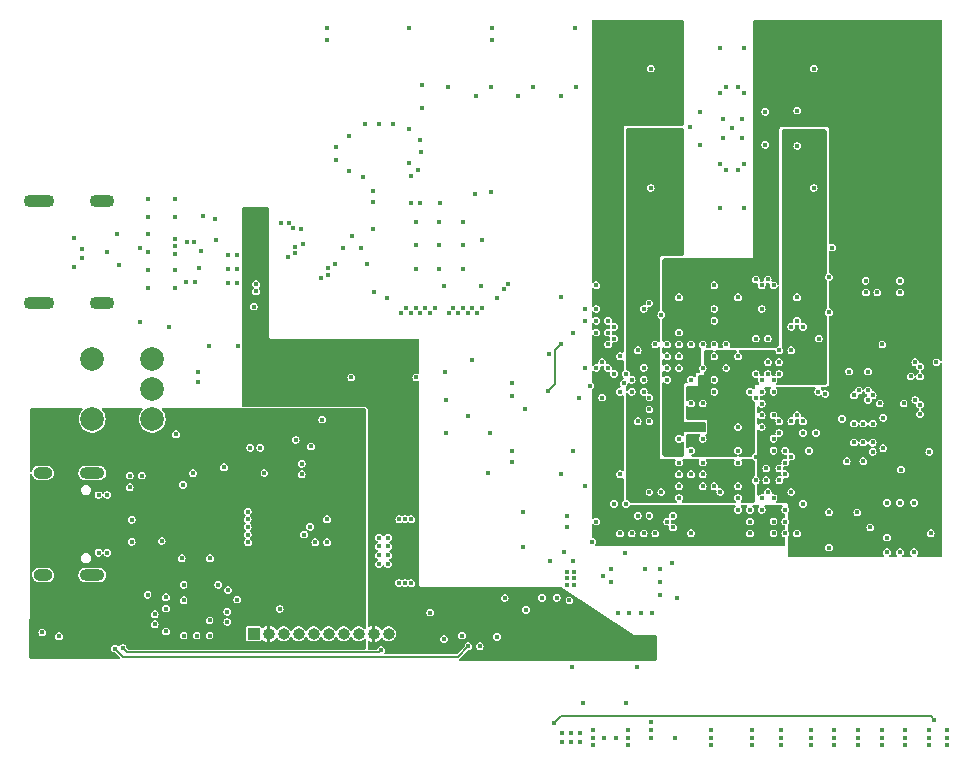
<source format=gbr>
%TF.GenerationSoftware,KiCad,Pcbnew,7.0.10*%
%TF.CreationDate,2024-01-08T21:13:15+10:00*%
%TF.ProjectId,PCIeDMA,50434965-444d-4412-9e6b-696361645f70,1*%
%TF.SameCoordinates,Original*%
%TF.FileFunction,Copper,L4,Inr*%
%TF.FilePolarity,Positive*%
%FSLAX46Y46*%
G04 Gerber Fmt 4.6, Leading zero omitted, Abs format (unit mm)*
G04 Created by KiCad (PCBNEW 7.0.10) date 2024-01-08 21:13:15*
%MOMM*%
%LPD*%
G01*
G04 APERTURE LIST*
%TA.AperFunction,ComponentPad*%
%ADD10O,2.100000X1.000000*%
%TD*%
%TA.AperFunction,ComponentPad*%
%ADD11O,1.600000X1.000000*%
%TD*%
%TA.AperFunction,ComponentPad*%
%ADD12O,2.100000X1.100000*%
%TD*%
%TA.AperFunction,ComponentPad*%
%ADD13O,2.600000X1.100000*%
%TD*%
%TA.AperFunction,ComponentPad*%
%ADD14C,2.000000*%
%TD*%
%TA.AperFunction,ComponentPad*%
%ADD15R,1.000000X1.000000*%
%TD*%
%TA.AperFunction,ComponentPad*%
%ADD16O,1.000000X1.000000*%
%TD*%
%TA.AperFunction,ViaPad*%
%ADD17C,0.400000*%
%TD*%
%TA.AperFunction,Conductor*%
%ADD18C,0.200000*%
%TD*%
G04 APERTURE END LIST*
D10*
%TO.N,GND*%
%TO.C,J2*%
X6320000Y-39380000D03*
D11*
X2140000Y-39380000D03*
D10*
X6320000Y-48020000D03*
D11*
X2140000Y-48020000D03*
%TD*%
D12*
%TO.N,GND*%
%TO.C,J4*%
X7130000Y-16380000D03*
D13*
X1770000Y-16380000D03*
D12*
X7130000Y-25020000D03*
D13*
X1770000Y-25020000D03*
%TD*%
D14*
%TO.N,*%
%TO.C,SW5*%
X6320000Y-29760000D03*
X6320000Y-34840000D03*
%TO.N,/Board Power/SW_EN_LOW*%
X11400000Y-29760000D03*
%TO.N,/Board Power/12V_SW_EN*%
X11400000Y-32300000D03*
%TO.N,/Board Power/SW_EN_HIGH*%
X11400000Y-34840000D03*
%TD*%
D15*
%TO.N,GND*%
%TO.C,J3*%
X19975000Y-53000000D03*
D16*
%TO.N,+5V_JTAG*%
X21245000Y-53000000D03*
%TO.N,/USB JTAG/RST*%
X22515000Y-53000000D03*
%TO.N,/USB JTAG/TMS_CONN*%
X23785000Y-53000000D03*
%TO.N,/USB JTAG/TCK_CONN*%
X25055000Y-53000000D03*
%TO.N,/USB JTAG/TDO_CONN*%
X26325000Y-53000000D03*
%TO.N,/USB JTAG/TDI_CONN*%
X27595000Y-53000000D03*
%TO.N,/USB JTAG/TRST_CONN*%
X28865000Y-53000000D03*
%TO.N,+3.3V*%
X30135000Y-53000000D03*
%TO.N,+5V*%
X31405000Y-53000000D03*
%TD*%
D17*
%TO.N,/FPGA/BIT0*%
X66000000Y-26500000D03*
%TO.N,GND*%
X2100000Y-52887500D03*
%TO.N,+5V*%
X3500000Y-53210000D03*
%TO.N,GND*%
X43050000Y-50975000D03*
X44400000Y-49950000D03*
X45650000Y-49950000D03*
X46250000Y-46075000D03*
X46725000Y-50175000D03*
X45075000Y-46825000D03*
%TO.N,+3.3V*%
X46990000Y-46800000D03*
X49550000Y-48100000D03*
%TO.N,/FPGA/WAKE*%
X54000000Y-44500000D03*
%TO.N,/PCIe 4x/WAKE_SJ*%
X55650000Y-61800000D03*
%TO.N,+5V_JTAG*%
X15250000Y-34600000D03*
X15250000Y-35650000D03*
X15250000Y-35137500D03*
X17150000Y-34600000D03*
X17150000Y-35650000D03*
X17150000Y-35137500D03*
%TO.N,/FPGA/CLK_P*%
X58000000Y-39500000D03*
%TO.N,/FPGA/TX0_P*%
X61000000Y-41500000D03*
%TO.N,/FPGA/TX1_P*%
X62000000Y-43500000D03*
%TO.N,/FPGA/TX2_P*%
X63000000Y-41500000D03*
%TO.N,/FPGA/TX3_P*%
X64000000Y-43500000D03*
%TO.N,/FPGA/CLK_N*%
X58000000Y-40500000D03*
%TO.N,/FPGA/TX0_N*%
X61000000Y-42500000D03*
%TO.N,/FPGA/TX1_N*%
X62000000Y-44500000D03*
%TO.N,/FPGA/TX2_N*%
X63000000Y-42500000D03*
%TO.N,/FPGA/TX3_N*%
X64000000Y-44500000D03*
%TO.N,+12V*%
X8900000Y-54200000D03*
X46850000Y-62150000D03*
X30800000Y-54400000D03*
X46100000Y-61400000D03*
X47600000Y-62150000D03*
X47600000Y-61400000D03*
X46850000Y-61400000D03*
X13400000Y-36100000D03*
X46100000Y-62150000D03*
%TO.N,GND*%
X72200000Y-44000000D03*
X9500000Y-40600000D03*
X32800000Y-48700000D03*
X12550000Y-50870000D03*
X13300000Y-20850000D03*
X66500000Y-42000000D03*
X53600000Y-15250000D03*
X11000000Y-17700000D03*
X33700000Y-18100000D03*
X61000000Y-35500000D03*
X36300000Y-33200000D03*
X59000000Y-31500000D03*
X61500000Y-16975000D03*
X14050000Y-48850000D03*
X15150000Y-53150000D03*
X67825000Y-28000000D03*
X51400000Y-46200000D03*
X50850000Y-51250000D03*
X55000000Y-31500000D03*
X54400000Y-49750000D03*
X61000000Y-29500000D03*
X52000000Y-32500000D03*
X15400000Y-22000000D03*
X62150000Y-62450000D03*
X56000000Y-30500000D03*
X51800000Y-51250000D03*
X13300000Y-17700000D03*
X63400000Y-39000000D03*
X67000000Y-37500000D03*
X17000000Y-48850000D03*
X61500000Y-3425000D03*
X15700000Y-17600000D03*
X64650000Y-61150000D03*
X63300000Y-11600000D03*
X61300000Y-9400000D03*
X16800000Y-19700000D03*
X16300000Y-46600000D03*
X41250000Y-49975000D03*
X64650000Y-61800000D03*
X59500000Y-3425000D03*
X75150000Y-61150000D03*
X63400000Y-40000000D03*
X17800000Y-20900000D03*
X11000000Y-23700000D03*
X35700000Y-22100000D03*
X73150000Y-61800000D03*
X13300000Y-22200000D03*
X14300000Y-23200000D03*
X51650000Y-61150000D03*
X56000000Y-40500000D03*
X65000000Y-44500000D03*
X60000000Y-30500000D03*
X16250000Y-53150000D03*
X42750000Y-45675000D03*
X47000000Y-37500000D03*
X53600000Y-5150000D03*
X48700000Y-61150000D03*
X33300000Y-48725000D03*
X62150000Y-61800000D03*
X36220000Y-30850000D03*
X59700000Y-9400000D03*
X73600000Y-46100000D03*
X64500000Y-29000000D03*
X78650000Y-61150000D03*
X64650000Y-62450000D03*
X51000000Y-29500000D03*
X11000000Y-19150000D03*
X54500000Y-41000000D03*
X73000000Y-33500000D03*
X55800000Y-49975000D03*
X68700000Y-22800000D03*
X71150000Y-62450000D03*
X40000000Y-36000000D03*
X58000000Y-30500000D03*
X41900000Y-37520000D03*
X24131965Y-19967463D03*
X61000000Y-40500000D03*
X17750000Y-51130000D03*
X48650000Y-45200000D03*
X75150000Y-62450000D03*
X58000000Y-38500000D03*
X33350000Y-14250000D03*
X76000000Y-33200000D03*
X30050000Y-18750000D03*
X25800000Y-34862500D03*
X72000000Y-30800000D03*
X52500000Y-29000000D03*
X66010000Y-11700000D03*
X65000000Y-42500000D03*
X31750000Y-9850000D03*
X55500000Y-43000000D03*
X57000000Y-39500000D03*
X59700000Y-11000000D03*
X33700000Y-22100000D03*
X35700000Y-18100000D03*
X59000000Y-32500000D03*
X63300000Y-8800000D03*
X36100000Y-53450000D03*
X40100000Y-15600000D03*
X69150000Y-62450000D03*
X69150000Y-61150000D03*
X14050000Y-53150000D03*
X56000000Y-36500000D03*
X36300000Y-36000000D03*
X51500000Y-42000000D03*
X17800000Y-22100000D03*
X74700000Y-46100000D03*
X77150000Y-61150000D03*
X13300000Y-16200000D03*
X37700000Y-20100000D03*
X70800000Y-36800000D03*
X18600000Y-22100000D03*
X23998905Y-18731150D03*
X46500000Y-44000000D03*
X27000000Y-12900000D03*
X57800000Y-11600000D03*
X46930000Y-55800000D03*
X62000000Y-32500000D03*
X71100000Y-42725000D03*
X35800000Y-16500000D03*
X75900000Y-41900000D03*
X49500000Y-33000000D03*
X22900000Y-21100000D03*
X33300000Y-43300000D03*
X66000000Y-24500000D03*
X18700000Y-28600000D03*
X11000000Y-49700000D03*
X73150000Y-62450000D03*
X66000000Y-44500000D03*
X20900000Y-39390000D03*
X32300000Y-48700000D03*
X77800000Y-30000000D03*
X54400000Y-47550000D03*
X39130000Y-54050000D03*
X33150000Y-10250000D03*
X60500000Y-10200000D03*
X34100000Y-11200000D03*
X64500000Y-40000000D03*
X57000000Y-33500000D03*
X48000000Y-40500000D03*
X63500000Y-31000000D03*
X47850000Y-58850000D03*
X64500000Y-35000000D03*
X50200000Y-48650000D03*
X20550000Y-37250000D03*
X48000000Y-30500000D03*
X15500000Y-20600000D03*
X14050000Y-50150000D03*
X67400000Y-5150000D03*
X73300000Y-37280000D03*
X28250000Y-31300000D03*
X52470000Y-55800000D03*
X73600000Y-41900000D03*
X77300000Y-44480000D03*
X38125000Y-34600000D03*
X73150000Y-61150000D03*
X11000000Y-20700000D03*
X35700000Y-20100000D03*
X28050000Y-13850000D03*
X78650000Y-61800000D03*
X30600000Y-9850000D03*
X56000000Y-41500000D03*
X75150000Y-61800000D03*
X22296685Y-18230342D03*
X34150000Y-12200000D03*
X33750000Y-31300000D03*
X58000000Y-33500000D03*
X48700000Y-61800000D03*
X16700000Y-17900000D03*
X73225000Y-28500000D03*
X53750000Y-51250000D03*
X50000000Y-26500000D03*
X64500000Y-31000000D03*
X13300000Y-23700000D03*
X25662185Y-22919318D03*
X58000000Y-36500000D03*
X55500000Y-44000000D03*
X75900000Y-46100000D03*
X59500000Y-16975000D03*
X62000000Y-42500000D03*
X63500000Y-41000000D03*
X12550000Y-49900000D03*
X71150000Y-61150000D03*
X26900000Y-21700000D03*
X52500000Y-43000000D03*
X68975001Y-20300000D03*
X33700000Y-20100000D03*
X63500000Y-28000000D03*
X22200000Y-50900000D03*
X54400000Y-48650000D03*
X73600000Y-44850000D03*
X14850000Y-39400000D03*
X56000000Y-24500000D03*
X56000000Y-38500000D03*
X64500000Y-39000000D03*
X37700000Y-22100000D03*
X66500000Y-27000000D03*
X10390000Y-26600000D03*
X30050000Y-15520000D03*
X13900000Y-46600000D03*
X50200000Y-47550000D03*
X49000000Y-43500000D03*
X40600000Y-53250000D03*
X28050000Y-10850000D03*
X76000000Y-30000000D03*
X67150000Y-61800000D03*
X65000000Y-43500000D03*
X67150000Y-62450000D03*
X18600000Y-20900000D03*
X28290000Y-19300000D03*
X12550000Y-52800000D03*
X63000000Y-35500000D03*
X62500000Y-40000000D03*
X29400000Y-9850000D03*
X8400000Y-19150000D03*
X53150000Y-47550000D03*
X66000000Y-34500000D03*
X37700000Y-18100000D03*
X51650000Y-62450000D03*
X58700000Y-62450000D03*
X65500000Y-41000000D03*
X51550000Y-58850000D03*
X71150000Y-61800000D03*
X72000000Y-32400000D03*
X57000000Y-37500000D03*
X53000000Y-25500000D03*
X16250000Y-51850000D03*
X57000000Y-44480000D03*
X10500000Y-39600000D03*
X77150000Y-61800000D03*
X16200000Y-28600000D03*
X19980000Y-25300000D03*
X57800000Y-8800000D03*
X17800000Y-23300000D03*
X37625000Y-53150000D03*
X51650000Y-61800000D03*
X47000000Y-27500000D03*
X12200000Y-45150000D03*
X24050000Y-39500000D03*
X62150000Y-61150000D03*
X11600000Y-51350000D03*
X27525000Y-20350000D03*
X64480000Y-30000000D03*
X78650000Y-62450000D03*
X71790000Y-23100000D03*
X58700000Y-61150000D03*
X58700000Y-61800000D03*
X74700000Y-41900000D03*
X63000000Y-25500000D03*
X68700000Y-42700000D03*
X24050000Y-38600000D03*
X33150000Y-13150000D03*
X17750000Y-52000000D03*
X46000000Y-24500000D03*
X66010000Y-8700000D03*
X32325000Y-43300000D03*
X67150000Y-61150000D03*
X11600000Y-52200000D03*
X11000000Y-22200000D03*
X27000000Y-11800000D03*
X17800000Y-49300000D03*
X51000000Y-39500000D03*
X18600000Y-50100000D03*
X59000000Y-40500000D03*
X61000000Y-37500000D03*
X48700000Y-62450000D03*
X77200000Y-37600000D03*
X34950000Y-51200000D03*
X77150000Y-62450000D03*
X15000000Y-23200000D03*
X8600000Y-21800000D03*
X67400000Y-15250000D03*
X74800000Y-39100000D03*
X9500000Y-39600000D03*
X59000000Y-23500000D03*
X49000000Y-23500000D03*
X19700000Y-37250000D03*
X29250000Y-14350000D03*
X71820000Y-24100000D03*
X53500000Y-35000000D03*
X57000000Y-31500000D03*
X18600000Y-23300000D03*
X61000000Y-38500000D03*
X59000000Y-29500000D03*
X69150000Y-61800000D03*
X64000000Y-41500000D03*
X54000000Y-28500000D03*
X29600000Y-21700000D03*
X32800000Y-43300000D03*
X61300000Y-11000000D03*
X76400000Y-31200000D03*
X11000000Y-16200000D03*
%TO.N,+3.3V*%
X31000000Y-29400000D03*
X53650000Y-54500000D03*
X32100000Y-29400000D03*
X53650000Y-61800000D03*
X22900000Y-32400000D03*
X19900000Y-17390000D03*
X53650000Y-60500000D03*
X22890000Y-33400000D03*
X20150000Y-21096400D03*
X45400000Y-50900000D03*
X53650000Y-61150000D03*
X53650000Y-53600000D03*
X29900000Y-29400000D03*
X44937500Y-50900000D03*
X44450000Y-50900000D03*
X52650000Y-54500000D03*
X52650000Y-53600000D03*
%TO.N,+5V_JTAG*%
X23550000Y-37610000D03*
X11600000Y-39600000D03*
X16200000Y-35650000D03*
X16200000Y-35137500D03*
X25950000Y-38600000D03*
X12700000Y-39600000D03*
X16200000Y-34600000D03*
X25950000Y-39500000D03*
X12150000Y-39600000D03*
%TO.N,/FPGA/RST*%
X33900000Y-13700000D03*
X59000000Y-25500000D03*
%TO.N,+MGTAVCC*%
X54500000Y-18500000D03*
X60000000Y-40500000D03*
X55500000Y-18500000D03*
X55020000Y-13200000D03*
X62000000Y-41500000D03*
X59000000Y-39500000D03*
X53500000Y-18500000D03*
X54990000Y-11200000D03*
X56500000Y-41000000D03*
%TO.N,+MGTAVTT*%
X60000000Y-42500000D03*
X59000000Y-43500000D03*
X54980000Y-9200000D03*
X54500000Y-1900000D03*
X57000000Y-43520000D03*
X53500000Y-1900000D03*
X55500000Y-1900000D03*
X64000000Y-42500000D03*
X55020000Y-7200000D03*
%TO.N,+VCCO*%
X47100000Y-48300000D03*
X55400000Y-47000000D03*
X42750000Y-42700500D03*
X45000000Y-29300000D03*
X68700000Y-25775001D03*
X39810000Y-39400000D03*
X47100000Y-47750000D03*
X53500000Y-34000000D03*
X26175000Y-1690000D03*
X51000000Y-44500000D03*
X60000000Y-28500000D03*
X63520000Y-30000000D03*
X50500000Y-30980000D03*
X36100000Y-23550000D03*
X65500000Y-27000000D03*
X53500000Y-43000000D03*
X53500000Y-41000000D03*
X50500000Y-42000000D03*
X41900000Y-31760000D03*
X40175000Y-1690000D03*
X46550000Y-48850000D03*
X45975000Y-7490000D03*
X48000000Y-25500000D03*
X50500000Y-28000000D03*
X46550000Y-48300000D03*
X39200000Y-23550000D03*
X38775000Y-7490000D03*
X62500000Y-28000000D03*
X41900000Y-38480000D03*
X46550000Y-47750000D03*
X47175000Y-1690000D03*
X38510000Y-29800000D03*
X61000000Y-24500000D03*
X47500000Y-33000000D03*
X46000000Y-39500000D03*
X34100000Y-16500000D03*
X33175000Y-1690000D03*
X53000000Y-30480000D03*
X26210000Y-45250000D03*
X14000000Y-40380000D03*
X56000000Y-39500000D03*
X30187500Y-24100000D03*
X42375000Y-7490000D03*
X52760000Y-51250000D03*
X39300000Y-19700000D03*
X64000000Y-23500000D03*
X17490000Y-38900000D03*
X68700000Y-45700000D03*
X34265000Y-6500000D03*
X47100000Y-48850000D03*
X65500000Y-29000000D03*
X30050000Y-16480000D03*
X34265000Y-8500000D03*
X56000000Y-29500000D03*
X46500000Y-43000000D03*
%TO.N,+VCCINT*%
X57000000Y-36500000D03*
X67500000Y-18500000D03*
X66500000Y-18500000D03*
X59000000Y-30500000D03*
X65980000Y-12700000D03*
X60500000Y-32000000D03*
X58000000Y-31500000D03*
X60000000Y-33500000D03*
X61000000Y-30500000D03*
X60000000Y-35500000D03*
X61000000Y-36500000D03*
X60000000Y-29500000D03*
X57000000Y-34500000D03*
X57000000Y-32500000D03*
X58000000Y-37500000D03*
X61000000Y-34500000D03*
X66525000Y-20300000D03*
X60000000Y-37500000D03*
X59000000Y-36500000D03*
X65500000Y-18500000D03*
X66010000Y-10700000D03*
%TO.N,+VCCAUX*%
X67500000Y-1900000D03*
X76800000Y-30000000D03*
X56000000Y-31500000D03*
X68700000Y-32200000D03*
X72900000Y-32400000D03*
X66500000Y-1900000D03*
X74775000Y-28500000D03*
X77300000Y-43520000D03*
X77200000Y-36000000D03*
X65980000Y-7700000D03*
X67000000Y-32500000D03*
X63375000Y-20300000D03*
X56000000Y-35500000D03*
X56000000Y-37500000D03*
X77200000Y-32000000D03*
X71200000Y-38800000D03*
X71100000Y-45675000D03*
X69375000Y-28000000D03*
X64654756Y-33000500D03*
X71200000Y-30800000D03*
X62500000Y-38000000D03*
X75600000Y-32000000D03*
X67000000Y-42500000D03*
X66010000Y-9700000D03*
X65500000Y-36000000D03*
X70000000Y-33200000D03*
X71790000Y-22100000D03*
X58000000Y-35500000D03*
X56000000Y-33500000D03*
X76800000Y-33200000D03*
X65500000Y-1900000D03*
X65500000Y-40000000D03*
X73300000Y-36320000D03*
X57000000Y-30500000D03*
%TO.N,+5V*%
X30600000Y-46350000D03*
X56900000Y-10100000D03*
X31350000Y-46350000D03*
X30600000Y-47100000D03*
X31350000Y-45600000D03*
X31350000Y-47100000D03*
X30600000Y-44850000D03*
X15300000Y-30800000D03*
X59500000Y-13200000D03*
X61500000Y-7200000D03*
X31350000Y-44850000D03*
X30600000Y-45600000D03*
X15300000Y-31650000D03*
X61500000Y-13200000D03*
X59500000Y-7200000D03*
%TO.N,/FPGA Power/EN1*%
X61000000Y-13700000D03*
%TO.N,/FPGA Power/EN2*%
X60000000Y-13700000D03*
%TO.N,/FPGA Power/EN3*%
X60000000Y-6700000D03*
%TO.N,/FPGA Power/EN4*%
X61000000Y-6700000D03*
%TO.N,/Board Power/12V_SW_EN*%
X8250000Y-54250000D03*
X38170000Y-54050000D03*
%TO.N,/PCIe 4x/PRSNT*%
X77625000Y-60275000D03*
X45400000Y-60550000D03*
%TO.N,/USB JTAG/CC1_R*%
X9650000Y-45200000D03*
X9650000Y-43350000D03*
%TO.N,/USB Data/Type C Mux/CC1*%
X20200000Y-23400000D03*
X13300000Y-19600000D03*
%TO.N,/USB Data/FT601/DP*%
X22945999Y-18245999D03*
X14383815Y-19828259D03*
%TO.N,/USB Data/Type C Mux/CC2*%
X10350000Y-20350000D03*
X20200000Y-24000000D03*
X13300000Y-20200000D03*
X5450000Y-21200000D03*
%TO.N,/FPGA/PERST*%
X55000000Y-43500000D03*
%TO.N,/FPGA/USER_SW2*%
X40175000Y-2710000D03*
X63500000Y-23000000D03*
%TO.N,/FPGA/USER_LD1*%
X43675000Y-6700000D03*
X62500000Y-23000000D03*
%TO.N,/FPGA/USER_LD2*%
X47275000Y-6712500D03*
X63000000Y-23500000D03*
%TO.N,/FPGA/Bank 0/PROGRAM_B*%
X54500000Y-26000000D03*
X26175000Y-2710000D03*
%TO.N,/FPGA/Bank 0/DONE*%
X36475000Y-6700000D03*
X53500000Y-25000000D03*
%TO.N,/FPGA/Bank 0/INIT_B*%
X56000000Y-28500000D03*
X40075000Y-6700000D03*
%TO.N,/FPGA/Bank 13-14/PUDC_B*%
X44900000Y-32426500D03*
X46000000Y-28500000D03*
%TO.N,/FPGA/D2*%
X43000000Y-34000000D03*
X41900000Y-32900000D03*
%TO.N,/Board Power/5VJT_SW_EN*%
X23550000Y-36590000D03*
X24850000Y-37137500D03*
%TO.N,/FPGA/TMS*%
X55000000Y-29500000D03*
X25200000Y-45250000D03*
X19500000Y-45250000D03*
%TO.N,/FPGA/TCK*%
X56000000Y-27500000D03*
X24250000Y-44600000D03*
X19487500Y-44600000D03*
%TO.N,/FPGA/TDO*%
X55000000Y-28500000D03*
X24750000Y-43950000D03*
X19487500Y-43950000D03*
%TO.N,/FPGA/TDI*%
X19487500Y-43300000D03*
X55000000Y-30500000D03*
X26190000Y-43300000D03*
%TO.N,/FPGA/TRST*%
X19487500Y-42650000D03*
%TO.N,/USB Data/FT601/RIDP*%
X23500000Y-20788500D03*
X26250000Y-22588500D03*
%TO.N,/USB Data/FT601/RIDN*%
X23500000Y-20211500D03*
X26250000Y-22011500D03*
%TO.N,/FPGA/WAKEUP*%
X59000000Y-26500000D03*
X33300000Y-16500000D03*
%TO.N,/FPGA/DATA0*%
X52500000Y-35000000D03*
X32500000Y-25800000D03*
%TO.N,/FPGA/DATA1*%
X32900000Y-25450000D03*
X53500000Y-33000000D03*
%TO.N,/FPGA/DATA2*%
X53000000Y-32500000D03*
X33300000Y-25800000D03*
%TO.N,/FPGA/DATA3*%
X33700000Y-25450000D03*
X53000000Y-31500000D03*
%TO.N,/FPGA/DATA4*%
X52000000Y-31500000D03*
X34096126Y-25803510D03*
%TO.N,/FPGA/DATA5*%
X51000000Y-32500000D03*
X34500000Y-25450000D03*
%TO.N,/FPGA/DATA6*%
X34900000Y-25800000D03*
X51306363Y-31806363D03*
%TO.N,/FPGA/DATA7*%
X51500000Y-31000000D03*
X35300000Y-25450000D03*
%TO.N,/FPGA/DATA8*%
X36500000Y-25800000D03*
X48500000Y-32000000D03*
%TO.N,/FPGA/DATA9*%
X50000000Y-30500000D03*
X36900000Y-25450000D03*
%TO.N,/FPGA/DATA10*%
X49000000Y-30500000D03*
X37300000Y-25800000D03*
%TO.N,/FPGA/DATA11*%
X37700000Y-25450000D03*
X49500000Y-30000000D03*
%TO.N,/FPGA/DATA12*%
X50000000Y-28500000D03*
X38100000Y-25800000D03*
%TO.N,/FPGA/DATA13*%
X50000000Y-27500000D03*
X38500000Y-25450000D03*
%TO.N,/FPGA/DATA14*%
X49000000Y-27500000D03*
X38900000Y-25800000D03*
%TO.N,/FPGA/DATA15*%
X39300000Y-25450000D03*
X50500000Y-27000000D03*
%TO.N,/FPGA/CLK*%
X40600000Y-24600000D03*
X49000000Y-26500000D03*
%TO.N,/FPGA/DATA16*%
X41200000Y-23800000D03*
X48000000Y-26500000D03*
%TO.N,/FPGA/DATA17*%
X41522059Y-23374502D03*
X49000000Y-25500000D03*
%TO.N,/FPGA/Bank 0/M2*%
X59000000Y-28500000D03*
%TO.N,/FPGA/Bank 0/M1*%
X58000000Y-28500000D03*
%TO.N,/FPGA/Bank 0/M0*%
X57000000Y-28500000D03*
%TO.N,/FPGA/GTP/MGTRREF*%
X59500000Y-41000000D03*
%TO.N,/USB JTAG/VBUS_JTAG*%
X7600000Y-41250000D03*
X6850000Y-41250000D03*
X6850000Y-46150000D03*
X7600000Y-46150000D03*
%TO.N,/USB Data/Type C SS Connector/VBUS_DATA*%
X12800000Y-27000000D03*
X4800000Y-21950000D03*
X4800000Y-19450000D03*
%TO.N,/USB Data/FT601/VD10*%
X31250000Y-24550000D03*
X38700000Y-15800000D03*
X29075000Y-20350000D03*
%TO.N,/FPGA/PCIE.SCL*%
X52000000Y-44500000D03*
%TO.N,/FPGA/PCIE.SDA*%
X53000000Y-44500000D03*
%TO.N,/USB Data/FT601/DN*%
X23354001Y-18654001D03*
X14960815Y-19828259D03*
X7550000Y-20700000D03*
X5450000Y-20450000D03*
%TO.N,/PCIe 4x/SDA_SJ*%
X50650000Y-61800000D03*
%TO.N,/PCIe 4x/SCL_SJ*%
X49650000Y-61800000D03*
%TO.N,/Memory/V0.9*%
X72780000Y-24100000D03*
X72000000Y-33200000D03*
%TO.N,/FPGA/CK_P*%
X76400000Y-33600000D03*
X63000000Y-34500000D03*
%TO.N,/FPGA/CK_N*%
X64000000Y-34500000D03*
X76400000Y-34400000D03*
%TO.N,/FPGA/CKE*%
X74710000Y-23100000D03*
X66500000Y-35000000D03*
X69800000Y-34800000D03*
%TO.N,/FPGA/ODT*%
X68400000Y-32700000D03*
X75009725Y-33490275D03*
X74710000Y-24100000D03*
%TO.N,/FPGA/WE*%
X73300000Y-34713700D03*
X65500000Y-35000000D03*
%TO.N,/FPGA/DQ3*%
X63000000Y-33519700D03*
X72400000Y-32800000D03*
%TO.N,/FPGA/DQ4*%
X62500000Y-33000000D03*
X70800000Y-32800000D03*
%TO.N,/FPGA/DQ1*%
X71200000Y-32400000D03*
X63000000Y-32500000D03*
%TO.N,/FPGA/DQS_P*%
X75600000Y-31200000D03*
X63000000Y-31500000D03*
%TO.N,/FPGA/DM*%
X64000000Y-32500000D03*
X67800000Y-32500000D03*
%TO.N,/FPGA/DQ6*%
X62500000Y-31000000D03*
X70400000Y-30800000D03*
%TO.N,/FPGA/DQS_N*%
X76400000Y-30400000D03*
X64000000Y-31500000D03*
%TO.N,/FPGA/DDR2_OSC*%
X64000000Y-37500000D03*
%TO.N,/FPGA/BA0*%
X71600000Y-35200000D03*
X66500000Y-36000000D03*
%TO.N,/FPGA/BA2*%
X70800000Y-35200000D03*
X67600000Y-36000000D03*
%TO.N,/FPGA/BA1*%
X64500000Y-36000000D03*
X72400000Y-35200000D03*
%TO.N,/FPGA/ADDR12*%
X65000000Y-39500000D03*
X71600000Y-38400000D03*
%TO.N,/FPGA/ADDR9*%
X65500000Y-38000000D03*
X72400000Y-37600000D03*
%TO.N,/FPGA/ADDR5*%
X72400000Y-36800000D03*
X65000000Y-37500000D03*
%TO.N,/FPGA/ADDR7*%
X65000000Y-38500000D03*
X70200000Y-38400000D03*
%TO.N,/FPGA/ADDR3*%
X64000000Y-36500000D03*
X71600000Y-36800000D03*
%TD*%
D18*
%TO.N,+12V*%
X9260000Y-54560000D02*
X8900000Y-54200000D01*
X30800000Y-54400000D02*
X30640000Y-54560000D01*
X30640000Y-54560000D02*
X9260000Y-54560000D01*
%TO.N,/Board Power/12V_SW_EN*%
X8250000Y-54250000D02*
X8250000Y-54257107D01*
X8250000Y-54257107D02*
X8952893Y-54960000D01*
X8952893Y-54960000D02*
X37260000Y-54960000D01*
X37260000Y-54960000D02*
X38170000Y-54050000D01*
%TO.N,/PCIe 4x/PRSNT*%
X46000000Y-59950000D02*
X77300000Y-59950000D01*
X45400000Y-60550000D02*
X46000000Y-59950000D01*
X77300000Y-59950000D02*
X77625000Y-60275000D01*
%TO.N,/FPGA/Bank 13-14/PUDC_B*%
X45490000Y-31836500D02*
X45490000Y-29010000D01*
X44900000Y-32426500D02*
X45490000Y-31836500D01*
X45490000Y-29010000D02*
X46000000Y-28500000D01*
%TD*%
%TA.AperFunction,Conductor*%
%TO.N,+5V_JTAG*%
G36*
X5480170Y-33918907D02*
G01*
X5516134Y-33968407D01*
X5516134Y-34029593D01*
X5488676Y-34072159D01*
X5483672Y-34076721D01*
X5483199Y-34077153D01*
X5357275Y-34243903D01*
X5357270Y-34243912D01*
X5264135Y-34430952D01*
X5264134Y-34430955D01*
X5206950Y-34631935D01*
X5187670Y-34840000D01*
X5206950Y-35048065D01*
X5264134Y-35249045D01*
X5357274Y-35436095D01*
X5483198Y-35602846D01*
X5637619Y-35743619D01*
X5815277Y-35853620D01*
X6010123Y-35929104D01*
X6215522Y-35967500D01*
X6424478Y-35967500D01*
X6629877Y-35929104D01*
X6824723Y-35853620D01*
X7002381Y-35743619D01*
X7156802Y-35602846D01*
X7282726Y-35436095D01*
X7375866Y-35249045D01*
X7433050Y-35048065D01*
X7452330Y-34840000D01*
X7433050Y-34631935D01*
X7375866Y-34430955D01*
X7282726Y-34243905D01*
X7156802Y-34077154D01*
X7151323Y-34072160D01*
X7121059Y-34018987D01*
X7127830Y-33958177D01*
X7169050Y-33912960D01*
X7218021Y-33900000D01*
X10501979Y-33900000D01*
X10560170Y-33918907D01*
X10596134Y-33968407D01*
X10596134Y-34029593D01*
X10568676Y-34072159D01*
X10563672Y-34076721D01*
X10563199Y-34077153D01*
X10437275Y-34243903D01*
X10437270Y-34243912D01*
X10344135Y-34430952D01*
X10344134Y-34430955D01*
X10286950Y-34631935D01*
X10267670Y-34840000D01*
X10286950Y-35048065D01*
X10344134Y-35249045D01*
X10437274Y-35436095D01*
X10563198Y-35602846D01*
X10717619Y-35743619D01*
X10895277Y-35853620D01*
X11090123Y-35929104D01*
X11295522Y-35967500D01*
X11504478Y-35967500D01*
X11709877Y-35929104D01*
X11904723Y-35853620D01*
X12082381Y-35743619D01*
X12236802Y-35602846D01*
X12362726Y-35436095D01*
X12455866Y-35249045D01*
X12513050Y-35048065D01*
X12530245Y-34862500D01*
X25467448Y-34862500D01*
X25487502Y-34976237D01*
X25528971Y-35048065D01*
X25545250Y-35076260D01*
X25633724Y-35150498D01*
X25742252Y-35189999D01*
X25742252Y-35190000D01*
X25742253Y-35190000D01*
X25857748Y-35190000D01*
X25857747Y-35189999D01*
X25966276Y-35150498D01*
X26054750Y-35076260D01*
X26112497Y-34976239D01*
X26132552Y-34862500D01*
X26112497Y-34748761D01*
X26054750Y-34648740D01*
X25966276Y-34574502D01*
X25966274Y-34574501D01*
X25857747Y-34535000D01*
X25742253Y-34535000D01*
X25742252Y-34535000D01*
X25633725Y-34574501D01*
X25633724Y-34574502D01*
X25545249Y-34648740D01*
X25487502Y-34748762D01*
X25467448Y-34862500D01*
X12530245Y-34862500D01*
X12532330Y-34840000D01*
X12513050Y-34631935D01*
X12455866Y-34430955D01*
X12362726Y-34243905D01*
X12236802Y-34077154D01*
X12231323Y-34072160D01*
X12201059Y-34018987D01*
X12207830Y-33958177D01*
X12249050Y-33912960D01*
X12298021Y-33900000D01*
X29359965Y-33900000D01*
X29385586Y-33903373D01*
X29404747Y-33908506D01*
X29410873Y-33910148D01*
X29455256Y-33935771D01*
X29464228Y-33944743D01*
X29489850Y-33989123D01*
X29496626Y-34014410D01*
X29500000Y-34040034D01*
X29500000Y-52504260D01*
X29481093Y-52562451D01*
X29431593Y-52598415D01*
X29370407Y-52598415D01*
X29335351Y-52578362D01*
X29224081Y-52479785D01*
X29089150Y-52408968D01*
X28941194Y-52372500D01*
X28941192Y-52372500D01*
X28788808Y-52372500D01*
X28788805Y-52372500D01*
X28640850Y-52408968D01*
X28640849Y-52408968D01*
X28505920Y-52479784D01*
X28391860Y-52580833D01*
X28311475Y-52697291D01*
X28262858Y-52734440D01*
X28201691Y-52735918D01*
X28151336Y-52701161D01*
X28148525Y-52697291D01*
X28140912Y-52686262D01*
X28068140Y-52580834D01*
X28044623Y-52560000D01*
X27954079Y-52479784D01*
X27819150Y-52408968D01*
X27671194Y-52372500D01*
X27671192Y-52372500D01*
X27518808Y-52372500D01*
X27518805Y-52372500D01*
X27370850Y-52408968D01*
X27370849Y-52408968D01*
X27235920Y-52479784D01*
X27121860Y-52580833D01*
X27041475Y-52697291D01*
X26992858Y-52734440D01*
X26931691Y-52735918D01*
X26881336Y-52701161D01*
X26878525Y-52697291D01*
X26870912Y-52686262D01*
X26798140Y-52580834D01*
X26774623Y-52560000D01*
X26684079Y-52479784D01*
X26549150Y-52408968D01*
X26401194Y-52372500D01*
X26401192Y-52372500D01*
X26248808Y-52372500D01*
X26248805Y-52372500D01*
X26100850Y-52408968D01*
X26100849Y-52408968D01*
X25965920Y-52479784D01*
X25851860Y-52580833D01*
X25771475Y-52697291D01*
X25722858Y-52734440D01*
X25661691Y-52735918D01*
X25611336Y-52701161D01*
X25608525Y-52697291D01*
X25600912Y-52686262D01*
X25528140Y-52580834D01*
X25504623Y-52560000D01*
X25414079Y-52479784D01*
X25279150Y-52408968D01*
X25131194Y-52372500D01*
X25131192Y-52372500D01*
X24978808Y-52372500D01*
X24978805Y-52372500D01*
X24830850Y-52408968D01*
X24830849Y-52408968D01*
X24695920Y-52479784D01*
X24581860Y-52580833D01*
X24501475Y-52697291D01*
X24452858Y-52734440D01*
X24391691Y-52735918D01*
X24341336Y-52701161D01*
X24338525Y-52697291D01*
X24330912Y-52686262D01*
X24258140Y-52580834D01*
X24234623Y-52560000D01*
X24144079Y-52479784D01*
X24009150Y-52408968D01*
X23861194Y-52372500D01*
X23861192Y-52372500D01*
X23708808Y-52372500D01*
X23708805Y-52372500D01*
X23560850Y-52408968D01*
X23560849Y-52408968D01*
X23425920Y-52479784D01*
X23311860Y-52580833D01*
X23231475Y-52697291D01*
X23182858Y-52734440D01*
X23121691Y-52735918D01*
X23071336Y-52701161D01*
X23068525Y-52697291D01*
X23060912Y-52686262D01*
X22988140Y-52580834D01*
X22964623Y-52560000D01*
X22874079Y-52479784D01*
X22739150Y-52408968D01*
X22591194Y-52372500D01*
X22591192Y-52372500D01*
X22438808Y-52372500D01*
X22438805Y-52372500D01*
X22290850Y-52408968D01*
X22290849Y-52408968D01*
X22155920Y-52479784D01*
X22062610Y-52562451D01*
X22041860Y-52580834D01*
X22005522Y-52633478D01*
X22005521Y-52633480D01*
X21956904Y-52670628D01*
X21895736Y-52672106D01*
X21845382Y-52637348D01*
X21842570Y-52633478D01*
X21772805Y-52532405D01*
X21772800Y-52532399D01*
X21645568Y-52419681D01*
X21495046Y-52340682D01*
X21395000Y-52316022D01*
X21395000Y-52711324D01*
X21357871Y-52689888D01*
X21273436Y-52675000D01*
X21216564Y-52675000D01*
X21132129Y-52689888D01*
X21095000Y-52711324D01*
X21095000Y-52316022D01*
X21094999Y-52316022D01*
X20994953Y-52340682D01*
X20994952Y-52340682D01*
X20844433Y-52419679D01*
X20756385Y-52497684D01*
X20700291Y-52522119D01*
X20640547Y-52508916D01*
X20599973Y-52463118D01*
X20598551Y-52458581D01*
X20595101Y-52450250D01*
X20574675Y-52419681D01*
X20566922Y-52408078D01*
X20524748Y-52379898D01*
X20487558Y-52372500D01*
X19462442Y-52372500D01*
X19425252Y-52379898D01*
X19425250Y-52379898D01*
X19425250Y-52379899D01*
X19383080Y-52408076D01*
X19383076Y-52408080D01*
X19354899Y-52450250D01*
X19354898Y-52450252D01*
X19347500Y-52487442D01*
X19347500Y-53512558D01*
X19354898Y-53549748D01*
X19354899Y-53549749D01*
X19354898Y-53549749D01*
X19375324Y-53580318D01*
X19383078Y-53591922D01*
X19425252Y-53620102D01*
X19462442Y-53627500D01*
X19462447Y-53627500D01*
X20487553Y-53627500D01*
X20487558Y-53627500D01*
X20524748Y-53620102D01*
X20566922Y-53591922D01*
X20595102Y-53549748D01*
X20595102Y-53549745D01*
X20598833Y-53540740D01*
X20602056Y-53542075D01*
X20623528Y-53503726D01*
X20679091Y-53478105D01*
X20739102Y-53490037D01*
X20756385Y-53502316D01*
X20844431Y-53580318D01*
X20994952Y-53659317D01*
X21094999Y-53683977D01*
X21095000Y-53683977D01*
X21095000Y-53288675D01*
X21132129Y-53310112D01*
X21216564Y-53325000D01*
X21273436Y-53325000D01*
X21357871Y-53310112D01*
X21395000Y-53288675D01*
X21395000Y-53683977D01*
X21495046Y-53659317D01*
X21495047Y-53659317D01*
X21645568Y-53580318D01*
X21645569Y-53580318D01*
X21772800Y-53467600D01*
X21772808Y-53467591D01*
X21842570Y-53366522D01*
X21891186Y-53329372D01*
X21952353Y-53327892D01*
X22002708Y-53362649D01*
X22005516Y-53366514D01*
X22041860Y-53419166D01*
X22155921Y-53520216D01*
X22290851Y-53591032D01*
X22438808Y-53627500D01*
X22438811Y-53627500D01*
X22591189Y-53627500D01*
X22591192Y-53627500D01*
X22739149Y-53591032D01*
X22874079Y-53520216D01*
X22988140Y-53419166D01*
X23068526Y-53302706D01*
X23117141Y-53265559D01*
X23178309Y-53264081D01*
X23228663Y-53298838D01*
X23231458Y-53302685D01*
X23311860Y-53419166D01*
X23425921Y-53520216D01*
X23560851Y-53591032D01*
X23708808Y-53627500D01*
X23708811Y-53627500D01*
X23861189Y-53627500D01*
X23861192Y-53627500D01*
X24009149Y-53591032D01*
X24144079Y-53520216D01*
X24258140Y-53419166D01*
X24338526Y-53302706D01*
X24387141Y-53265559D01*
X24448309Y-53264081D01*
X24498663Y-53298838D01*
X24501458Y-53302685D01*
X24581860Y-53419166D01*
X24695921Y-53520216D01*
X24830851Y-53591032D01*
X24978808Y-53627500D01*
X24978811Y-53627500D01*
X25131189Y-53627500D01*
X25131192Y-53627500D01*
X25279149Y-53591032D01*
X25414079Y-53520216D01*
X25528140Y-53419166D01*
X25608526Y-53302706D01*
X25657141Y-53265559D01*
X25718309Y-53264081D01*
X25768663Y-53298838D01*
X25771458Y-53302685D01*
X25851860Y-53419166D01*
X25965921Y-53520216D01*
X26100851Y-53591032D01*
X26248808Y-53627500D01*
X26248811Y-53627500D01*
X26401189Y-53627500D01*
X26401192Y-53627500D01*
X26549149Y-53591032D01*
X26684079Y-53520216D01*
X26798140Y-53419166D01*
X26878526Y-53302706D01*
X26927141Y-53265559D01*
X26988309Y-53264081D01*
X27038663Y-53298838D01*
X27041458Y-53302685D01*
X27121860Y-53419166D01*
X27235921Y-53520216D01*
X27370851Y-53591032D01*
X27518808Y-53627500D01*
X27518811Y-53627500D01*
X27671189Y-53627500D01*
X27671192Y-53627500D01*
X27819149Y-53591032D01*
X27954079Y-53520216D01*
X28068140Y-53419166D01*
X28148526Y-53302706D01*
X28197141Y-53265559D01*
X28258309Y-53264081D01*
X28308663Y-53298838D01*
X28311458Y-53302685D01*
X28391860Y-53419166D01*
X28505921Y-53520216D01*
X28640851Y-53591032D01*
X28788808Y-53627500D01*
X28788811Y-53627500D01*
X28941189Y-53627500D01*
X28941192Y-53627500D01*
X29089149Y-53591032D01*
X29224079Y-53520216D01*
X29335351Y-53421636D01*
X29391444Y-53397201D01*
X29451188Y-53410404D01*
X29491762Y-53456201D01*
X29500000Y-53495739D01*
X29500000Y-54233500D01*
X29481093Y-54291691D01*
X29431593Y-54327655D01*
X29401000Y-54332500D01*
X9395240Y-54332500D01*
X9337049Y-54313593D01*
X9325236Y-54303503D01*
X9256939Y-54235205D01*
X9229447Y-54182393D01*
X9212497Y-54086262D01*
X9212497Y-54086261D01*
X9154750Y-53986240D01*
X9066276Y-53912002D01*
X9066274Y-53912001D01*
X8957747Y-53872500D01*
X8842253Y-53872500D01*
X8842252Y-53872500D01*
X8733725Y-53912001D01*
X8733724Y-53912002D01*
X8645248Y-53986241D01*
X8638942Y-53997165D01*
X8593472Y-54038106D01*
X8532621Y-54044500D01*
X8489571Y-54023503D01*
X8416276Y-53962002D01*
X8416274Y-53962001D01*
X8307747Y-53922500D01*
X8192253Y-53922500D01*
X8192252Y-53922500D01*
X8083725Y-53962001D01*
X8083724Y-53962002D01*
X7995249Y-54036240D01*
X7937502Y-54136262D01*
X7917448Y-54250000D01*
X7937502Y-54363737D01*
X7983673Y-54443709D01*
X7995250Y-54463760D01*
X8083724Y-54537998D01*
X8192252Y-54577499D01*
X8192252Y-54577500D01*
X8192253Y-54577500D01*
X8207652Y-54577500D01*
X8265843Y-54596407D01*
X8277656Y-54606496D01*
X8652156Y-54980996D01*
X8679933Y-55035513D01*
X8670362Y-55095945D01*
X8627097Y-55139210D01*
X8582152Y-55150000D01*
X1140351Y-55150000D01*
X1114691Y-55146616D01*
X1089371Y-55139821D01*
X1044949Y-55114127D01*
X1035979Y-55105136D01*
X1010388Y-55060650D01*
X1003652Y-55035312D01*
X1000330Y-55009654D01*
X1005323Y-52887500D01*
X1767448Y-52887500D01*
X1787502Y-53001237D01*
X1842363Y-53096261D01*
X1845250Y-53101260D01*
X1933724Y-53175498D01*
X2042252Y-53214999D01*
X2042252Y-53215000D01*
X2042253Y-53215000D01*
X2157748Y-53215000D01*
X2157747Y-53214999D01*
X2171482Y-53210000D01*
X3167448Y-53210000D01*
X3187502Y-53323737D01*
X3242597Y-53419166D01*
X3245250Y-53423760D01*
X3333724Y-53497998D01*
X3442252Y-53537499D01*
X3442252Y-53537500D01*
X3442253Y-53537500D01*
X3557748Y-53537500D01*
X3557747Y-53537499D01*
X3666276Y-53497998D01*
X3754750Y-53423760D01*
X3812497Y-53323739D01*
X3832552Y-53210000D01*
X3821973Y-53150000D01*
X13717448Y-53150000D01*
X13737502Y-53263737D01*
X13737502Y-53263738D01*
X13737503Y-53263739D01*
X13738554Y-53265559D01*
X13794608Y-53362649D01*
X13795250Y-53363760D01*
X13883724Y-53437998D01*
X13992252Y-53477499D01*
X13992252Y-53477500D01*
X13992253Y-53477500D01*
X14107748Y-53477500D01*
X14107747Y-53477499D01*
X14216276Y-53437998D01*
X14304750Y-53363760D01*
X14362497Y-53263739D01*
X14382552Y-53150000D01*
X14817448Y-53150000D01*
X14837502Y-53263737D01*
X14837502Y-53263738D01*
X14837503Y-53263739D01*
X14838554Y-53265559D01*
X14894608Y-53362649D01*
X14895250Y-53363760D01*
X14983724Y-53437998D01*
X15092252Y-53477499D01*
X15092252Y-53477500D01*
X15092253Y-53477500D01*
X15207748Y-53477500D01*
X15207747Y-53477499D01*
X15316276Y-53437998D01*
X15404750Y-53363760D01*
X15462497Y-53263739D01*
X15482552Y-53150000D01*
X15917448Y-53150000D01*
X15937502Y-53263737D01*
X15937502Y-53263738D01*
X15937503Y-53263739D01*
X15938554Y-53265559D01*
X15994608Y-53362649D01*
X15995250Y-53363760D01*
X16083724Y-53437998D01*
X16192252Y-53477499D01*
X16192252Y-53477500D01*
X16192253Y-53477500D01*
X16307748Y-53477500D01*
X16307747Y-53477499D01*
X16416276Y-53437998D01*
X16504750Y-53363760D01*
X16562497Y-53263739D01*
X16582552Y-53150000D01*
X16562497Y-53036261D01*
X16504750Y-52936240D01*
X16416276Y-52862002D01*
X16416274Y-52862001D01*
X16307747Y-52822500D01*
X16192253Y-52822500D01*
X16192252Y-52822500D01*
X16083725Y-52862001D01*
X16083724Y-52862002D01*
X15995249Y-52936240D01*
X15937502Y-53036262D01*
X15917448Y-53150000D01*
X15482552Y-53150000D01*
X15462497Y-53036261D01*
X15404750Y-52936240D01*
X15316276Y-52862002D01*
X15316274Y-52862001D01*
X15207747Y-52822500D01*
X15092253Y-52822500D01*
X15092252Y-52822500D01*
X14983725Y-52862001D01*
X14983724Y-52862002D01*
X14895249Y-52936240D01*
X14837502Y-53036262D01*
X14817448Y-53150000D01*
X14382552Y-53150000D01*
X14362497Y-53036261D01*
X14304750Y-52936240D01*
X14216276Y-52862002D01*
X14216274Y-52862001D01*
X14107747Y-52822500D01*
X13992253Y-52822500D01*
X13992252Y-52822500D01*
X13883725Y-52862001D01*
X13883724Y-52862002D01*
X13795249Y-52936240D01*
X13737502Y-53036262D01*
X13717448Y-53150000D01*
X3821973Y-53150000D01*
X3812497Y-53096261D01*
X3754750Y-52996240D01*
X3666276Y-52922002D01*
X3666274Y-52922001D01*
X3557747Y-52882500D01*
X3442253Y-52882500D01*
X3442252Y-52882500D01*
X3333725Y-52922001D01*
X3333724Y-52922002D01*
X3245249Y-52996240D01*
X3187502Y-53096262D01*
X3167448Y-53210000D01*
X2171482Y-53210000D01*
X2266276Y-53175498D01*
X2354750Y-53101260D01*
X2412497Y-53001239D01*
X2432552Y-52887500D01*
X2417124Y-52800000D01*
X12217448Y-52800000D01*
X12237502Y-52913737D01*
X12287305Y-53000000D01*
X12295250Y-53013760D01*
X12383724Y-53087998D01*
X12492252Y-53127499D01*
X12492252Y-53127500D01*
X12492253Y-53127500D01*
X12607748Y-53127500D01*
X12607747Y-53127499D01*
X12716276Y-53087998D01*
X12804750Y-53013760D01*
X12862497Y-52913739D01*
X12882552Y-52800000D01*
X12862497Y-52686261D01*
X12804750Y-52586240D01*
X12716276Y-52512002D01*
X12716274Y-52512001D01*
X12607747Y-52472500D01*
X12492253Y-52472500D01*
X12492252Y-52472500D01*
X12383725Y-52512001D01*
X12383724Y-52512002D01*
X12295249Y-52586240D01*
X12237502Y-52686262D01*
X12217448Y-52800000D01*
X2417124Y-52800000D01*
X2412497Y-52773761D01*
X2354750Y-52673740D01*
X2266276Y-52599502D01*
X2266274Y-52599501D01*
X2157747Y-52560000D01*
X2042253Y-52560000D01*
X2042252Y-52560000D01*
X1933725Y-52599501D01*
X1933724Y-52599502D01*
X1845249Y-52673740D01*
X1787502Y-52773762D01*
X1767448Y-52887500D01*
X1005323Y-52887500D01*
X1006941Y-52200000D01*
X11267448Y-52200000D01*
X11287502Y-52313737D01*
X11341970Y-52408080D01*
X11345250Y-52413760D01*
X11433724Y-52487998D01*
X11542252Y-52527499D01*
X11542252Y-52527500D01*
X11542253Y-52527500D01*
X11657748Y-52527500D01*
X11657747Y-52527499D01*
X11766276Y-52487998D01*
X11854750Y-52413760D01*
X11912497Y-52313739D01*
X11932552Y-52200000D01*
X11912497Y-52086261D01*
X11854750Y-51986240D01*
X11766276Y-51912002D01*
X11766274Y-51912001D01*
X11657747Y-51872499D01*
X11657725Y-51872496D01*
X11657699Y-51872482D01*
X11649607Y-51869537D01*
X11650020Y-51868399D01*
X11615415Y-51850000D01*
X15917448Y-51850000D01*
X15937502Y-51963737D01*
X15937502Y-51963738D01*
X15937503Y-51963739D01*
X15995250Y-52063760D01*
X16083724Y-52137998D01*
X16192252Y-52177499D01*
X16192252Y-52177500D01*
X16192253Y-52177500D01*
X16307748Y-52177500D01*
X16307747Y-52177499D01*
X16416276Y-52137998D01*
X16504750Y-52063760D01*
X16541562Y-52000000D01*
X17417448Y-52000000D01*
X17437502Y-52113737D01*
X17487305Y-52200000D01*
X17495250Y-52213760D01*
X17583724Y-52287998D01*
X17692252Y-52327499D01*
X17692252Y-52327500D01*
X17692253Y-52327500D01*
X17807748Y-52327500D01*
X17807747Y-52327499D01*
X17916276Y-52287998D01*
X18004750Y-52213760D01*
X18062497Y-52113739D01*
X18082552Y-52000000D01*
X18062497Y-51886261D01*
X18004750Y-51786240D01*
X17916276Y-51712002D01*
X17916274Y-51712001D01*
X17807747Y-51672500D01*
X17692253Y-51672500D01*
X17692252Y-51672500D01*
X17583725Y-51712001D01*
X17583724Y-51712002D01*
X17495249Y-51786240D01*
X17437502Y-51886262D01*
X17417448Y-52000000D01*
X16541562Y-52000000D01*
X16562497Y-51963739D01*
X16582552Y-51850000D01*
X16562497Y-51736261D01*
X16504750Y-51636240D01*
X16416276Y-51562002D01*
X16416274Y-51562001D01*
X16307747Y-51522500D01*
X16192253Y-51522500D01*
X16192252Y-51522500D01*
X16083725Y-51562001D01*
X16083724Y-51562002D01*
X15995249Y-51636240D01*
X15937502Y-51736262D01*
X15917448Y-51850000D01*
X11615415Y-51850000D01*
X11603701Y-51843772D01*
X11599124Y-51834389D01*
X11568482Y-51863981D01*
X11542276Y-51872496D01*
X11542251Y-51872500D01*
X11433725Y-51912001D01*
X11433724Y-51912002D01*
X11345249Y-51986240D01*
X11287502Y-52086262D01*
X11267448Y-52200000D01*
X1006941Y-52200000D01*
X1008941Y-51350000D01*
X11267448Y-51350000D01*
X11287502Y-51463737D01*
X11321428Y-51522500D01*
X11345250Y-51563760D01*
X11433724Y-51637998D01*
X11542253Y-51677500D01*
X11542256Y-51677500D01*
X11542276Y-51677504D01*
X11542303Y-51677518D01*
X11550393Y-51680463D01*
X11549979Y-51681599D01*
X11596299Y-51706229D01*
X11600874Y-51715610D01*
X11631515Y-51686020D01*
X11657725Y-51677504D01*
X11657747Y-51677500D01*
X11766276Y-51637998D01*
X11854750Y-51563760D01*
X11912497Y-51463739D01*
X11932552Y-51350000D01*
X11912497Y-51236261D01*
X11854750Y-51136240D01*
X11766276Y-51062002D01*
X11766274Y-51062001D01*
X11657747Y-51022500D01*
X11542253Y-51022500D01*
X11542252Y-51022500D01*
X11433725Y-51062001D01*
X11433724Y-51062002D01*
X11345249Y-51136240D01*
X11287502Y-51236262D01*
X11267448Y-51350000D01*
X1008941Y-51350000D01*
X1010070Y-50870000D01*
X12217448Y-50870000D01*
X12237502Y-50983737D01*
X12237502Y-50983738D01*
X12237503Y-50983739D01*
X12295250Y-51083760D01*
X12383724Y-51157998D01*
X12492252Y-51197499D01*
X12492252Y-51197500D01*
X12492253Y-51197500D01*
X12607748Y-51197500D01*
X12607747Y-51197499D01*
X12716276Y-51157998D01*
X12749643Y-51130000D01*
X17417448Y-51130000D01*
X17437502Y-51243737D01*
X17437502Y-51243738D01*
X17437503Y-51243739D01*
X17495250Y-51343760D01*
X17583724Y-51417998D01*
X17692252Y-51457499D01*
X17692252Y-51457500D01*
X17692253Y-51457500D01*
X17807748Y-51457500D01*
X17807747Y-51457499D01*
X17916276Y-51417998D01*
X18004750Y-51343760D01*
X18062497Y-51243739D01*
X18082552Y-51130000D01*
X18062497Y-51016261D01*
X18004750Y-50916240D01*
X17985396Y-50900000D01*
X21867448Y-50900000D01*
X21887502Y-51013737D01*
X21927929Y-51083760D01*
X21945250Y-51113760D01*
X22033724Y-51187998D01*
X22142252Y-51227499D01*
X22142252Y-51227500D01*
X22142253Y-51227500D01*
X22257748Y-51227500D01*
X22257747Y-51227499D01*
X22366276Y-51187998D01*
X22454750Y-51113760D01*
X22512497Y-51013739D01*
X22532552Y-50900000D01*
X22512497Y-50786261D01*
X22454750Y-50686240D01*
X22366276Y-50612002D01*
X22366274Y-50612001D01*
X22257747Y-50572500D01*
X22142253Y-50572500D01*
X22142252Y-50572500D01*
X22033725Y-50612001D01*
X22033724Y-50612002D01*
X21945249Y-50686240D01*
X21887502Y-50786262D01*
X21867448Y-50900000D01*
X17985396Y-50900000D01*
X17916276Y-50842002D01*
X17916274Y-50842001D01*
X17807747Y-50802500D01*
X17692253Y-50802500D01*
X17692252Y-50802500D01*
X17583725Y-50842001D01*
X17583724Y-50842002D01*
X17495249Y-50916240D01*
X17437502Y-51016262D01*
X17417448Y-51130000D01*
X12749643Y-51130000D01*
X12804750Y-51083760D01*
X12862497Y-50983739D01*
X12882552Y-50870000D01*
X12862497Y-50756261D01*
X12804750Y-50656240D01*
X12716276Y-50582002D01*
X12716274Y-50582001D01*
X12607747Y-50542500D01*
X12492253Y-50542500D01*
X12492252Y-50542500D01*
X12383725Y-50582001D01*
X12383724Y-50582002D01*
X12295249Y-50656240D01*
X12237502Y-50756262D01*
X12217448Y-50870000D01*
X1010070Y-50870000D01*
X1012823Y-49700000D01*
X10667448Y-49700000D01*
X10687502Y-49813737D01*
X10737305Y-49900000D01*
X10745250Y-49913760D01*
X10833724Y-49987998D01*
X10942252Y-50027499D01*
X10942252Y-50027500D01*
X10942253Y-50027500D01*
X11057748Y-50027500D01*
X11057747Y-50027499D01*
X11166276Y-49987998D01*
X11254750Y-49913760D01*
X11262694Y-49900000D01*
X12217448Y-49900000D01*
X12237502Y-50013737D01*
X12287305Y-50100000D01*
X12295250Y-50113760D01*
X12383724Y-50187998D01*
X12492252Y-50227499D01*
X12492252Y-50227500D01*
X12492253Y-50227500D01*
X12607748Y-50227500D01*
X12607747Y-50227499D01*
X12716276Y-50187998D01*
X12761561Y-50150000D01*
X13717448Y-50150000D01*
X13737502Y-50263737D01*
X13766382Y-50313760D01*
X13795250Y-50363760D01*
X13883724Y-50437998D01*
X13992252Y-50477499D01*
X13992252Y-50477500D01*
X13992253Y-50477500D01*
X14107748Y-50477500D01*
X14107747Y-50477499D01*
X14216276Y-50437998D01*
X14304750Y-50363760D01*
X14362497Y-50263739D01*
X14382552Y-50150000D01*
X14373736Y-50100000D01*
X18267448Y-50100000D01*
X18287502Y-50213737D01*
X18287502Y-50213738D01*
X18287503Y-50213739D01*
X18345250Y-50313760D01*
X18433724Y-50387998D01*
X18542252Y-50427499D01*
X18542252Y-50427500D01*
X18542253Y-50427500D01*
X18657748Y-50427500D01*
X18657747Y-50427499D01*
X18766276Y-50387998D01*
X18854750Y-50313760D01*
X18912497Y-50213739D01*
X18932552Y-50100000D01*
X18912497Y-49986261D01*
X18854750Y-49886240D01*
X18766276Y-49812002D01*
X18766274Y-49812001D01*
X18657747Y-49772500D01*
X18542253Y-49772500D01*
X18542252Y-49772500D01*
X18433725Y-49812001D01*
X18433724Y-49812002D01*
X18345249Y-49886240D01*
X18287502Y-49986262D01*
X18267448Y-50100000D01*
X14373736Y-50100000D01*
X14362497Y-50036261D01*
X14304750Y-49936240D01*
X14216276Y-49862002D01*
X14216274Y-49862001D01*
X14107747Y-49822500D01*
X13992253Y-49822500D01*
X13992252Y-49822500D01*
X13883725Y-49862001D01*
X13883724Y-49862002D01*
X13795249Y-49936240D01*
X13737502Y-50036262D01*
X13717448Y-50150000D01*
X12761561Y-50150000D01*
X12804750Y-50113760D01*
X12862497Y-50013739D01*
X12882552Y-49900000D01*
X12862497Y-49786261D01*
X12804750Y-49686240D01*
X12716276Y-49612002D01*
X12716274Y-49612001D01*
X12607747Y-49572500D01*
X12492253Y-49572500D01*
X12492252Y-49572500D01*
X12383725Y-49612001D01*
X12383724Y-49612002D01*
X12295249Y-49686240D01*
X12237502Y-49786262D01*
X12217448Y-49900000D01*
X11262694Y-49900000D01*
X11312497Y-49813739D01*
X11332552Y-49700000D01*
X11312497Y-49586261D01*
X11254750Y-49486240D01*
X11166276Y-49412002D01*
X11166274Y-49412001D01*
X11057747Y-49372500D01*
X10942253Y-49372500D01*
X10942252Y-49372500D01*
X10833725Y-49412001D01*
X10833724Y-49412002D01*
X10745249Y-49486240D01*
X10687502Y-49586262D01*
X10667448Y-49700000D01*
X1012823Y-49700000D01*
X1013764Y-49300000D01*
X17467448Y-49300000D01*
X17487502Y-49413737D01*
X17487502Y-49413738D01*
X17487503Y-49413739D01*
X17545250Y-49513760D01*
X17633724Y-49587998D01*
X17742252Y-49627499D01*
X17742252Y-49627500D01*
X17742253Y-49627500D01*
X17857748Y-49627500D01*
X17857747Y-49627499D01*
X17966276Y-49587998D01*
X18054750Y-49513760D01*
X18112497Y-49413739D01*
X18132552Y-49300000D01*
X18112497Y-49186261D01*
X18054750Y-49086240D01*
X17966276Y-49012002D01*
X17966274Y-49012001D01*
X17857747Y-48972500D01*
X17742253Y-48972500D01*
X17742252Y-48972500D01*
X17633725Y-49012001D01*
X17633724Y-49012002D01*
X17545249Y-49086240D01*
X17487502Y-49186262D01*
X17467448Y-49300000D01*
X1013764Y-49300000D01*
X1014823Y-48850000D01*
X13717448Y-48850000D01*
X13737502Y-48963737D01*
X13765367Y-49012002D01*
X13795250Y-49063760D01*
X13883724Y-49137998D01*
X13992252Y-49177499D01*
X13992252Y-49177500D01*
X13992253Y-49177500D01*
X14107748Y-49177500D01*
X14107747Y-49177499D01*
X14216276Y-49137998D01*
X14304750Y-49063760D01*
X14362497Y-48963739D01*
X14382552Y-48850000D01*
X16667448Y-48850000D01*
X16687502Y-48963737D01*
X16715367Y-49012002D01*
X16745250Y-49063760D01*
X16833724Y-49137998D01*
X16942252Y-49177499D01*
X16942252Y-49177500D01*
X16942253Y-49177500D01*
X17057748Y-49177500D01*
X17057747Y-49177499D01*
X17166276Y-49137998D01*
X17254750Y-49063760D01*
X17312497Y-48963739D01*
X17332552Y-48850000D01*
X17312497Y-48736261D01*
X17254750Y-48636240D01*
X17166276Y-48562002D01*
X17166274Y-48562001D01*
X17057747Y-48522500D01*
X16942253Y-48522500D01*
X16942252Y-48522500D01*
X16833725Y-48562001D01*
X16833724Y-48562002D01*
X16745249Y-48636240D01*
X16687502Y-48736262D01*
X16667448Y-48850000D01*
X14382552Y-48850000D01*
X14362497Y-48736261D01*
X14304750Y-48636240D01*
X14216276Y-48562002D01*
X14216274Y-48562001D01*
X14107747Y-48522500D01*
X13992253Y-48522500D01*
X13992252Y-48522500D01*
X13883725Y-48562001D01*
X13883724Y-48562002D01*
X13795249Y-48636240D01*
X13737502Y-48736262D01*
X13717448Y-48850000D01*
X1014823Y-48850000D01*
X1016643Y-48076667D01*
X1035687Y-48018523D01*
X1047219Y-48010186D01*
X1183937Y-48010186D01*
X1195872Y-48018900D01*
X1214448Y-48070685D01*
X1218715Y-48138512D01*
X1218715Y-48138514D01*
X1218716Y-48138516D01*
X1267709Y-48289300D01*
X1352660Y-48423162D01*
X1468233Y-48531693D01*
X1607166Y-48608072D01*
X1760728Y-48647500D01*
X1760731Y-48647500D01*
X2479476Y-48647500D01*
X2597288Y-48632617D01*
X2597289Y-48632616D01*
X2597293Y-48632616D01*
X2744703Y-48574253D01*
X2872967Y-48481063D01*
X2974026Y-48358903D01*
X3041531Y-48215449D01*
X3071239Y-48059714D01*
X3066242Y-47980284D01*
X5138760Y-47980284D01*
X5148715Y-48138512D01*
X5148715Y-48138514D01*
X5148716Y-48138516D01*
X5197709Y-48289300D01*
X5282660Y-48423162D01*
X5398233Y-48531693D01*
X5537166Y-48608072D01*
X5690728Y-48647500D01*
X5690731Y-48647500D01*
X6909476Y-48647500D01*
X7027288Y-48632617D01*
X7027289Y-48632616D01*
X7027293Y-48632616D01*
X7174703Y-48574253D01*
X7302967Y-48481063D01*
X7404026Y-48358903D01*
X7471531Y-48215449D01*
X7501239Y-48059714D01*
X7491284Y-47901484D01*
X7442291Y-47750700D01*
X7357340Y-47616838D01*
X7241767Y-47508307D01*
X7102834Y-47431928D01*
X7102831Y-47431927D01*
X7102832Y-47431927D01*
X6949274Y-47392500D01*
X6949272Y-47392500D01*
X5730524Y-47392500D01*
X5612711Y-47407382D01*
X5612705Y-47407384D01*
X5465299Y-47465746D01*
X5465288Y-47465752D01*
X5337034Y-47558936D01*
X5337032Y-47558937D01*
X5235974Y-47681096D01*
X5168468Y-47824551D01*
X5138761Y-47980279D01*
X5138760Y-47980284D01*
X3066242Y-47980284D01*
X3061284Y-47901484D01*
X3012291Y-47750700D01*
X2927340Y-47616838D01*
X2811767Y-47508307D01*
X2672834Y-47431928D01*
X2672831Y-47431927D01*
X2672832Y-47431927D01*
X2519274Y-47392500D01*
X2519272Y-47392500D01*
X1800524Y-47392500D01*
X1682711Y-47407382D01*
X1682705Y-47407384D01*
X1535299Y-47465746D01*
X1535288Y-47465752D01*
X1407034Y-47558936D01*
X1407032Y-47558937D01*
X1305974Y-47681096D01*
X1238469Y-47824551D01*
X1213215Y-47956931D01*
X1183937Y-48010186D01*
X1047219Y-48010186D01*
X1051400Y-48007163D01*
X1026391Y-47980530D01*
X1016969Y-47938146D01*
X1017056Y-47901487D01*
X1020142Y-46590000D01*
X5359196Y-46590000D01*
X5380281Y-46723127D01*
X5380282Y-46723129D01*
X5426461Y-46813760D01*
X5441472Y-46843220D01*
X5536780Y-46938528D01*
X5536782Y-46938529D01*
X5656867Y-46999716D01*
X5656869Y-46999716D01*
X5656874Y-46999719D01*
X5732541Y-47011703D01*
X5756510Y-47015500D01*
X5756512Y-47015500D01*
X5823490Y-47015500D01*
X5844885Y-47012111D01*
X5923126Y-46999719D01*
X6043220Y-46938528D01*
X6138528Y-46843220D01*
X6199719Y-46723126D01*
X6219220Y-46600000D01*
X13567448Y-46600000D01*
X13587502Y-46713737D01*
X13587502Y-46713738D01*
X13587503Y-46713739D01*
X13645250Y-46813760D01*
X13733724Y-46887998D01*
X13842252Y-46927499D01*
X13842252Y-46927500D01*
X13842253Y-46927500D01*
X13957748Y-46927500D01*
X13957747Y-46927499D01*
X14066276Y-46887998D01*
X14154750Y-46813760D01*
X14212497Y-46713739D01*
X14232552Y-46600000D01*
X15967448Y-46600000D01*
X15987502Y-46713737D01*
X15987502Y-46713738D01*
X15987503Y-46713739D01*
X16045250Y-46813760D01*
X16133724Y-46887998D01*
X16242252Y-46927499D01*
X16242252Y-46927500D01*
X16242253Y-46927500D01*
X16357748Y-46927500D01*
X16357747Y-46927499D01*
X16466276Y-46887998D01*
X16554750Y-46813760D01*
X16612497Y-46713739D01*
X16632552Y-46600000D01*
X16612497Y-46486261D01*
X16554750Y-46386240D01*
X16466276Y-46312002D01*
X16466274Y-46312001D01*
X16357747Y-46272500D01*
X16242253Y-46272500D01*
X16242252Y-46272500D01*
X16133725Y-46312001D01*
X16133724Y-46312002D01*
X16045249Y-46386240D01*
X15987502Y-46486262D01*
X15967448Y-46600000D01*
X14232552Y-46600000D01*
X14212497Y-46486261D01*
X14154750Y-46386240D01*
X14066276Y-46312002D01*
X14066274Y-46312001D01*
X13957747Y-46272500D01*
X13842253Y-46272500D01*
X13842252Y-46272500D01*
X13733725Y-46312001D01*
X13733724Y-46312002D01*
X13645249Y-46386240D01*
X13587502Y-46486262D01*
X13567448Y-46600000D01*
X6219220Y-46600000D01*
X6220804Y-46590000D01*
X6199719Y-46456874D01*
X6138528Y-46336780D01*
X6043220Y-46241472D01*
X6043217Y-46241470D01*
X5923132Y-46180283D01*
X5923127Y-46180281D01*
X5923126Y-46180281D01*
X5889913Y-46175020D01*
X5823490Y-46164500D01*
X5823488Y-46164500D01*
X5756512Y-46164500D01*
X5756510Y-46164500D01*
X5656874Y-46180281D01*
X5656867Y-46180283D01*
X5536782Y-46241470D01*
X5441470Y-46336782D01*
X5380282Y-46456870D01*
X5380281Y-46456872D01*
X5359196Y-46589999D01*
X5359196Y-46590000D01*
X1020142Y-46590000D01*
X1021177Y-46150000D01*
X6517448Y-46150000D01*
X6537502Y-46263737D01*
X6595248Y-46363758D01*
X6595250Y-46363760D01*
X6683724Y-46437998D01*
X6792252Y-46477499D01*
X6792252Y-46477500D01*
X6792253Y-46477500D01*
X6907748Y-46477500D01*
X6907747Y-46477499D01*
X7016276Y-46437998D01*
X7104750Y-46363760D01*
X7139263Y-46303980D01*
X7184732Y-46263039D01*
X7245582Y-46256643D01*
X7298571Y-46287235D01*
X7310737Y-46303981D01*
X7345248Y-46363758D01*
X7345249Y-46363759D01*
X7345250Y-46363760D01*
X7433724Y-46437998D01*
X7542252Y-46477499D01*
X7542252Y-46477500D01*
X7542253Y-46477500D01*
X7657748Y-46477500D01*
X7657747Y-46477499D01*
X7766276Y-46437998D01*
X7854750Y-46363760D01*
X7912497Y-46263739D01*
X7932552Y-46150000D01*
X7912497Y-46036261D01*
X7854750Y-45936240D01*
X7766276Y-45862002D01*
X7766274Y-45862001D01*
X7657747Y-45822500D01*
X7542253Y-45822500D01*
X7542252Y-45822500D01*
X7433725Y-45862001D01*
X7433724Y-45862002D01*
X7345249Y-45936240D01*
X7310737Y-45996019D01*
X7265267Y-46036960D01*
X7204417Y-46043356D01*
X7151429Y-46012763D01*
X7139263Y-45996019D01*
X7104750Y-45936240D01*
X7016276Y-45862002D01*
X7016274Y-45862001D01*
X6907747Y-45822500D01*
X6792253Y-45822500D01*
X6792252Y-45822500D01*
X6683725Y-45862001D01*
X6683724Y-45862002D01*
X6595249Y-45936240D01*
X6537502Y-46036262D01*
X6517448Y-46150000D01*
X1021177Y-46150000D01*
X1023412Y-45200000D01*
X9317448Y-45200000D01*
X9337502Y-45313737D01*
X9366382Y-45363760D01*
X9395250Y-45413760D01*
X9483724Y-45487998D01*
X9592252Y-45527499D01*
X9592252Y-45527500D01*
X9592253Y-45527500D01*
X9707748Y-45527500D01*
X9707747Y-45527499D01*
X9816276Y-45487998D01*
X9904750Y-45413760D01*
X9962497Y-45313739D01*
X9982552Y-45200000D01*
X9973736Y-45150000D01*
X11867448Y-45150000D01*
X11887502Y-45263737D01*
X11945237Y-45363739D01*
X11945250Y-45363760D01*
X12033724Y-45437998D01*
X12142252Y-45477499D01*
X12142252Y-45477500D01*
X12142253Y-45477500D01*
X12257748Y-45477500D01*
X12257747Y-45477499D01*
X12366276Y-45437998D01*
X12454750Y-45363760D01*
X12512497Y-45263739D01*
X12532552Y-45150000D01*
X12512497Y-45036261D01*
X12454750Y-44936240D01*
X12366276Y-44862002D01*
X12366274Y-44862001D01*
X12257747Y-44822500D01*
X12142253Y-44822500D01*
X12142252Y-44822500D01*
X12033725Y-44862001D01*
X12033724Y-44862002D01*
X11945249Y-44936240D01*
X11887502Y-45036262D01*
X11867448Y-45150000D01*
X9973736Y-45150000D01*
X9962497Y-45086261D01*
X9904750Y-44986240D01*
X9816276Y-44912002D01*
X9816274Y-44912001D01*
X9707747Y-44872500D01*
X9592253Y-44872500D01*
X9592252Y-44872500D01*
X9483725Y-44912001D01*
X9483724Y-44912002D01*
X9395249Y-44986240D01*
X9337502Y-45086262D01*
X9317448Y-45200000D01*
X1023412Y-45200000D01*
X1024824Y-44600000D01*
X19154948Y-44600000D01*
X19175002Y-44713737D01*
X19175002Y-44713738D01*
X19175003Y-44713739D01*
X19232750Y-44813760D01*
X19281190Y-44854406D01*
X19313613Y-44906293D01*
X19309345Y-44967330D01*
X19281190Y-45006082D01*
X19245251Y-45036238D01*
X19187502Y-45136262D01*
X19167448Y-45250000D01*
X19187502Y-45363737D01*
X19230375Y-45437997D01*
X19245250Y-45463760D01*
X19333724Y-45537998D01*
X19442252Y-45577499D01*
X19442252Y-45577500D01*
X19442253Y-45577500D01*
X19557748Y-45577500D01*
X19557747Y-45577499D01*
X19666276Y-45537998D01*
X19754750Y-45463760D01*
X19812497Y-45363739D01*
X19832552Y-45250000D01*
X24867448Y-45250000D01*
X24887502Y-45363737D01*
X24930375Y-45437997D01*
X24945250Y-45463760D01*
X25033724Y-45537998D01*
X25142252Y-45577499D01*
X25142252Y-45577500D01*
X25142253Y-45577500D01*
X25257748Y-45577500D01*
X25257747Y-45577499D01*
X25366276Y-45537998D01*
X25454750Y-45463760D01*
X25512497Y-45363739D01*
X25532552Y-45250000D01*
X25877448Y-45250000D01*
X25897502Y-45363737D01*
X25940375Y-45437997D01*
X25955250Y-45463760D01*
X26043724Y-45537998D01*
X26152252Y-45577499D01*
X26152252Y-45577500D01*
X26152253Y-45577500D01*
X26267748Y-45577500D01*
X26267747Y-45577499D01*
X26376276Y-45537998D01*
X26464750Y-45463760D01*
X26522497Y-45363739D01*
X26542552Y-45250000D01*
X26522497Y-45136261D01*
X26464750Y-45036240D01*
X26376276Y-44962002D01*
X26376274Y-44962001D01*
X26267747Y-44922500D01*
X26152253Y-44922500D01*
X26152252Y-44922500D01*
X26043725Y-44962001D01*
X26043724Y-44962002D01*
X25955249Y-45036240D01*
X25897502Y-45136262D01*
X25877448Y-45250000D01*
X25532552Y-45250000D01*
X25512497Y-45136261D01*
X25454750Y-45036240D01*
X25366276Y-44962002D01*
X25366274Y-44962001D01*
X25257747Y-44922500D01*
X25142253Y-44922500D01*
X25142252Y-44922500D01*
X25033725Y-44962001D01*
X25033724Y-44962002D01*
X24945249Y-45036240D01*
X24887502Y-45136262D01*
X24867448Y-45250000D01*
X19832552Y-45250000D01*
X19812497Y-45136261D01*
X19754750Y-45036240D01*
X19706308Y-44995592D01*
X19673886Y-44943706D01*
X19678154Y-44882669D01*
X19706308Y-44843918D01*
X19742250Y-44813760D01*
X19799997Y-44713739D01*
X19820052Y-44600000D01*
X23917448Y-44600000D01*
X23937502Y-44713737D01*
X23937502Y-44713738D01*
X23937503Y-44713739D01*
X23995250Y-44813760D01*
X24083724Y-44887998D01*
X24192252Y-44927499D01*
X24192252Y-44927500D01*
X24192253Y-44927500D01*
X24307748Y-44927500D01*
X24307747Y-44927499D01*
X24416276Y-44887998D01*
X24504750Y-44813760D01*
X24562497Y-44713739D01*
X24582552Y-44600000D01*
X24562497Y-44486261D01*
X24511381Y-44397726D01*
X24498660Y-44337879D01*
X24523547Y-44281983D01*
X24576535Y-44251390D01*
X24630978Y-44255198D01*
X24692250Y-44277499D01*
X24692252Y-44277500D01*
X24692253Y-44277500D01*
X24807748Y-44277500D01*
X24807747Y-44277499D01*
X24916276Y-44237998D01*
X25004750Y-44163760D01*
X25062497Y-44063739D01*
X25082552Y-43950000D01*
X25062497Y-43836261D01*
X25004750Y-43736240D01*
X24916276Y-43662002D01*
X24916274Y-43662001D01*
X24807747Y-43622500D01*
X24692253Y-43622500D01*
X24692252Y-43622500D01*
X24583725Y-43662001D01*
X24583724Y-43662002D01*
X24495249Y-43736240D01*
X24437502Y-43836262D01*
X24417448Y-43950000D01*
X24437502Y-44063737D01*
X24437502Y-44063738D01*
X24437503Y-44063739D01*
X24488618Y-44152273D01*
X24501339Y-44212121D01*
X24476452Y-44268016D01*
X24423464Y-44298609D01*
X24369021Y-44294802D01*
X24321481Y-44277499D01*
X24307747Y-44272500D01*
X24192253Y-44272500D01*
X24192252Y-44272500D01*
X24083725Y-44312001D01*
X24083724Y-44312002D01*
X23995249Y-44386240D01*
X23937502Y-44486262D01*
X23917448Y-44600000D01*
X19820052Y-44600000D01*
X19799997Y-44486261D01*
X19742250Y-44386240D01*
X19700059Y-44350838D01*
X19667636Y-44298951D01*
X19671903Y-44237915D01*
X19700060Y-44199161D01*
X19742250Y-44163760D01*
X19799997Y-44063739D01*
X19820052Y-43950000D01*
X19799997Y-43836261D01*
X19742250Y-43736240D01*
X19700059Y-43700838D01*
X19667636Y-43648951D01*
X19671903Y-43587915D01*
X19700060Y-43549161D01*
X19742250Y-43513760D01*
X19799997Y-43413739D01*
X19820052Y-43300000D01*
X25857448Y-43300000D01*
X25877502Y-43413737D01*
X25877502Y-43413738D01*
X25877503Y-43413739D01*
X25935250Y-43513760D01*
X26023724Y-43587998D01*
X26132252Y-43627499D01*
X26132252Y-43627500D01*
X26132253Y-43627500D01*
X26247748Y-43627500D01*
X26247747Y-43627499D01*
X26356276Y-43587998D01*
X26444750Y-43513760D01*
X26502497Y-43413739D01*
X26522552Y-43300000D01*
X26502497Y-43186261D01*
X26444750Y-43086240D01*
X26356276Y-43012002D01*
X26356274Y-43012001D01*
X26247747Y-42972500D01*
X26132253Y-42972500D01*
X26132252Y-42972500D01*
X26023725Y-43012001D01*
X26023724Y-43012002D01*
X25935249Y-43086240D01*
X25877502Y-43186262D01*
X25857448Y-43300000D01*
X19820052Y-43300000D01*
X19799997Y-43186261D01*
X19742250Y-43086240D01*
X19700059Y-43050838D01*
X19667636Y-42998951D01*
X19671903Y-42937915D01*
X19700060Y-42899161D01*
X19742250Y-42863760D01*
X19799997Y-42763739D01*
X19820052Y-42650000D01*
X19799997Y-42536261D01*
X19742250Y-42436240D01*
X19653776Y-42362002D01*
X19653774Y-42362001D01*
X19545247Y-42322500D01*
X19429753Y-42322500D01*
X19429752Y-42322500D01*
X19321225Y-42362001D01*
X19321224Y-42362002D01*
X19232749Y-42436240D01*
X19175002Y-42536262D01*
X19154948Y-42650000D01*
X19175002Y-42763737D01*
X19232751Y-42863761D01*
X19274940Y-42899162D01*
X19307363Y-42951050D01*
X19303095Y-43012086D01*
X19274940Y-43050838D01*
X19232751Y-43086238D01*
X19175002Y-43186262D01*
X19154948Y-43300000D01*
X19175002Y-43413737D01*
X19175002Y-43413738D01*
X19175003Y-43413739D01*
X19232749Y-43513759D01*
X19232751Y-43513761D01*
X19274940Y-43549162D01*
X19307363Y-43601050D01*
X19303095Y-43662086D01*
X19274940Y-43700838D01*
X19232751Y-43736238D01*
X19175002Y-43836262D01*
X19154948Y-43950000D01*
X19175002Y-44063737D01*
X19175002Y-44063738D01*
X19175003Y-44063739D01*
X19232749Y-44163759D01*
X19232751Y-44163761D01*
X19274940Y-44199162D01*
X19307363Y-44251050D01*
X19303095Y-44312086D01*
X19274940Y-44350838D01*
X19232751Y-44386238D01*
X19175002Y-44486262D01*
X19154948Y-44600000D01*
X1024824Y-44600000D01*
X1027765Y-43350000D01*
X9317448Y-43350000D01*
X9337502Y-43463737D01*
X9366382Y-43513760D01*
X9395250Y-43563760D01*
X9483724Y-43637998D01*
X9592252Y-43677499D01*
X9592252Y-43677500D01*
X9592253Y-43677500D01*
X9707748Y-43677500D01*
X9707747Y-43677499D01*
X9816276Y-43637998D01*
X9904750Y-43563760D01*
X9962497Y-43463739D01*
X9982552Y-43350000D01*
X9962497Y-43236261D01*
X9904750Y-43136240D01*
X9816276Y-43062002D01*
X9816274Y-43062001D01*
X9707747Y-43022500D01*
X9592253Y-43022500D01*
X9592252Y-43022500D01*
X9483725Y-43062001D01*
X9483724Y-43062002D01*
X9395249Y-43136240D01*
X9337502Y-43236262D01*
X9317448Y-43350000D01*
X1027765Y-43350000D01*
X1032706Y-41250000D01*
X6517448Y-41250000D01*
X6537502Y-41363737D01*
X6595248Y-41463758D01*
X6595250Y-41463760D01*
X6683724Y-41537998D01*
X6792252Y-41577499D01*
X6792252Y-41577500D01*
X6792253Y-41577500D01*
X6907748Y-41577500D01*
X6907747Y-41577499D01*
X7016276Y-41537998D01*
X7104750Y-41463760D01*
X7139263Y-41403980D01*
X7184732Y-41363039D01*
X7245582Y-41356643D01*
X7298571Y-41387235D01*
X7310737Y-41403981D01*
X7345248Y-41463758D01*
X7345249Y-41463759D01*
X7345250Y-41463760D01*
X7433724Y-41537998D01*
X7542252Y-41577499D01*
X7542252Y-41577500D01*
X7542253Y-41577500D01*
X7657748Y-41577500D01*
X7657747Y-41577499D01*
X7766276Y-41537998D01*
X7854750Y-41463760D01*
X7912497Y-41363739D01*
X7932552Y-41250000D01*
X7912497Y-41136261D01*
X7854750Y-41036240D01*
X7766276Y-40962002D01*
X7766274Y-40962001D01*
X7657747Y-40922500D01*
X7542253Y-40922500D01*
X7542252Y-40922500D01*
X7433725Y-40962001D01*
X7433724Y-40962002D01*
X7345249Y-41036240D01*
X7310737Y-41096019D01*
X7265267Y-41136960D01*
X7204417Y-41143356D01*
X7151429Y-41112763D01*
X7139263Y-41096019D01*
X7104750Y-41036240D01*
X7016276Y-40962002D01*
X7016274Y-40962001D01*
X6907747Y-40922500D01*
X6792253Y-40922500D01*
X6792252Y-40922500D01*
X6683725Y-40962001D01*
X6683724Y-40962002D01*
X6595249Y-41036240D01*
X6537502Y-41136262D01*
X6517448Y-41250000D01*
X1032706Y-41250000D01*
X1033741Y-40810000D01*
X5359196Y-40810000D01*
X5380281Y-40943127D01*
X5380282Y-40943129D01*
X5427725Y-41036240D01*
X5441472Y-41063220D01*
X5536780Y-41158528D01*
X5536782Y-41158529D01*
X5656867Y-41219716D01*
X5656869Y-41219716D01*
X5656874Y-41219719D01*
X5732541Y-41231703D01*
X5756510Y-41235500D01*
X5756512Y-41235500D01*
X5823490Y-41235500D01*
X5844885Y-41232111D01*
X5923126Y-41219719D01*
X6043220Y-41158528D01*
X6138528Y-41063220D01*
X6199719Y-40943126D01*
X6220804Y-40810000D01*
X6199719Y-40676874D01*
X6160550Y-40600000D01*
X9167448Y-40600000D01*
X9187502Y-40713737D01*
X9243078Y-40809999D01*
X9245250Y-40813760D01*
X9333724Y-40887998D01*
X9442252Y-40927499D01*
X9442252Y-40927500D01*
X9442253Y-40927500D01*
X9557748Y-40927500D01*
X9557747Y-40927499D01*
X9666276Y-40887998D01*
X9754750Y-40813760D01*
X9812497Y-40713739D01*
X9832552Y-40600000D01*
X9812497Y-40486261D01*
X9754750Y-40386240D01*
X9747313Y-40380000D01*
X13667448Y-40380000D01*
X13687502Y-40493737D01*
X13723899Y-40556780D01*
X13745250Y-40593760D01*
X13833724Y-40667998D01*
X13942252Y-40707499D01*
X13942252Y-40707500D01*
X13942253Y-40707500D01*
X14057748Y-40707500D01*
X14057747Y-40707499D01*
X14166276Y-40667998D01*
X14254750Y-40593760D01*
X14312497Y-40493739D01*
X14332552Y-40380000D01*
X14312497Y-40266261D01*
X14254750Y-40166240D01*
X14166276Y-40092002D01*
X14166274Y-40092001D01*
X14057747Y-40052500D01*
X13942253Y-40052500D01*
X13942252Y-40052500D01*
X13833725Y-40092001D01*
X13833724Y-40092002D01*
X13745249Y-40166240D01*
X13687502Y-40266262D01*
X13667448Y-40380000D01*
X9747313Y-40380000D01*
X9666276Y-40312002D01*
X9666274Y-40312001D01*
X9557747Y-40272500D01*
X9442253Y-40272500D01*
X9442252Y-40272500D01*
X9333725Y-40312001D01*
X9333724Y-40312002D01*
X9245249Y-40386240D01*
X9187502Y-40486262D01*
X9167448Y-40600000D01*
X6160550Y-40600000D01*
X6138528Y-40556780D01*
X6043220Y-40461472D01*
X6043217Y-40461470D01*
X5923132Y-40400283D01*
X5923127Y-40400281D01*
X5923126Y-40400281D01*
X5889913Y-40395020D01*
X5823490Y-40384500D01*
X5823488Y-40384500D01*
X5756512Y-40384500D01*
X5756510Y-40384500D01*
X5656874Y-40400281D01*
X5656867Y-40400283D01*
X5536782Y-40461470D01*
X5441470Y-40556782D01*
X5380282Y-40676870D01*
X5380281Y-40676872D01*
X5359196Y-40809999D01*
X5359196Y-40810000D01*
X1033741Y-40810000D01*
X1036675Y-39563078D01*
X1055719Y-39504933D01*
X1105304Y-39469086D01*
X1166489Y-39469230D01*
X1215904Y-39505310D01*
X1229828Y-39532715D01*
X1267709Y-39649300D01*
X1352660Y-39783162D01*
X1468233Y-39891693D01*
X1607166Y-39968072D01*
X1760728Y-40007500D01*
X1760731Y-40007500D01*
X2479476Y-40007500D01*
X2597288Y-39992617D01*
X2597289Y-39992616D01*
X2597293Y-39992616D01*
X2744703Y-39934253D01*
X2872967Y-39841063D01*
X2974026Y-39718903D01*
X3041531Y-39575449D01*
X3071239Y-39419714D01*
X3066242Y-39340284D01*
X5138760Y-39340284D01*
X5148715Y-39498512D01*
X5148715Y-39498514D01*
X5148716Y-39498516D01*
X5197709Y-39649300D01*
X5282660Y-39783162D01*
X5398233Y-39891693D01*
X5537166Y-39968072D01*
X5690728Y-40007500D01*
X5690731Y-40007500D01*
X6909476Y-40007500D01*
X7027288Y-39992617D01*
X7027289Y-39992616D01*
X7027293Y-39992616D01*
X7174703Y-39934253D01*
X7302967Y-39841063D01*
X7404026Y-39718903D01*
X7459978Y-39600000D01*
X9167448Y-39600000D01*
X9187502Y-39713737D01*
X9187502Y-39713738D01*
X9187503Y-39713739D01*
X9195447Y-39727499D01*
X9230375Y-39787997D01*
X9245250Y-39813760D01*
X9333724Y-39887998D01*
X9442252Y-39927499D01*
X9442252Y-39927500D01*
X9442253Y-39927500D01*
X9557748Y-39927500D01*
X9557747Y-39927499D01*
X9666276Y-39887998D01*
X9754750Y-39813760D01*
X9812497Y-39713739D01*
X9832552Y-39600000D01*
X10167448Y-39600000D01*
X10187502Y-39713737D01*
X10187502Y-39713738D01*
X10187503Y-39713739D01*
X10195447Y-39727499D01*
X10230375Y-39787997D01*
X10245250Y-39813760D01*
X10333724Y-39887998D01*
X10442252Y-39927499D01*
X10442252Y-39927500D01*
X10442253Y-39927500D01*
X10557748Y-39927500D01*
X10557747Y-39927499D01*
X10666276Y-39887998D01*
X10754750Y-39813760D01*
X10812497Y-39713739D01*
X10832552Y-39600000D01*
X10812497Y-39486261D01*
X10762694Y-39400000D01*
X14517448Y-39400000D01*
X14537502Y-39513737D01*
X14595237Y-39613739D01*
X14595250Y-39613760D01*
X14683724Y-39687998D01*
X14792252Y-39727499D01*
X14792252Y-39727500D01*
X14792253Y-39727500D01*
X14907748Y-39727500D01*
X14907747Y-39727499D01*
X15016276Y-39687998D01*
X15104750Y-39613760D01*
X15162497Y-39513739D01*
X15182552Y-39400000D01*
X15180789Y-39390000D01*
X20567448Y-39390000D01*
X20587502Y-39503737D01*
X20587502Y-39503738D01*
X20587503Y-39503739D01*
X20602975Y-39530537D01*
X20628904Y-39575449D01*
X20645250Y-39603760D01*
X20733724Y-39677998D01*
X20842252Y-39717499D01*
X20842252Y-39717500D01*
X20842253Y-39717500D01*
X20957748Y-39717500D01*
X20957747Y-39717499D01*
X21066276Y-39677998D01*
X21154750Y-39603760D01*
X21212497Y-39503739D01*
X21213156Y-39500000D01*
X23717448Y-39500000D01*
X23737502Y-39613737D01*
X23795237Y-39713739D01*
X23795250Y-39713760D01*
X23883724Y-39787998D01*
X23992252Y-39827499D01*
X23992252Y-39827500D01*
X23992253Y-39827500D01*
X24107748Y-39827500D01*
X24107747Y-39827499D01*
X24216276Y-39787998D01*
X24304750Y-39713760D01*
X24362497Y-39613739D01*
X24382552Y-39500000D01*
X24362497Y-39386261D01*
X24304750Y-39286240D01*
X24216276Y-39212002D01*
X24216274Y-39212001D01*
X24107747Y-39172500D01*
X23992253Y-39172500D01*
X23992252Y-39172500D01*
X23883725Y-39212001D01*
X23883724Y-39212002D01*
X23795249Y-39286240D01*
X23737502Y-39386262D01*
X23717448Y-39500000D01*
X21213156Y-39500000D01*
X21232552Y-39390000D01*
X21212497Y-39276261D01*
X21154750Y-39176240D01*
X21066276Y-39102002D01*
X21066274Y-39102001D01*
X20957747Y-39062500D01*
X20842253Y-39062500D01*
X20842252Y-39062500D01*
X20733725Y-39102001D01*
X20733724Y-39102002D01*
X20645249Y-39176240D01*
X20587502Y-39276262D01*
X20567448Y-39390000D01*
X15180789Y-39390000D01*
X15162497Y-39286261D01*
X15104750Y-39186240D01*
X15016276Y-39112002D01*
X15016274Y-39112001D01*
X14907747Y-39072500D01*
X14792253Y-39072500D01*
X14792252Y-39072500D01*
X14683725Y-39112001D01*
X14683724Y-39112002D01*
X14595249Y-39186240D01*
X14537502Y-39286262D01*
X14517448Y-39400000D01*
X10762694Y-39400000D01*
X10754750Y-39386240D01*
X10666276Y-39312002D01*
X10666274Y-39312001D01*
X10557747Y-39272500D01*
X10442253Y-39272500D01*
X10442252Y-39272500D01*
X10333725Y-39312001D01*
X10333724Y-39312002D01*
X10245249Y-39386240D01*
X10187502Y-39486262D01*
X10167448Y-39600000D01*
X9832552Y-39600000D01*
X9812497Y-39486261D01*
X9754750Y-39386240D01*
X9666276Y-39312002D01*
X9666274Y-39312001D01*
X9557747Y-39272500D01*
X9442253Y-39272500D01*
X9442252Y-39272500D01*
X9333725Y-39312001D01*
X9333724Y-39312002D01*
X9245249Y-39386240D01*
X9187502Y-39486262D01*
X9167448Y-39600000D01*
X7459978Y-39600000D01*
X7471531Y-39575449D01*
X7501239Y-39419714D01*
X7491284Y-39261484D01*
X7442291Y-39110700D01*
X7357340Y-38976838D01*
X7275516Y-38900000D01*
X17157448Y-38900000D01*
X17177502Y-39013737D01*
X17233482Y-39110699D01*
X17235250Y-39113760D01*
X17323724Y-39187998D01*
X17432252Y-39227499D01*
X17432252Y-39227500D01*
X17432253Y-39227500D01*
X17547748Y-39227500D01*
X17547747Y-39227499D01*
X17656276Y-39187998D01*
X17744750Y-39113760D01*
X17802497Y-39013739D01*
X17822552Y-38900000D01*
X17802497Y-38786261D01*
X17744750Y-38686240D01*
X17656276Y-38612002D01*
X17656274Y-38612001D01*
X17623302Y-38600000D01*
X23717448Y-38600000D01*
X23737502Y-38713737D01*
X23782644Y-38791927D01*
X23795250Y-38813760D01*
X23883724Y-38887998D01*
X23992252Y-38927499D01*
X23992252Y-38927500D01*
X23992253Y-38927500D01*
X24107748Y-38927500D01*
X24107747Y-38927499D01*
X24216276Y-38887998D01*
X24304750Y-38813760D01*
X24362497Y-38713739D01*
X24382552Y-38600000D01*
X24362497Y-38486261D01*
X24304750Y-38386240D01*
X24216276Y-38312002D01*
X24216274Y-38312001D01*
X24107747Y-38272500D01*
X23992253Y-38272500D01*
X23992252Y-38272500D01*
X23883725Y-38312001D01*
X23883724Y-38312002D01*
X23795249Y-38386240D01*
X23737502Y-38486262D01*
X23717448Y-38600000D01*
X17623302Y-38600000D01*
X17547747Y-38572500D01*
X17432253Y-38572500D01*
X17432252Y-38572500D01*
X17323725Y-38612001D01*
X17323724Y-38612002D01*
X17235249Y-38686240D01*
X17177502Y-38786262D01*
X17157448Y-38900000D01*
X7275516Y-38900000D01*
X7241767Y-38868307D01*
X7102834Y-38791928D01*
X7102831Y-38791927D01*
X7102832Y-38791927D01*
X6949274Y-38752500D01*
X6949272Y-38752500D01*
X5730524Y-38752500D01*
X5612711Y-38767382D01*
X5612705Y-38767384D01*
X5465299Y-38825746D01*
X5465288Y-38825752D01*
X5337034Y-38918936D01*
X5337032Y-38918937D01*
X5235974Y-39041096D01*
X5168468Y-39184551D01*
X5138761Y-39340279D01*
X5138760Y-39340284D01*
X3066242Y-39340284D01*
X3061284Y-39261484D01*
X3012291Y-39110700D01*
X2927340Y-38976838D01*
X2811767Y-38868307D01*
X2672834Y-38791928D01*
X2672831Y-38791927D01*
X2672832Y-38791927D01*
X2519274Y-38752500D01*
X2519272Y-38752500D01*
X1800524Y-38752500D01*
X1682711Y-38767382D01*
X1682705Y-38767384D01*
X1535299Y-38825746D01*
X1535288Y-38825752D01*
X1407034Y-38918936D01*
X1407032Y-38918937D01*
X1305974Y-39041096D01*
X1238469Y-39184550D01*
X1233798Y-39209035D01*
X1204320Y-39262651D01*
X1148958Y-39288702D01*
X1088856Y-39277235D01*
X1046973Y-39232632D01*
X1037552Y-39190251D01*
X1042117Y-37250000D01*
X19367448Y-37250000D01*
X19387502Y-37363737D01*
X19387502Y-37363738D01*
X19387503Y-37363739D01*
X19445250Y-37463760D01*
X19533724Y-37537998D01*
X19642252Y-37577499D01*
X19642252Y-37577500D01*
X19642253Y-37577500D01*
X19757748Y-37577500D01*
X19757747Y-37577499D01*
X19866276Y-37537998D01*
X19954750Y-37463760D01*
X20012497Y-37363739D01*
X20027504Y-37278627D01*
X20041174Y-37252917D01*
X20036020Y-37247579D01*
X20035858Y-37247081D01*
X20208825Y-37247081D01*
X20213980Y-37252420D01*
X20222496Y-37278628D01*
X20237502Y-37363737D01*
X20237502Y-37363738D01*
X20237503Y-37363739D01*
X20295250Y-37463760D01*
X20383724Y-37537998D01*
X20492252Y-37577499D01*
X20492252Y-37577500D01*
X20492253Y-37577500D01*
X20607748Y-37577500D01*
X20607747Y-37577499D01*
X20716276Y-37537998D01*
X20804750Y-37463760D01*
X20862497Y-37363739D01*
X20882552Y-37250000D01*
X20862715Y-37137500D01*
X24517448Y-37137500D01*
X24537502Y-37251237D01*
X24537502Y-37251238D01*
X24537503Y-37251239D01*
X24595250Y-37351260D01*
X24683724Y-37425498D01*
X24792252Y-37464999D01*
X24792252Y-37465000D01*
X24792253Y-37465000D01*
X24907748Y-37465000D01*
X24907747Y-37464999D01*
X25016276Y-37425498D01*
X25104750Y-37351260D01*
X25162497Y-37251239D01*
X25182552Y-37137500D01*
X25162497Y-37023761D01*
X25104750Y-36923740D01*
X25016276Y-36849502D01*
X25016274Y-36849501D01*
X24907747Y-36810000D01*
X24792253Y-36810000D01*
X24792252Y-36810000D01*
X24683725Y-36849501D01*
X24683724Y-36849502D01*
X24595249Y-36923740D01*
X24537502Y-37023762D01*
X24517448Y-37137500D01*
X20862715Y-37137500D01*
X20862497Y-37136261D01*
X20804750Y-37036240D01*
X20716276Y-36962002D01*
X20716274Y-36962001D01*
X20607747Y-36922500D01*
X20492253Y-36922500D01*
X20492252Y-36922500D01*
X20383725Y-36962001D01*
X20383724Y-36962002D01*
X20295249Y-37036240D01*
X20237502Y-37136262D01*
X20222496Y-37221371D01*
X20208825Y-37247081D01*
X20035858Y-37247081D01*
X20027504Y-37221371D01*
X20012497Y-37136262D01*
X20012497Y-37136261D01*
X19954750Y-37036240D01*
X19866276Y-36962002D01*
X19866274Y-36962001D01*
X19757747Y-36922500D01*
X19642253Y-36922500D01*
X19642252Y-36922500D01*
X19533725Y-36962001D01*
X19533724Y-36962002D01*
X19445249Y-37036240D01*
X19387502Y-37136262D01*
X19367448Y-37250000D01*
X1042117Y-37250000D01*
X1043670Y-36590000D01*
X23217448Y-36590000D01*
X23237502Y-36703737D01*
X23237502Y-36703738D01*
X23237503Y-36703739D01*
X23295250Y-36803760D01*
X23383724Y-36877998D01*
X23492252Y-36917499D01*
X23492252Y-36917500D01*
X23492253Y-36917500D01*
X23607748Y-36917500D01*
X23607747Y-36917499D01*
X23716276Y-36877998D01*
X23804750Y-36803760D01*
X23862497Y-36703739D01*
X23882552Y-36590000D01*
X23862497Y-36476261D01*
X23804750Y-36376240D01*
X23716276Y-36302002D01*
X23716274Y-36302001D01*
X23607747Y-36262500D01*
X23492253Y-36262500D01*
X23492252Y-36262500D01*
X23383725Y-36302001D01*
X23383724Y-36302002D01*
X23295249Y-36376240D01*
X23237502Y-36476262D01*
X23217448Y-36590000D01*
X1043670Y-36590000D01*
X1044823Y-36100000D01*
X13067448Y-36100000D01*
X13087502Y-36213737D01*
X13138461Y-36302002D01*
X13145250Y-36313760D01*
X13233724Y-36387998D01*
X13342252Y-36427499D01*
X13342252Y-36427500D01*
X13342253Y-36427500D01*
X13457748Y-36427500D01*
X13457747Y-36427499D01*
X13566276Y-36387998D01*
X13654750Y-36313760D01*
X13712497Y-36213739D01*
X13732552Y-36100000D01*
X13712497Y-35986261D01*
X13654750Y-35886240D01*
X13566276Y-35812002D01*
X13566274Y-35812001D01*
X13457747Y-35772500D01*
X13342253Y-35772500D01*
X13342252Y-35772500D01*
X13233725Y-35812001D01*
X13233724Y-35812002D01*
X13145249Y-35886240D01*
X13087502Y-35986262D01*
X13067448Y-36100000D01*
X1044823Y-36100000D01*
X1049671Y-34039710D01*
X1053095Y-34014135D01*
X1059911Y-33988896D01*
X1085564Y-33944623D01*
X1094539Y-33935669D01*
X1138872Y-33910120D01*
X1164131Y-33903362D01*
X1189716Y-33900000D01*
X5421979Y-33900000D01*
X5480170Y-33918907D01*
G37*
%TD.AperFunction*%
%TD*%
%TA.AperFunction,Conductor*%
%TO.N,+MGTAVTT*%
G36*
X56285586Y-1003373D02*
G01*
X56304747Y-1008506D01*
X56310873Y-1010148D01*
X56355256Y-1035771D01*
X56364228Y-1044743D01*
X56389850Y-1089123D01*
X56396626Y-1114410D01*
X56400000Y-1140034D01*
X56400000Y-9859965D01*
X56396626Y-9885589D01*
X56389850Y-9910876D01*
X56364228Y-9955256D01*
X56355256Y-9964228D01*
X56310876Y-9989850D01*
X56285589Y-9996626D01*
X56259965Y-10000000D01*
X51427000Y-10000000D01*
X51363500Y-10017015D01*
X51317015Y-10063500D01*
X51300000Y-10127000D01*
X51300000Y-10127002D01*
X51300000Y-29119287D01*
X51281093Y-29177478D01*
X51231593Y-29213442D01*
X51170407Y-29213442D01*
X51167139Y-29212316D01*
X51057747Y-29172500D01*
X50942253Y-29172500D01*
X50942252Y-29172500D01*
X50833725Y-29212001D01*
X50833724Y-29212002D01*
X50745249Y-29286240D01*
X50687502Y-29386262D01*
X50667448Y-29500000D01*
X50687502Y-29613737D01*
X50721428Y-29672500D01*
X50745250Y-29713760D01*
X50833724Y-29787998D01*
X50942252Y-29827499D01*
X50942252Y-29827500D01*
X50942253Y-29827500D01*
X51057747Y-29827500D01*
X51166276Y-29787998D01*
X51166277Y-29787996D01*
X51167139Y-29787683D01*
X51228287Y-29785547D01*
X51279012Y-29819760D01*
X51299940Y-29877256D01*
X51300000Y-29880712D01*
X51300000Y-30694134D01*
X51281093Y-30752325D01*
X51264637Y-30769971D01*
X51245251Y-30786237D01*
X51187502Y-30886262D01*
X51167448Y-31000000D01*
X51187502Y-31113737D01*
X51187502Y-31113738D01*
X51187503Y-31113739D01*
X51245250Y-31213760D01*
X51264635Y-31230026D01*
X51297059Y-31281911D01*
X51300000Y-31305864D01*
X51300000Y-31390840D01*
X51281093Y-31449031D01*
X51234861Y-31483869D01*
X51140088Y-31518364D01*
X51140087Y-31518365D01*
X51051612Y-31592603D01*
X50993865Y-31692625D01*
X50973811Y-31806363D01*
X50993865Y-31920100D01*
X50993865Y-31920101D01*
X50993866Y-31920102D01*
X51051613Y-32020123D01*
X51051614Y-32020123D01*
X51053852Y-32024000D01*
X51066573Y-32083848D01*
X51041686Y-32139744D01*
X50988698Y-32170337D01*
X50968115Y-32172500D01*
X50942252Y-32172500D01*
X50833725Y-32212001D01*
X50833724Y-32212002D01*
X50745249Y-32286240D01*
X50687502Y-32386262D01*
X50667448Y-32500000D01*
X50687502Y-32613737D01*
X50744523Y-32712502D01*
X50745250Y-32713760D01*
X50833724Y-32787998D01*
X50942252Y-32827499D01*
X50942252Y-32827500D01*
X50942253Y-32827500D01*
X51057747Y-32827500D01*
X51166276Y-32787998D01*
X51166277Y-32787996D01*
X51167139Y-32787683D01*
X51228287Y-32785547D01*
X51279012Y-32819760D01*
X51299940Y-32877256D01*
X51300000Y-32880712D01*
X51300000Y-39119287D01*
X51281093Y-39177478D01*
X51231593Y-39213442D01*
X51170407Y-39213442D01*
X51167139Y-39212316D01*
X51057747Y-39172500D01*
X50942253Y-39172500D01*
X50942252Y-39172500D01*
X50833725Y-39212001D01*
X50833724Y-39212002D01*
X50745249Y-39286240D01*
X50687502Y-39386262D01*
X50667448Y-39500000D01*
X50687502Y-39613737D01*
X50721428Y-39672500D01*
X50745250Y-39713760D01*
X50833724Y-39787998D01*
X50942252Y-39827499D01*
X50942252Y-39827500D01*
X50942253Y-39827500D01*
X51057747Y-39827500D01*
X51166276Y-39787998D01*
X51166277Y-39787996D01*
X51167139Y-39787683D01*
X51228287Y-39785547D01*
X51279012Y-39819760D01*
X51299940Y-39877256D01*
X51300000Y-39880712D01*
X51300000Y-41694134D01*
X51281093Y-41752325D01*
X51264637Y-41769971D01*
X51245251Y-41786237D01*
X51187502Y-41886262D01*
X51167448Y-42000000D01*
X51187502Y-42113737D01*
X51221428Y-42172500D01*
X51245250Y-42213760D01*
X51333724Y-42287998D01*
X51442252Y-42327499D01*
X51442252Y-42327500D01*
X51442253Y-42327500D01*
X51557748Y-42327500D01*
X51557747Y-42327499D01*
X51666276Y-42287998D01*
X51754750Y-42213760D01*
X51791850Y-42149499D01*
X51837320Y-42108559D01*
X51877587Y-42100000D01*
X60695202Y-42100000D01*
X60753393Y-42118907D01*
X60789357Y-42168407D01*
X60789357Y-42229593D01*
X60758838Y-42274837D01*
X60753123Y-42279633D01*
X60745249Y-42286240D01*
X60687502Y-42386262D01*
X60667448Y-42500000D01*
X60687502Y-42613737D01*
X60721428Y-42672500D01*
X60745250Y-42713760D01*
X60833724Y-42787998D01*
X60942252Y-42827499D01*
X60942252Y-42827500D01*
X60942253Y-42827500D01*
X61057748Y-42827500D01*
X61057747Y-42827499D01*
X61166276Y-42787998D01*
X61254750Y-42713760D01*
X61312497Y-42613739D01*
X61332552Y-42500000D01*
X61312497Y-42386261D01*
X61254750Y-42286240D01*
X61241161Y-42274837D01*
X61208739Y-42222951D01*
X61213007Y-42161914D01*
X61252336Y-42115043D01*
X61304798Y-42100000D01*
X61695202Y-42100000D01*
X61753393Y-42118907D01*
X61789357Y-42168407D01*
X61789357Y-42229593D01*
X61758838Y-42274837D01*
X61753123Y-42279633D01*
X61745249Y-42286240D01*
X61687502Y-42386262D01*
X61667448Y-42500000D01*
X61687502Y-42613737D01*
X61721428Y-42672500D01*
X61745250Y-42713760D01*
X61833724Y-42787998D01*
X61942252Y-42827499D01*
X61942252Y-42827500D01*
X61942253Y-42827500D01*
X62057748Y-42827500D01*
X62057747Y-42827499D01*
X62166276Y-42787998D01*
X62254750Y-42713760D01*
X62312497Y-42613739D01*
X62332552Y-42500000D01*
X62312497Y-42386261D01*
X62254750Y-42286240D01*
X62241161Y-42274837D01*
X62208739Y-42222951D01*
X62213007Y-42161914D01*
X62252336Y-42115043D01*
X62304798Y-42100000D01*
X62695202Y-42100000D01*
X62753393Y-42118907D01*
X62789357Y-42168407D01*
X62789357Y-42229593D01*
X62758838Y-42274837D01*
X62753123Y-42279633D01*
X62745249Y-42286240D01*
X62687502Y-42386262D01*
X62667448Y-42500000D01*
X62687502Y-42613737D01*
X62721428Y-42672500D01*
X62745250Y-42713760D01*
X62833724Y-42787998D01*
X62942252Y-42827499D01*
X62942252Y-42827500D01*
X62942253Y-42827500D01*
X63057748Y-42827500D01*
X63057747Y-42827499D01*
X63166276Y-42787998D01*
X63254750Y-42713760D01*
X63312497Y-42613739D01*
X63332552Y-42500000D01*
X63312497Y-42386261D01*
X63254750Y-42286240D01*
X63241161Y-42274837D01*
X63208739Y-42222951D01*
X63213007Y-42161914D01*
X63252336Y-42115043D01*
X63304798Y-42100000D01*
X64695202Y-42100000D01*
X64753393Y-42118907D01*
X64789357Y-42168407D01*
X64789357Y-42229593D01*
X64758838Y-42274837D01*
X64753123Y-42279633D01*
X64745249Y-42286240D01*
X64687502Y-42386262D01*
X64667448Y-42500000D01*
X64687502Y-42613737D01*
X64721428Y-42672500D01*
X64745250Y-42713760D01*
X64833724Y-42787998D01*
X64934862Y-42824810D01*
X64983075Y-42862478D01*
X65000000Y-42917838D01*
X65000000Y-43082161D01*
X64981093Y-43140352D01*
X64934861Y-43175190D01*
X64833725Y-43212001D01*
X64833724Y-43212002D01*
X64745249Y-43286240D01*
X64687502Y-43386262D01*
X64667448Y-43500000D01*
X64687502Y-43613737D01*
X64721428Y-43672500D01*
X64745250Y-43713760D01*
X64833724Y-43787998D01*
X64934862Y-43824810D01*
X64983075Y-43862478D01*
X65000000Y-43917838D01*
X65000000Y-44082161D01*
X64981093Y-44140352D01*
X64934861Y-44175190D01*
X64833725Y-44212001D01*
X64833724Y-44212002D01*
X64745249Y-44286240D01*
X64687502Y-44386262D01*
X64667448Y-44500000D01*
X64687502Y-44613737D01*
X64687502Y-44613738D01*
X64687503Y-44613739D01*
X64745250Y-44713760D01*
X64833724Y-44787998D01*
X64934862Y-44824810D01*
X64983075Y-44862478D01*
X65000000Y-44917838D01*
X65000000Y-45459965D01*
X64996626Y-45485589D01*
X64989850Y-45510876D01*
X64964228Y-45555256D01*
X64955256Y-45564228D01*
X64910876Y-45589850D01*
X64885589Y-45596626D01*
X64859965Y-45600000D01*
X48954798Y-45600000D01*
X48896607Y-45581093D01*
X48860643Y-45531593D01*
X48860643Y-45470407D01*
X48891161Y-45425162D01*
X48904750Y-45413760D01*
X48962497Y-45313739D01*
X48982552Y-45200000D01*
X48962497Y-45086261D01*
X48904750Y-44986240D01*
X48816276Y-44912002D01*
X48816274Y-44912001D01*
X48707747Y-44872500D01*
X48699000Y-44872500D01*
X48640809Y-44853593D01*
X48604845Y-44804093D01*
X48600000Y-44773500D01*
X48600000Y-44500000D01*
X50667448Y-44500000D01*
X50687502Y-44613737D01*
X50687502Y-44613738D01*
X50687503Y-44613739D01*
X50745250Y-44713760D01*
X50833724Y-44787998D01*
X50942252Y-44827499D01*
X50942252Y-44827500D01*
X50942253Y-44827500D01*
X51057748Y-44827500D01*
X51057747Y-44827499D01*
X51166276Y-44787998D01*
X51254750Y-44713760D01*
X51312497Y-44613739D01*
X51332552Y-44500000D01*
X51667448Y-44500000D01*
X51687502Y-44613737D01*
X51687502Y-44613738D01*
X51687503Y-44613739D01*
X51745250Y-44713760D01*
X51833724Y-44787998D01*
X51942252Y-44827499D01*
X51942252Y-44827500D01*
X51942253Y-44827500D01*
X52057748Y-44827500D01*
X52057747Y-44827499D01*
X52166276Y-44787998D01*
X52254750Y-44713760D01*
X52312497Y-44613739D01*
X52332552Y-44500000D01*
X52667448Y-44500000D01*
X52687502Y-44613737D01*
X52687502Y-44613738D01*
X52687503Y-44613739D01*
X52745250Y-44713760D01*
X52833724Y-44787998D01*
X52942252Y-44827499D01*
X52942252Y-44827500D01*
X52942253Y-44827500D01*
X53057748Y-44827500D01*
X53057747Y-44827499D01*
X53166276Y-44787998D01*
X53254750Y-44713760D01*
X53312497Y-44613739D01*
X53332552Y-44500000D01*
X53667448Y-44500000D01*
X53687502Y-44613737D01*
X53687502Y-44613738D01*
X53687503Y-44613739D01*
X53745250Y-44713760D01*
X53833724Y-44787998D01*
X53942252Y-44827499D01*
X53942252Y-44827500D01*
X53942253Y-44827500D01*
X54057748Y-44827500D01*
X54057747Y-44827499D01*
X54166276Y-44787998D01*
X54254750Y-44713760D01*
X54312497Y-44613739D01*
X54332552Y-44500000D01*
X54329026Y-44480000D01*
X56667448Y-44480000D01*
X56687502Y-44593737D01*
X56687502Y-44593738D01*
X56687503Y-44593739D01*
X56745250Y-44693760D01*
X56833724Y-44767998D01*
X56942252Y-44807499D01*
X56942252Y-44807500D01*
X56942253Y-44807500D01*
X57057748Y-44807500D01*
X57057747Y-44807499D01*
X57166276Y-44767998D01*
X57254750Y-44693760D01*
X57312497Y-44593739D01*
X57329026Y-44500000D01*
X61667448Y-44500000D01*
X61687502Y-44613737D01*
X61687502Y-44613738D01*
X61687503Y-44613739D01*
X61745250Y-44713760D01*
X61833724Y-44787998D01*
X61942252Y-44827499D01*
X61942252Y-44827500D01*
X61942253Y-44827500D01*
X62057748Y-44827500D01*
X62057747Y-44827499D01*
X62166276Y-44787998D01*
X62254750Y-44713760D01*
X62312497Y-44613739D01*
X62332552Y-44500000D01*
X63667448Y-44500000D01*
X63687502Y-44613737D01*
X63687502Y-44613738D01*
X63687503Y-44613739D01*
X63745250Y-44713760D01*
X63833724Y-44787998D01*
X63942252Y-44827499D01*
X63942252Y-44827500D01*
X63942253Y-44827500D01*
X64057748Y-44827500D01*
X64057747Y-44827499D01*
X64166276Y-44787998D01*
X64254750Y-44713760D01*
X64312497Y-44613739D01*
X64332552Y-44500000D01*
X64312497Y-44386261D01*
X64254750Y-44286240D01*
X64166276Y-44212002D01*
X64166274Y-44212001D01*
X64057747Y-44172500D01*
X63942253Y-44172500D01*
X63942252Y-44172500D01*
X63833725Y-44212001D01*
X63833724Y-44212002D01*
X63745249Y-44286240D01*
X63687502Y-44386262D01*
X63667448Y-44500000D01*
X62332552Y-44500000D01*
X62312497Y-44386261D01*
X62254750Y-44286240D01*
X62166276Y-44212002D01*
X62166274Y-44212001D01*
X62057747Y-44172500D01*
X61942253Y-44172500D01*
X61942252Y-44172500D01*
X61833725Y-44212001D01*
X61833724Y-44212002D01*
X61745249Y-44286240D01*
X61687502Y-44386262D01*
X61667448Y-44500000D01*
X57329026Y-44500000D01*
X57332552Y-44480000D01*
X57312497Y-44366261D01*
X57254750Y-44266240D01*
X57166276Y-44192002D01*
X57166274Y-44192001D01*
X57057747Y-44152500D01*
X56942253Y-44152500D01*
X56942252Y-44152500D01*
X56833725Y-44192001D01*
X56833724Y-44192002D01*
X56745249Y-44266240D01*
X56687502Y-44366262D01*
X56667448Y-44480000D01*
X54329026Y-44480000D01*
X54312497Y-44386261D01*
X54254750Y-44286240D01*
X54166276Y-44212002D01*
X54166274Y-44212001D01*
X54057747Y-44172500D01*
X53942253Y-44172500D01*
X53942252Y-44172500D01*
X53833725Y-44212001D01*
X53833724Y-44212002D01*
X53745249Y-44286240D01*
X53687502Y-44386262D01*
X53667448Y-44500000D01*
X53332552Y-44500000D01*
X53312497Y-44386261D01*
X53254750Y-44286240D01*
X53166276Y-44212002D01*
X53166274Y-44212001D01*
X53057747Y-44172500D01*
X52942253Y-44172500D01*
X52942252Y-44172500D01*
X52833725Y-44212001D01*
X52833724Y-44212002D01*
X52745249Y-44286240D01*
X52687502Y-44386262D01*
X52667448Y-44500000D01*
X52332552Y-44500000D01*
X52312497Y-44386261D01*
X52254750Y-44286240D01*
X52166276Y-44212002D01*
X52166274Y-44212001D01*
X52057747Y-44172500D01*
X51942253Y-44172500D01*
X51942252Y-44172500D01*
X51833725Y-44212001D01*
X51833724Y-44212002D01*
X51745249Y-44286240D01*
X51687502Y-44386262D01*
X51667448Y-44500000D01*
X51332552Y-44500000D01*
X51312497Y-44386261D01*
X51254750Y-44286240D01*
X51166276Y-44212002D01*
X51166274Y-44212001D01*
X51057747Y-44172500D01*
X50942253Y-44172500D01*
X50942252Y-44172500D01*
X50833725Y-44212001D01*
X50833724Y-44212002D01*
X50745249Y-44286240D01*
X50687502Y-44386262D01*
X50667448Y-44500000D01*
X48600000Y-44500000D01*
X48600000Y-43804186D01*
X48618907Y-43745995D01*
X48668407Y-43710031D01*
X48729593Y-43710031D01*
X48762634Y-43728347D01*
X48803710Y-43762813D01*
X48831628Y-43786240D01*
X48833724Y-43787998D01*
X48942252Y-43827499D01*
X48942252Y-43827500D01*
X48942253Y-43827500D01*
X49057748Y-43827500D01*
X49057747Y-43827499D01*
X49166276Y-43787998D01*
X49254750Y-43713760D01*
X49312497Y-43613739D01*
X49332552Y-43500000D01*
X54667448Y-43500000D01*
X54687502Y-43613737D01*
X54721428Y-43672500D01*
X54745250Y-43713760D01*
X54833724Y-43787998D01*
X54942252Y-43827499D01*
X54942252Y-43827500D01*
X54942253Y-43827500D01*
X55057747Y-43827500D01*
X55063117Y-43826553D01*
X55123707Y-43835066D01*
X55167722Y-43877567D01*
X55178349Y-43937823D01*
X55177808Y-43941237D01*
X55167448Y-43999997D01*
X55167448Y-43999999D01*
X55187502Y-44113737D01*
X55222981Y-44175190D01*
X55245250Y-44213760D01*
X55333724Y-44287998D01*
X55442252Y-44327499D01*
X55442252Y-44327500D01*
X55442253Y-44327500D01*
X55557748Y-44327500D01*
X55557747Y-44327499D01*
X55666276Y-44287998D01*
X55754750Y-44213760D01*
X55812497Y-44113739D01*
X55832552Y-44000000D01*
X55812497Y-43886261D01*
X55754750Y-43786240D01*
X55666276Y-43712002D01*
X55666274Y-43712001D01*
X55557747Y-43672500D01*
X55442253Y-43672500D01*
X55442252Y-43672500D01*
X55436874Y-43673448D01*
X55376284Y-43664930D01*
X55332273Y-43622425D01*
X55321651Y-43562168D01*
X55322191Y-43558760D01*
X55332552Y-43500000D01*
X61667448Y-43500000D01*
X61687502Y-43613737D01*
X61721428Y-43672500D01*
X61745250Y-43713760D01*
X61833724Y-43787998D01*
X61942252Y-43827499D01*
X61942252Y-43827500D01*
X61942253Y-43827500D01*
X62057748Y-43827500D01*
X62057747Y-43827499D01*
X62166276Y-43787998D01*
X62254750Y-43713760D01*
X62312497Y-43613739D01*
X62332552Y-43500000D01*
X63667448Y-43500000D01*
X63687502Y-43613737D01*
X63721428Y-43672500D01*
X63745250Y-43713760D01*
X63833724Y-43787998D01*
X63942252Y-43827499D01*
X63942252Y-43827500D01*
X63942253Y-43827500D01*
X64057748Y-43827500D01*
X64057747Y-43827499D01*
X64166276Y-43787998D01*
X64254750Y-43713760D01*
X64312497Y-43613739D01*
X64332552Y-43500000D01*
X64312497Y-43386261D01*
X64254750Y-43286240D01*
X64166276Y-43212002D01*
X64166274Y-43212001D01*
X64057747Y-43172500D01*
X63942253Y-43172500D01*
X63942252Y-43172500D01*
X63833725Y-43212001D01*
X63833724Y-43212002D01*
X63745249Y-43286240D01*
X63687502Y-43386262D01*
X63667448Y-43500000D01*
X62332552Y-43500000D01*
X62312497Y-43386261D01*
X62254750Y-43286240D01*
X62166276Y-43212002D01*
X62166274Y-43212001D01*
X62057747Y-43172500D01*
X61942253Y-43172500D01*
X61942252Y-43172500D01*
X61833725Y-43212001D01*
X61833724Y-43212002D01*
X61745249Y-43286240D01*
X61687502Y-43386262D01*
X61667448Y-43500000D01*
X55332552Y-43500000D01*
X55322191Y-43441239D01*
X55330707Y-43380649D01*
X55373210Y-43336636D01*
X55433465Y-43326012D01*
X55436881Y-43326552D01*
X55442249Y-43327498D01*
X55442253Y-43327500D01*
X55442257Y-43327500D01*
X55557748Y-43327500D01*
X55557747Y-43327499D01*
X55666276Y-43287998D01*
X55754750Y-43213760D01*
X55812497Y-43113739D01*
X55832552Y-43000000D01*
X55812497Y-42886261D01*
X55754750Y-42786240D01*
X55666276Y-42712002D01*
X55666274Y-42712001D01*
X55557747Y-42672500D01*
X55442253Y-42672500D01*
X55442252Y-42672500D01*
X55333725Y-42712001D01*
X55333724Y-42712002D01*
X55245249Y-42786240D01*
X55187502Y-42886262D01*
X55167448Y-43000000D01*
X55167448Y-43000001D01*
X55177808Y-43058761D01*
X55169292Y-43119351D01*
X55126788Y-43163364D01*
X55066532Y-43173987D01*
X55063124Y-43173448D01*
X55057747Y-43172500D01*
X54942253Y-43172500D01*
X54942252Y-43172500D01*
X54833725Y-43212001D01*
X54833724Y-43212002D01*
X54745249Y-43286240D01*
X54687502Y-43386262D01*
X54667448Y-43500000D01*
X49332552Y-43500000D01*
X49312497Y-43386261D01*
X49254750Y-43286240D01*
X49166276Y-43212002D01*
X49166274Y-43212001D01*
X49057747Y-43172500D01*
X48942253Y-43172500D01*
X48942252Y-43172500D01*
X48833725Y-43212001D01*
X48833724Y-43212002D01*
X48762634Y-43271652D01*
X48705906Y-43294572D01*
X48646538Y-43279770D01*
X48607209Y-43232899D01*
X48600000Y-43195813D01*
X48600000Y-43000000D01*
X52167448Y-43000000D01*
X52187502Y-43113737D01*
X52222981Y-43175190D01*
X52245250Y-43213760D01*
X52333724Y-43287998D01*
X52442252Y-43327499D01*
X52442252Y-43327500D01*
X52442253Y-43327500D01*
X52557748Y-43327500D01*
X52557747Y-43327499D01*
X52666276Y-43287998D01*
X52754750Y-43213760D01*
X52812497Y-43113739D01*
X52832552Y-43000000D01*
X53167448Y-43000000D01*
X53187502Y-43113737D01*
X53222981Y-43175190D01*
X53245250Y-43213760D01*
X53333724Y-43287998D01*
X53442252Y-43327499D01*
X53442252Y-43327500D01*
X53442253Y-43327500D01*
X53557748Y-43327500D01*
X53557747Y-43327499D01*
X53666276Y-43287998D01*
X53754750Y-43213760D01*
X53812497Y-43113739D01*
X53832552Y-43000000D01*
X53812497Y-42886261D01*
X53754750Y-42786240D01*
X53666276Y-42712002D01*
X53666274Y-42712001D01*
X53557747Y-42672500D01*
X53442253Y-42672500D01*
X53442252Y-42672500D01*
X53333725Y-42712001D01*
X53333724Y-42712002D01*
X53245249Y-42786240D01*
X53187502Y-42886262D01*
X53167448Y-43000000D01*
X52832552Y-43000000D01*
X52812497Y-42886261D01*
X52754750Y-42786240D01*
X52666276Y-42712002D01*
X52666274Y-42712001D01*
X52557747Y-42672500D01*
X52442253Y-42672500D01*
X52442252Y-42672500D01*
X52333725Y-42712001D01*
X52333724Y-42712002D01*
X52245249Y-42786240D01*
X52187502Y-42886262D01*
X52167448Y-43000000D01*
X48600000Y-43000000D01*
X48600000Y-42000000D01*
X50167448Y-42000000D01*
X50187502Y-42113737D01*
X50221428Y-42172500D01*
X50245250Y-42213760D01*
X50333724Y-42287998D01*
X50442252Y-42327499D01*
X50442252Y-42327500D01*
X50442253Y-42327500D01*
X50557748Y-42327500D01*
X50557747Y-42327499D01*
X50666276Y-42287998D01*
X50754750Y-42213760D01*
X50812497Y-42113739D01*
X50832552Y-42000000D01*
X50812497Y-41886261D01*
X50754750Y-41786240D01*
X50666276Y-41712002D01*
X50666274Y-41712001D01*
X50557747Y-41672500D01*
X50442253Y-41672500D01*
X50442252Y-41672500D01*
X50333725Y-41712001D01*
X50333724Y-41712002D01*
X50245249Y-41786240D01*
X50187502Y-41886262D01*
X50167448Y-42000000D01*
X48600000Y-42000000D01*
X48600000Y-33000000D01*
X49167448Y-33000000D01*
X49187502Y-33113737D01*
X49221428Y-33172500D01*
X49245250Y-33213760D01*
X49333724Y-33287998D01*
X49442252Y-33327499D01*
X49442252Y-33327500D01*
X49442253Y-33327500D01*
X49557748Y-33327500D01*
X49557747Y-33327499D01*
X49666276Y-33287998D01*
X49754750Y-33213760D01*
X49812497Y-33113739D01*
X49832552Y-33000000D01*
X49812497Y-32886261D01*
X49754750Y-32786240D01*
X49666276Y-32712002D01*
X49666274Y-32712001D01*
X49557747Y-32672500D01*
X49442253Y-32672500D01*
X49442252Y-32672500D01*
X49333725Y-32712001D01*
X49333724Y-32712002D01*
X49245249Y-32786240D01*
X49187502Y-32886262D01*
X49167448Y-33000000D01*
X48600000Y-33000000D01*
X48600000Y-32381440D01*
X48618907Y-32323249D01*
X48659131Y-32292940D01*
X48658777Y-32292327D01*
X48663776Y-32289440D01*
X48665144Y-32288409D01*
X48666276Y-32287998D01*
X48754750Y-32213760D01*
X48812497Y-32113739D01*
X48832552Y-32000000D01*
X48812497Y-31886261D01*
X48754750Y-31786240D01*
X48666276Y-31712002D01*
X48665137Y-31711587D01*
X48663948Y-31710658D01*
X48658777Y-31707673D01*
X48659196Y-31706946D01*
X48616924Y-31673918D01*
X48600000Y-31618559D01*
X48600000Y-30804186D01*
X48618907Y-30745995D01*
X48668407Y-30710031D01*
X48729593Y-30710031D01*
X48762634Y-30728347D01*
X48791210Y-30752325D01*
X48831628Y-30786240D01*
X48833724Y-30787998D01*
X48942252Y-30827499D01*
X48942252Y-30827500D01*
X48942253Y-30827500D01*
X49057748Y-30827500D01*
X49057747Y-30827499D01*
X49166276Y-30787998D01*
X49254750Y-30713760D01*
X49312497Y-30613739D01*
X49332552Y-30500000D01*
X49322191Y-30441237D01*
X49330707Y-30380649D01*
X49373210Y-30336636D01*
X49433465Y-30326012D01*
X49436881Y-30326552D01*
X49442249Y-30327498D01*
X49442253Y-30327500D01*
X49442257Y-30327500D01*
X49557747Y-30327500D01*
X49563117Y-30326553D01*
X49623707Y-30335066D01*
X49667722Y-30377567D01*
X49678349Y-30437823D01*
X49677808Y-30441237D01*
X49667448Y-30499997D01*
X49667448Y-30499999D01*
X49687502Y-30613737D01*
X49721428Y-30672500D01*
X49745250Y-30713760D01*
X49833724Y-30787998D01*
X49942252Y-30827499D01*
X49942252Y-30827500D01*
X49942253Y-30827500D01*
X50057745Y-30827500D01*
X50057747Y-30827500D01*
X50057748Y-30827499D01*
X50059480Y-30827194D01*
X50061657Y-30827500D01*
X50066409Y-30827500D01*
X50066409Y-30828167D01*
X50120070Y-30835709D01*
X50164084Y-30878211D01*
X50174710Y-30938466D01*
X50174169Y-30941880D01*
X50167448Y-30980000D01*
X50171740Y-31004346D01*
X50187502Y-31093737D01*
X50232975Y-31172500D01*
X50245250Y-31193760D01*
X50333724Y-31267998D01*
X50442252Y-31307499D01*
X50442252Y-31307500D01*
X50442253Y-31307500D01*
X50557748Y-31307500D01*
X50557747Y-31307499D01*
X50666276Y-31267998D01*
X50754750Y-31193760D01*
X50812497Y-31093739D01*
X50832552Y-30980000D01*
X50812497Y-30866261D01*
X50754750Y-30766240D01*
X50666276Y-30692002D01*
X50666274Y-30692001D01*
X50557747Y-30652500D01*
X50442253Y-30652500D01*
X50442250Y-30652500D01*
X50440508Y-30652807D01*
X50438325Y-30652500D01*
X50433591Y-30652500D01*
X50433591Y-30651834D01*
X50379919Y-30644286D01*
X50335910Y-30601778D01*
X50325291Y-30541522D01*
X50325819Y-30538182D01*
X50332552Y-30500000D01*
X50312497Y-30386261D01*
X50254750Y-30286240D01*
X50166276Y-30212002D01*
X50166274Y-30212001D01*
X50057747Y-30172500D01*
X49942253Y-30172500D01*
X49942252Y-30172500D01*
X49936874Y-30173448D01*
X49876284Y-30164930D01*
X49832273Y-30122425D01*
X49821651Y-30062168D01*
X49822191Y-30058760D01*
X49832552Y-30000000D01*
X49812497Y-29886261D01*
X49754750Y-29786240D01*
X49666276Y-29712002D01*
X49666274Y-29712001D01*
X49557747Y-29672500D01*
X49442253Y-29672500D01*
X49442252Y-29672500D01*
X49333725Y-29712001D01*
X49333724Y-29712002D01*
X49245249Y-29786240D01*
X49187502Y-29886262D01*
X49167448Y-30000000D01*
X49167448Y-30000001D01*
X49177808Y-30058761D01*
X49169292Y-30119351D01*
X49126788Y-30163364D01*
X49066532Y-30173987D01*
X49063124Y-30173448D01*
X49057747Y-30172500D01*
X48942253Y-30172500D01*
X48942252Y-30172500D01*
X48833725Y-30212001D01*
X48833724Y-30212002D01*
X48762634Y-30271652D01*
X48705906Y-30294572D01*
X48646538Y-30279770D01*
X48607209Y-30232899D01*
X48600000Y-30195813D01*
X48600000Y-28500000D01*
X49667448Y-28500000D01*
X49687502Y-28613737D01*
X49721428Y-28672500D01*
X49745250Y-28713760D01*
X49833724Y-28787998D01*
X49942252Y-28827499D01*
X49942252Y-28827500D01*
X49942253Y-28827500D01*
X50057748Y-28827500D01*
X50057747Y-28827499D01*
X50166276Y-28787998D01*
X50254750Y-28713760D01*
X50312497Y-28613739D01*
X50332552Y-28500000D01*
X50322191Y-28441239D01*
X50330707Y-28380649D01*
X50373210Y-28336636D01*
X50433465Y-28326012D01*
X50436881Y-28326552D01*
X50442249Y-28327498D01*
X50442253Y-28327500D01*
X50442257Y-28327500D01*
X50557748Y-28327500D01*
X50557747Y-28327499D01*
X50666276Y-28287998D01*
X50754750Y-28213760D01*
X50812497Y-28113739D01*
X50832552Y-28000000D01*
X50812497Y-27886261D01*
X50754750Y-27786240D01*
X50666276Y-27712002D01*
X50666274Y-27712001D01*
X50557747Y-27672500D01*
X50442253Y-27672500D01*
X50442252Y-27672500D01*
X50436874Y-27673448D01*
X50376284Y-27664930D01*
X50332273Y-27622425D01*
X50321651Y-27562168D01*
X50322191Y-27558760D01*
X50332552Y-27500000D01*
X50322191Y-27441239D01*
X50330707Y-27380649D01*
X50373210Y-27336636D01*
X50433465Y-27326012D01*
X50436881Y-27326552D01*
X50442249Y-27327498D01*
X50442253Y-27327500D01*
X50442257Y-27327500D01*
X50557748Y-27327500D01*
X50557747Y-27327499D01*
X50666276Y-27287998D01*
X50754750Y-27213760D01*
X50812497Y-27113739D01*
X50832552Y-27000000D01*
X50812497Y-26886261D01*
X50754750Y-26786240D01*
X50666276Y-26712002D01*
X50666274Y-26712001D01*
X50557747Y-26672500D01*
X50442253Y-26672500D01*
X50442252Y-26672500D01*
X50436874Y-26673448D01*
X50376284Y-26664930D01*
X50332273Y-26622425D01*
X50321651Y-26562168D01*
X50322191Y-26558760D01*
X50332552Y-26500000D01*
X50312497Y-26386261D01*
X50254750Y-26286240D01*
X50166276Y-26212002D01*
X50166274Y-26212001D01*
X50057747Y-26172500D01*
X49942253Y-26172500D01*
X49942252Y-26172500D01*
X49833725Y-26212001D01*
X49833724Y-26212002D01*
X49745249Y-26286240D01*
X49687502Y-26386262D01*
X49667448Y-26500000D01*
X49687502Y-26613737D01*
X49721428Y-26672500D01*
X49745250Y-26713760D01*
X49833724Y-26787998D01*
X49942252Y-26827499D01*
X49942252Y-26827500D01*
X49942253Y-26827500D01*
X50057747Y-26827500D01*
X50063117Y-26826553D01*
X50123707Y-26835066D01*
X50167722Y-26877567D01*
X50178349Y-26937823D01*
X50177808Y-26941237D01*
X50167448Y-26999997D01*
X50167448Y-27000001D01*
X50177808Y-27058761D01*
X50169292Y-27119351D01*
X50126788Y-27163364D01*
X50066532Y-27173987D01*
X50063124Y-27173448D01*
X50057747Y-27172500D01*
X49942253Y-27172500D01*
X49942252Y-27172500D01*
X49833725Y-27212001D01*
X49833724Y-27212002D01*
X49745249Y-27286240D01*
X49687502Y-27386262D01*
X49667448Y-27500000D01*
X49687502Y-27613737D01*
X49721428Y-27672500D01*
X49745250Y-27713760D01*
X49833724Y-27787998D01*
X49942252Y-27827499D01*
X49942252Y-27827500D01*
X49942253Y-27827500D01*
X50057747Y-27827500D01*
X50063117Y-27826553D01*
X50123707Y-27835066D01*
X50167722Y-27877567D01*
X50178349Y-27937823D01*
X50177808Y-27941237D01*
X50167448Y-27999997D01*
X50167448Y-28000001D01*
X50177808Y-28058761D01*
X50169292Y-28119351D01*
X50126788Y-28163364D01*
X50066532Y-28173987D01*
X50063124Y-28173448D01*
X50057747Y-28172500D01*
X49942253Y-28172500D01*
X49942252Y-28172500D01*
X49833725Y-28212001D01*
X49833724Y-28212002D01*
X49745249Y-28286240D01*
X49687502Y-28386262D01*
X49667448Y-28500000D01*
X48600000Y-28500000D01*
X48600000Y-27804186D01*
X48618907Y-27745995D01*
X48668407Y-27710031D01*
X48729593Y-27710031D01*
X48762634Y-27728347D01*
X48803710Y-27762813D01*
X48831628Y-27786240D01*
X48833724Y-27787998D01*
X48942252Y-27827499D01*
X48942252Y-27827500D01*
X48942253Y-27827500D01*
X49057748Y-27827500D01*
X49057747Y-27827499D01*
X49166276Y-27787998D01*
X49254750Y-27713760D01*
X49312497Y-27613739D01*
X49332552Y-27500000D01*
X49312497Y-27386261D01*
X49254750Y-27286240D01*
X49166276Y-27212002D01*
X49166274Y-27212001D01*
X49057747Y-27172500D01*
X48942253Y-27172500D01*
X48942252Y-27172500D01*
X48833725Y-27212001D01*
X48833724Y-27212002D01*
X48762634Y-27271652D01*
X48705906Y-27294572D01*
X48646538Y-27279770D01*
X48607209Y-27232899D01*
X48600000Y-27195813D01*
X48600000Y-26804186D01*
X48618907Y-26745995D01*
X48668407Y-26710031D01*
X48729593Y-26710031D01*
X48762634Y-26728347D01*
X48803710Y-26762813D01*
X48831628Y-26786240D01*
X48833724Y-26787998D01*
X48942252Y-26827499D01*
X48942252Y-26827500D01*
X48942253Y-26827500D01*
X49057748Y-26827500D01*
X49057747Y-26827499D01*
X49166276Y-26787998D01*
X49254750Y-26713760D01*
X49312497Y-26613739D01*
X49332552Y-26500000D01*
X49312497Y-26386261D01*
X49254750Y-26286240D01*
X49166276Y-26212002D01*
X49166274Y-26212001D01*
X49057747Y-26172500D01*
X48942253Y-26172500D01*
X48942252Y-26172500D01*
X48833725Y-26212001D01*
X48833724Y-26212002D01*
X48762634Y-26271652D01*
X48705906Y-26294572D01*
X48646538Y-26279770D01*
X48607209Y-26232899D01*
X48600000Y-26195813D01*
X48600000Y-25804186D01*
X48618907Y-25745995D01*
X48668407Y-25710031D01*
X48729593Y-25710031D01*
X48762634Y-25728347D01*
X48803710Y-25762813D01*
X48831628Y-25786240D01*
X48833724Y-25787998D01*
X48942252Y-25827499D01*
X48942252Y-25827500D01*
X48942253Y-25827500D01*
X49057748Y-25827500D01*
X49057747Y-25827499D01*
X49166276Y-25787998D01*
X49254750Y-25713760D01*
X49312497Y-25613739D01*
X49332552Y-25500000D01*
X49312497Y-25386261D01*
X49254750Y-25286240D01*
X49166276Y-25212002D01*
X49166274Y-25212001D01*
X49057747Y-25172500D01*
X48942253Y-25172500D01*
X48942252Y-25172500D01*
X48833725Y-25212001D01*
X48833724Y-25212002D01*
X48762634Y-25271652D01*
X48705906Y-25294572D01*
X48646538Y-25279770D01*
X48607209Y-25232899D01*
X48600000Y-25195813D01*
X48600000Y-23804186D01*
X48618907Y-23745995D01*
X48668407Y-23710031D01*
X48729593Y-23710031D01*
X48762634Y-23728347D01*
X48833724Y-23787998D01*
X48942252Y-23827499D01*
X48942252Y-23827500D01*
X48942253Y-23827500D01*
X49057748Y-23827500D01*
X49057747Y-23827499D01*
X49166276Y-23787998D01*
X49254750Y-23713760D01*
X49312497Y-23613739D01*
X49332552Y-23500000D01*
X49312497Y-23386261D01*
X49254750Y-23286240D01*
X49166276Y-23212002D01*
X49166274Y-23212001D01*
X49057747Y-23172500D01*
X48942253Y-23172500D01*
X48942252Y-23172500D01*
X48833725Y-23212001D01*
X48833724Y-23212002D01*
X48762634Y-23271652D01*
X48705906Y-23294572D01*
X48646538Y-23279770D01*
X48607209Y-23232899D01*
X48600000Y-23195813D01*
X48600000Y-5150000D01*
X53267448Y-5150000D01*
X53287502Y-5263737D01*
X53287502Y-5263738D01*
X53287503Y-5263739D01*
X53345250Y-5363760D01*
X53433724Y-5437998D01*
X53542252Y-5477499D01*
X53542252Y-5477500D01*
X53542253Y-5477500D01*
X53657748Y-5477500D01*
X53657747Y-5477499D01*
X53766276Y-5437998D01*
X53854750Y-5363760D01*
X53912497Y-5263739D01*
X53932552Y-5150000D01*
X53912497Y-5036261D01*
X53854750Y-4936240D01*
X53766276Y-4862002D01*
X53766274Y-4862001D01*
X53657747Y-4822500D01*
X53542253Y-4822500D01*
X53542252Y-4822500D01*
X53433725Y-4862001D01*
X53433724Y-4862002D01*
X53345249Y-4936240D01*
X53287502Y-5036262D01*
X53267448Y-5150000D01*
X48600000Y-5150000D01*
X48600000Y-1140034D01*
X48603373Y-1114413D01*
X48610148Y-1089126D01*
X48635769Y-1044745D01*
X48644745Y-1035769D01*
X48689123Y-1010149D01*
X48714416Y-1003371D01*
X48740035Y-1000000D01*
X56259965Y-1000000D01*
X56285586Y-1003373D01*
G37*
%TD.AperFunction*%
%TD*%
%TA.AperFunction,Conductor*%
%TO.N,+MGTAVCC*%
G36*
X56285586Y-10203373D02*
G01*
X56304747Y-10208506D01*
X56310873Y-10210148D01*
X56355256Y-10235771D01*
X56364228Y-10244743D01*
X56389850Y-10289123D01*
X56396626Y-10314410D01*
X56400000Y-10340034D01*
X56400000Y-20859965D01*
X56396626Y-20885589D01*
X56389850Y-20910876D01*
X56364228Y-20955256D01*
X56355256Y-20964228D01*
X56310876Y-20989850D01*
X56285589Y-20996626D01*
X56259965Y-21000000D01*
X54527000Y-21000000D01*
X54463500Y-21017015D01*
X54417015Y-21063500D01*
X54400000Y-21127000D01*
X54400000Y-21127002D01*
X54400000Y-25618559D01*
X54381093Y-25676750D01*
X54340869Y-25707060D01*
X54341223Y-25707673D01*
X54336238Y-25710550D01*
X54334862Y-25711587D01*
X54333724Y-25712002D01*
X54245249Y-25786240D01*
X54187502Y-25886262D01*
X54167448Y-26000000D01*
X54187502Y-26113737D01*
X54221428Y-26172500D01*
X54245250Y-26213760D01*
X54333724Y-26287998D01*
X54334855Y-26288409D01*
X54336037Y-26289333D01*
X54341223Y-26292327D01*
X54340802Y-26293055D01*
X54383070Y-26326073D01*
X54400000Y-26381440D01*
X54400000Y-28195813D01*
X54381093Y-28254004D01*
X54331593Y-28289968D01*
X54270407Y-28289968D01*
X54237365Y-28271652D01*
X54166276Y-28212002D01*
X54166274Y-28212001D01*
X54057747Y-28172500D01*
X53942253Y-28172500D01*
X53942252Y-28172500D01*
X53833725Y-28212001D01*
X53833724Y-28212002D01*
X53745249Y-28286240D01*
X53687502Y-28386262D01*
X53667448Y-28500000D01*
X53687502Y-28613737D01*
X53721428Y-28672500D01*
X53745250Y-28713760D01*
X53833724Y-28787998D01*
X53942252Y-28827499D01*
X53942252Y-28827500D01*
X53942253Y-28827500D01*
X54057748Y-28827500D01*
X54057747Y-28827499D01*
X54166276Y-28787998D01*
X54237365Y-28728347D01*
X54294094Y-28705427D01*
X54353462Y-28720229D01*
X54392791Y-28767099D01*
X54400000Y-28804186D01*
X54400000Y-38073000D01*
X54417015Y-38136500D01*
X54463500Y-38182985D01*
X54527000Y-38200000D01*
X55623568Y-38200000D01*
X55681759Y-38218907D01*
X55717723Y-38268407D01*
X55717723Y-38329593D01*
X55709307Y-38348494D01*
X55695471Y-38372458D01*
X55687502Y-38386262D01*
X55667448Y-38500000D01*
X55687502Y-38613737D01*
X55687502Y-38613738D01*
X55687503Y-38613739D01*
X55745250Y-38713760D01*
X55833724Y-38787998D01*
X55942252Y-38827499D01*
X55942252Y-38827500D01*
X55942253Y-38827500D01*
X56057748Y-38827500D01*
X56057747Y-38827499D01*
X56166276Y-38787998D01*
X56254750Y-38713760D01*
X56312497Y-38613739D01*
X56332552Y-38500000D01*
X56312497Y-38386261D01*
X56290694Y-38348497D01*
X56277974Y-38288652D01*
X56302861Y-38232756D01*
X56355849Y-38202163D01*
X56376432Y-38200000D01*
X57623568Y-38200000D01*
X57681759Y-38218907D01*
X57717723Y-38268407D01*
X57717723Y-38329593D01*
X57709307Y-38348494D01*
X57695471Y-38372458D01*
X57687502Y-38386262D01*
X57667448Y-38500000D01*
X57687502Y-38613737D01*
X57687502Y-38613738D01*
X57687503Y-38613739D01*
X57745250Y-38713760D01*
X57833724Y-38787998D01*
X57942252Y-38827499D01*
X57942252Y-38827500D01*
X57942253Y-38827500D01*
X58057748Y-38827500D01*
X58057747Y-38827499D01*
X58166276Y-38787998D01*
X58254750Y-38713760D01*
X58312497Y-38613739D01*
X58332552Y-38500000D01*
X58312497Y-38386261D01*
X58290694Y-38348497D01*
X58277974Y-38288652D01*
X58302861Y-38232756D01*
X58355849Y-38202163D01*
X58376432Y-38200000D01*
X60623568Y-38200000D01*
X60681759Y-38218907D01*
X60717723Y-38268407D01*
X60717723Y-38329593D01*
X60709307Y-38348494D01*
X60695471Y-38372458D01*
X60687502Y-38386262D01*
X60667448Y-38500000D01*
X60687502Y-38613737D01*
X60687502Y-38613738D01*
X60687503Y-38613739D01*
X60745250Y-38713760D01*
X60833724Y-38787998D01*
X60942252Y-38827499D01*
X60942252Y-38827500D01*
X60942253Y-38827500D01*
X61057748Y-38827500D01*
X61057747Y-38827499D01*
X61166276Y-38787998D01*
X61254750Y-38713760D01*
X61312497Y-38613739D01*
X61332552Y-38500000D01*
X61312497Y-38386261D01*
X61290694Y-38348497D01*
X61277974Y-38288652D01*
X61302861Y-38232756D01*
X61355849Y-38202163D01*
X61376432Y-38200000D01*
X62192818Y-38200000D01*
X62251009Y-38218907D01*
X62256450Y-38223158D01*
X62333724Y-38287998D01*
X62334855Y-38288409D01*
X62336037Y-38289333D01*
X62341223Y-38292327D01*
X62340802Y-38293055D01*
X62383070Y-38326073D01*
X62400000Y-38381440D01*
X62400000Y-39618559D01*
X62381093Y-39676750D01*
X62340869Y-39707060D01*
X62341223Y-39707673D01*
X62336238Y-39710550D01*
X62334862Y-39711587D01*
X62333724Y-39712002D01*
X62245249Y-39786240D01*
X62187502Y-39886262D01*
X62167448Y-40000000D01*
X62187502Y-40113737D01*
X62221428Y-40172500D01*
X62245250Y-40213760D01*
X62333724Y-40287998D01*
X62334855Y-40288409D01*
X62336037Y-40289333D01*
X62341223Y-40292327D01*
X62340802Y-40293055D01*
X62383070Y-40326073D01*
X62400000Y-40381440D01*
X62400000Y-41759965D01*
X62396626Y-41785589D01*
X62389850Y-41810876D01*
X62364228Y-41855256D01*
X62355256Y-41864228D01*
X62310876Y-41889850D01*
X62285589Y-41896626D01*
X62259965Y-41900000D01*
X61304798Y-41900000D01*
X61246607Y-41881093D01*
X61210643Y-41831593D01*
X61210643Y-41770407D01*
X61241161Y-41725162D01*
X61254750Y-41713760D01*
X61312497Y-41613739D01*
X61332552Y-41500000D01*
X61312497Y-41386261D01*
X61254750Y-41286240D01*
X61166276Y-41212002D01*
X61166274Y-41212001D01*
X61057747Y-41172500D01*
X60942253Y-41172500D01*
X60942252Y-41172500D01*
X60833725Y-41212001D01*
X60833724Y-41212002D01*
X60745249Y-41286240D01*
X60687502Y-41386262D01*
X60667448Y-41500000D01*
X60687502Y-41613737D01*
X60722981Y-41675190D01*
X60745250Y-41713760D01*
X60758838Y-41725162D01*
X60791261Y-41777049D01*
X60786993Y-41838086D01*
X60747664Y-41884957D01*
X60695202Y-41900000D01*
X56304798Y-41900000D01*
X56246607Y-41881093D01*
X56210643Y-41831593D01*
X56210643Y-41770407D01*
X56241161Y-41725162D01*
X56254750Y-41713760D01*
X56312497Y-41613739D01*
X56332552Y-41500000D01*
X56312497Y-41386261D01*
X56254750Y-41286240D01*
X56166276Y-41212002D01*
X56166274Y-41212001D01*
X56057747Y-41172500D01*
X55942253Y-41172500D01*
X55942252Y-41172500D01*
X55833725Y-41212001D01*
X55833724Y-41212002D01*
X55745249Y-41286240D01*
X55687502Y-41386262D01*
X55667448Y-41500000D01*
X55687502Y-41613737D01*
X55722981Y-41675190D01*
X55745250Y-41713760D01*
X55758838Y-41725162D01*
X55791261Y-41777049D01*
X55786993Y-41838086D01*
X55747664Y-41884957D01*
X55695202Y-41900000D01*
X51877587Y-41900000D01*
X51819396Y-41881093D01*
X51791850Y-41850500D01*
X51768973Y-41810876D01*
X51754750Y-41786240D01*
X51666276Y-41712002D01*
X51666274Y-41712001D01*
X51565139Y-41675190D01*
X51516925Y-41637520D01*
X51500000Y-41582161D01*
X51500000Y-41000000D01*
X53167448Y-41000000D01*
X53187502Y-41113737D01*
X53221428Y-41172500D01*
X53245250Y-41213760D01*
X53333724Y-41287998D01*
X53442252Y-41327499D01*
X53442252Y-41327500D01*
X53442253Y-41327500D01*
X53557748Y-41327500D01*
X53557747Y-41327499D01*
X53666276Y-41287998D01*
X53754750Y-41213760D01*
X53812497Y-41113739D01*
X53832552Y-41000000D01*
X54167448Y-41000000D01*
X54187502Y-41113737D01*
X54221428Y-41172500D01*
X54245250Y-41213760D01*
X54333724Y-41287998D01*
X54442252Y-41327499D01*
X54442252Y-41327500D01*
X54442253Y-41327500D01*
X54557748Y-41327500D01*
X54557747Y-41327499D01*
X54666276Y-41287998D01*
X54754750Y-41213760D01*
X54812497Y-41113739D01*
X54832552Y-41000000D01*
X54812497Y-40886261D01*
X54754750Y-40786240D01*
X54666276Y-40712002D01*
X54666274Y-40712001D01*
X54557747Y-40672500D01*
X54442253Y-40672500D01*
X54442252Y-40672500D01*
X54333725Y-40712001D01*
X54333724Y-40712002D01*
X54245249Y-40786240D01*
X54187502Y-40886262D01*
X54167448Y-41000000D01*
X53832552Y-41000000D01*
X53812497Y-40886261D01*
X53754750Y-40786240D01*
X53666276Y-40712002D01*
X53666274Y-40712001D01*
X53557747Y-40672500D01*
X53442253Y-40672500D01*
X53442252Y-40672500D01*
X53333725Y-40712001D01*
X53333724Y-40712002D01*
X53245249Y-40786240D01*
X53187502Y-40886262D01*
X53167448Y-41000000D01*
X51500000Y-41000000D01*
X51500000Y-40500000D01*
X55667448Y-40500000D01*
X55687502Y-40613737D01*
X55721428Y-40672500D01*
X55745250Y-40713760D01*
X55833724Y-40787998D01*
X55942252Y-40827499D01*
X55942252Y-40827500D01*
X55942253Y-40827500D01*
X56057748Y-40827500D01*
X56057747Y-40827499D01*
X56166276Y-40787998D01*
X56254750Y-40713760D01*
X56312497Y-40613739D01*
X56332552Y-40500000D01*
X57667448Y-40500000D01*
X57687502Y-40613737D01*
X57721428Y-40672500D01*
X57745250Y-40713760D01*
X57833724Y-40787998D01*
X57942252Y-40827499D01*
X57942252Y-40827500D01*
X57942253Y-40827500D01*
X58057748Y-40827500D01*
X58057747Y-40827499D01*
X58166276Y-40787998D01*
X58254750Y-40713760D01*
X58312497Y-40613739D01*
X58332552Y-40500000D01*
X58667448Y-40500000D01*
X58687502Y-40613737D01*
X58721428Y-40672500D01*
X58745250Y-40713760D01*
X58833724Y-40787998D01*
X58942252Y-40827499D01*
X58942252Y-40827500D01*
X58942253Y-40827500D01*
X59057747Y-40827500D01*
X59063117Y-40826553D01*
X59123707Y-40835066D01*
X59167722Y-40877567D01*
X59178349Y-40937823D01*
X59177808Y-40941237D01*
X59167448Y-40999997D01*
X59167448Y-40999999D01*
X59187502Y-41113737D01*
X59221428Y-41172500D01*
X59245250Y-41213760D01*
X59333724Y-41287998D01*
X59442252Y-41327499D01*
X59442252Y-41327500D01*
X59442253Y-41327500D01*
X59557748Y-41327500D01*
X59557747Y-41327499D01*
X59666276Y-41287998D01*
X59754750Y-41213760D01*
X59812497Y-41113739D01*
X59832552Y-41000000D01*
X59812497Y-40886261D01*
X59754750Y-40786240D01*
X59666276Y-40712002D01*
X59666274Y-40712001D01*
X59557747Y-40672500D01*
X59442253Y-40672500D01*
X59442252Y-40672500D01*
X59436874Y-40673448D01*
X59376284Y-40664930D01*
X59332273Y-40622425D01*
X59321651Y-40562168D01*
X59322191Y-40558760D01*
X59332552Y-40500000D01*
X60667448Y-40500000D01*
X60687502Y-40613737D01*
X60721428Y-40672500D01*
X60745250Y-40713760D01*
X60833724Y-40787998D01*
X60942252Y-40827499D01*
X60942252Y-40827500D01*
X60942253Y-40827500D01*
X61057748Y-40827500D01*
X61057747Y-40827499D01*
X61166276Y-40787998D01*
X61254750Y-40713760D01*
X61312497Y-40613739D01*
X61332552Y-40500000D01*
X61312497Y-40386261D01*
X61254750Y-40286240D01*
X61166276Y-40212002D01*
X61166274Y-40212001D01*
X61057747Y-40172500D01*
X60942253Y-40172500D01*
X60942252Y-40172500D01*
X60833725Y-40212001D01*
X60833724Y-40212002D01*
X60745249Y-40286240D01*
X60687502Y-40386262D01*
X60667448Y-40500000D01*
X59332552Y-40500000D01*
X59312497Y-40386261D01*
X59254750Y-40286240D01*
X59166276Y-40212002D01*
X59166274Y-40212001D01*
X59057747Y-40172500D01*
X58942253Y-40172500D01*
X58942252Y-40172500D01*
X58833725Y-40212001D01*
X58833724Y-40212002D01*
X58745249Y-40286240D01*
X58687502Y-40386262D01*
X58667448Y-40500000D01*
X58332552Y-40500000D01*
X58312497Y-40386261D01*
X58254750Y-40286240D01*
X58166276Y-40212002D01*
X58166274Y-40212001D01*
X58057747Y-40172500D01*
X57942253Y-40172500D01*
X57942252Y-40172500D01*
X57833725Y-40212001D01*
X57833724Y-40212002D01*
X57745249Y-40286240D01*
X57687502Y-40386262D01*
X57667448Y-40500000D01*
X56332552Y-40500000D01*
X56312497Y-40386261D01*
X56254750Y-40286240D01*
X56166276Y-40212002D01*
X56166274Y-40212001D01*
X56057747Y-40172500D01*
X55942253Y-40172500D01*
X55942252Y-40172500D01*
X55833725Y-40212001D01*
X55833724Y-40212002D01*
X55745249Y-40286240D01*
X55687502Y-40386262D01*
X55667448Y-40500000D01*
X51500000Y-40500000D01*
X51500000Y-39500000D01*
X55667448Y-39500000D01*
X55687502Y-39613737D01*
X55743396Y-39710550D01*
X55745250Y-39713760D01*
X55833724Y-39787998D01*
X55942252Y-39827499D01*
X55942252Y-39827500D01*
X55942253Y-39827500D01*
X56057748Y-39827500D01*
X56057747Y-39827499D01*
X56166276Y-39787998D01*
X56254750Y-39713760D01*
X56312497Y-39613739D01*
X56332552Y-39500000D01*
X56667448Y-39500000D01*
X56687502Y-39613737D01*
X56743396Y-39710550D01*
X56745250Y-39713760D01*
X56833724Y-39787998D01*
X56942252Y-39827499D01*
X56942252Y-39827500D01*
X56942253Y-39827500D01*
X57057748Y-39827500D01*
X57057747Y-39827499D01*
X57166276Y-39787998D01*
X57254750Y-39713760D01*
X57312497Y-39613739D01*
X57332552Y-39500000D01*
X57667448Y-39500000D01*
X57687502Y-39613737D01*
X57743396Y-39710550D01*
X57745250Y-39713760D01*
X57833724Y-39787998D01*
X57942252Y-39827499D01*
X57942252Y-39827500D01*
X57942253Y-39827500D01*
X58057748Y-39827500D01*
X58057747Y-39827499D01*
X58166276Y-39787998D01*
X58254750Y-39713760D01*
X58312497Y-39613739D01*
X58332552Y-39500000D01*
X58312497Y-39386261D01*
X58254750Y-39286240D01*
X58166276Y-39212002D01*
X58166274Y-39212001D01*
X58057747Y-39172500D01*
X57942253Y-39172500D01*
X57942252Y-39172500D01*
X57833725Y-39212001D01*
X57833724Y-39212002D01*
X57745249Y-39286240D01*
X57687502Y-39386262D01*
X57667448Y-39500000D01*
X57332552Y-39500000D01*
X57312497Y-39386261D01*
X57254750Y-39286240D01*
X57166276Y-39212002D01*
X57166274Y-39212001D01*
X57057747Y-39172500D01*
X56942253Y-39172500D01*
X56942252Y-39172500D01*
X56833725Y-39212001D01*
X56833724Y-39212002D01*
X56745249Y-39286240D01*
X56687502Y-39386262D01*
X56667448Y-39500000D01*
X56332552Y-39500000D01*
X56312497Y-39386261D01*
X56254750Y-39286240D01*
X56166276Y-39212002D01*
X56166274Y-39212001D01*
X56057747Y-39172500D01*
X55942253Y-39172500D01*
X55942252Y-39172500D01*
X55833725Y-39212001D01*
X55833724Y-39212002D01*
X55745249Y-39286240D01*
X55687502Y-39386262D01*
X55667448Y-39500000D01*
X51500000Y-39500000D01*
X51500000Y-35000000D01*
X52167448Y-35000000D01*
X52187502Y-35113737D01*
X52221428Y-35172500D01*
X52245250Y-35213760D01*
X52333724Y-35287998D01*
X52442252Y-35327499D01*
X52442252Y-35327500D01*
X52442253Y-35327500D01*
X52557748Y-35327500D01*
X52557747Y-35327499D01*
X52666276Y-35287998D01*
X52754750Y-35213760D01*
X52812497Y-35113739D01*
X52832552Y-35000000D01*
X53167448Y-35000000D01*
X53187502Y-35113737D01*
X53221428Y-35172500D01*
X53245250Y-35213760D01*
X53333724Y-35287998D01*
X53442252Y-35327499D01*
X53442252Y-35327500D01*
X53442253Y-35327500D01*
X53557748Y-35327500D01*
X53557747Y-35327499D01*
X53666276Y-35287998D01*
X53754750Y-35213760D01*
X53812497Y-35113739D01*
X53832552Y-35000000D01*
X53812497Y-34886261D01*
X53754750Y-34786240D01*
X53666276Y-34712002D01*
X53666274Y-34712001D01*
X53557747Y-34672500D01*
X53442253Y-34672500D01*
X53442252Y-34672500D01*
X53333725Y-34712001D01*
X53333724Y-34712002D01*
X53245249Y-34786240D01*
X53187502Y-34886262D01*
X53167448Y-35000000D01*
X52832552Y-35000000D01*
X52812497Y-34886261D01*
X52754750Y-34786240D01*
X52666276Y-34712002D01*
X52666274Y-34712001D01*
X52557747Y-34672500D01*
X52442253Y-34672500D01*
X52442252Y-34672500D01*
X52333725Y-34712001D01*
X52333724Y-34712002D01*
X52245249Y-34786240D01*
X52187502Y-34886262D01*
X52167448Y-35000000D01*
X51500000Y-35000000D01*
X51500000Y-34000000D01*
X53167448Y-34000000D01*
X53187502Y-34113737D01*
X53221428Y-34172500D01*
X53245250Y-34213760D01*
X53333724Y-34287998D01*
X53442252Y-34327499D01*
X53442252Y-34327500D01*
X53442253Y-34327500D01*
X53557748Y-34327500D01*
X53557747Y-34327499D01*
X53666276Y-34287998D01*
X53754750Y-34213760D01*
X53812497Y-34113739D01*
X53832552Y-34000000D01*
X53812497Y-33886261D01*
X53754750Y-33786240D01*
X53666276Y-33712002D01*
X53666274Y-33712001D01*
X53557747Y-33672500D01*
X53442253Y-33672500D01*
X53442252Y-33672500D01*
X53333725Y-33712001D01*
X53333724Y-33712002D01*
X53245249Y-33786240D01*
X53187502Y-33886262D01*
X53167448Y-34000000D01*
X51500000Y-34000000D01*
X51500000Y-32658446D01*
X51518907Y-32600255D01*
X51568407Y-32564291D01*
X51629593Y-32564291D01*
X51679093Y-32600255D01*
X51684737Y-32608947D01*
X51687502Y-32613737D01*
X51687503Y-32613739D01*
X51692518Y-32622425D01*
X51745248Y-32713758D01*
X51745249Y-32713759D01*
X51745250Y-32713760D01*
X51833724Y-32787998D01*
X51942252Y-32827499D01*
X51942252Y-32827500D01*
X51942253Y-32827500D01*
X52057748Y-32827500D01*
X52057747Y-32827499D01*
X52166276Y-32787998D01*
X52254750Y-32713760D01*
X52312497Y-32613739D01*
X52332552Y-32500000D01*
X52667448Y-32500000D01*
X52687502Y-32613737D01*
X52745248Y-32713758D01*
X52745250Y-32713760D01*
X52833724Y-32787998D01*
X52942252Y-32827499D01*
X52942252Y-32827500D01*
X52942253Y-32827500D01*
X53057747Y-32827500D01*
X53063117Y-32826553D01*
X53123707Y-32835066D01*
X53167722Y-32877567D01*
X53178349Y-32937823D01*
X53177808Y-32941237D01*
X53167448Y-32999997D01*
X53167448Y-32999999D01*
X53187502Y-33113737D01*
X53221428Y-33172500D01*
X53245250Y-33213760D01*
X53333724Y-33287998D01*
X53442252Y-33327499D01*
X53442252Y-33327500D01*
X53442253Y-33327500D01*
X53557748Y-33327500D01*
X53557747Y-33327499D01*
X53666276Y-33287998D01*
X53754750Y-33213760D01*
X53812497Y-33113739D01*
X53832552Y-33000000D01*
X53812497Y-32886261D01*
X53754750Y-32786240D01*
X53666276Y-32712002D01*
X53666274Y-32712001D01*
X53557747Y-32672500D01*
X53442253Y-32672500D01*
X53442252Y-32672500D01*
X53436874Y-32673448D01*
X53376284Y-32664930D01*
X53332273Y-32622425D01*
X53321651Y-32562168D01*
X53322191Y-32558760D01*
X53332552Y-32500000D01*
X53312497Y-32386261D01*
X53254750Y-32286240D01*
X53166276Y-32212002D01*
X53166274Y-32212001D01*
X53057747Y-32172500D01*
X52942253Y-32172500D01*
X52942252Y-32172500D01*
X52833725Y-32212001D01*
X52833724Y-32212002D01*
X52745249Y-32286240D01*
X52687502Y-32386262D01*
X52667448Y-32500000D01*
X52332552Y-32500000D01*
X52312497Y-32386261D01*
X52254750Y-32286240D01*
X52166276Y-32212002D01*
X52166274Y-32212001D01*
X52057747Y-32172500D01*
X51942253Y-32172500D01*
X51942252Y-32172500D01*
X51833725Y-32212001D01*
X51833724Y-32212002D01*
X51745249Y-32286240D01*
X51713315Y-32341553D01*
X51687503Y-32386261D01*
X51687502Y-32386262D01*
X51684737Y-32391053D01*
X51639267Y-32431994D01*
X51578417Y-32438390D01*
X51525429Y-32407797D01*
X51500542Y-32351902D01*
X51500000Y-32341553D01*
X51500000Y-32117566D01*
X51518907Y-32059375D01*
X51535361Y-32041731D01*
X51561113Y-32020123D01*
X51618860Y-31920102D01*
X51637068Y-31816836D01*
X51665793Y-31762814D01*
X51720785Y-31735992D01*
X51781041Y-31746616D01*
X51798200Y-31758190D01*
X51831628Y-31786240D01*
X51833724Y-31787998D01*
X51942252Y-31827499D01*
X51942252Y-31827500D01*
X51942253Y-31827500D01*
X52057748Y-31827500D01*
X52057747Y-31827499D01*
X52166276Y-31787998D01*
X52254750Y-31713760D01*
X52312497Y-31613739D01*
X52332552Y-31500000D01*
X52667448Y-31500000D01*
X52687502Y-31613737D01*
X52721428Y-31672500D01*
X52745250Y-31713760D01*
X52833724Y-31787998D01*
X52942252Y-31827499D01*
X52942252Y-31827500D01*
X52942253Y-31827500D01*
X53057748Y-31827500D01*
X53057747Y-31827499D01*
X53166276Y-31787998D01*
X53254750Y-31713760D01*
X53312497Y-31613739D01*
X53332552Y-31500000D01*
X53312497Y-31386261D01*
X53254750Y-31286240D01*
X53166276Y-31212002D01*
X53166274Y-31212001D01*
X53057747Y-31172500D01*
X52942253Y-31172500D01*
X52942252Y-31172500D01*
X52833725Y-31212001D01*
X52833724Y-31212002D01*
X52745249Y-31286240D01*
X52687502Y-31386262D01*
X52667448Y-31500000D01*
X52332552Y-31500000D01*
X52312497Y-31386261D01*
X52254750Y-31286240D01*
X52166276Y-31212002D01*
X52166274Y-31212001D01*
X52057747Y-31172500D01*
X51942253Y-31172500D01*
X51942252Y-31172500D01*
X51936874Y-31173448D01*
X51876284Y-31164930D01*
X51832273Y-31122425D01*
X51821651Y-31062168D01*
X51822191Y-31058760D01*
X51832552Y-31000000D01*
X51812497Y-30886261D01*
X51754750Y-30786240D01*
X51666276Y-30712002D01*
X51666274Y-30712001D01*
X51565139Y-30675190D01*
X51516925Y-30637520D01*
X51500000Y-30582161D01*
X51500000Y-30480000D01*
X52667448Y-30480000D01*
X52687502Y-30593737D01*
X52734528Y-30675190D01*
X52745250Y-30693760D01*
X52833724Y-30767998D01*
X52942252Y-30807499D01*
X52942252Y-30807500D01*
X52942253Y-30807500D01*
X53057748Y-30807500D01*
X53057747Y-30807499D01*
X53166276Y-30767998D01*
X53254750Y-30693760D01*
X53312497Y-30593739D01*
X53332552Y-30480000D01*
X53312497Y-30366261D01*
X53254750Y-30266240D01*
X53166276Y-30192002D01*
X53166274Y-30192001D01*
X53057747Y-30152500D01*
X52942253Y-30152500D01*
X52942252Y-30152500D01*
X52833725Y-30192001D01*
X52833724Y-30192002D01*
X52745249Y-30266240D01*
X52687502Y-30366262D01*
X52667448Y-30480000D01*
X51500000Y-30480000D01*
X51500000Y-29000000D01*
X52167448Y-29000000D01*
X52187502Y-29113737D01*
X52221428Y-29172500D01*
X52245250Y-29213760D01*
X52333724Y-29287998D01*
X52442252Y-29327499D01*
X52442252Y-29327500D01*
X52442253Y-29327500D01*
X52557748Y-29327500D01*
X52557747Y-29327499D01*
X52666276Y-29287998D01*
X52754750Y-29213760D01*
X52812497Y-29113739D01*
X52832552Y-29000000D01*
X52812497Y-28886261D01*
X52754750Y-28786240D01*
X52666276Y-28712002D01*
X52666274Y-28712001D01*
X52557747Y-28672500D01*
X52442253Y-28672500D01*
X52442252Y-28672500D01*
X52333725Y-28712001D01*
X52333724Y-28712002D01*
X52245249Y-28786240D01*
X52187502Y-28886262D01*
X52167448Y-29000000D01*
X51500000Y-29000000D01*
X51500000Y-25500000D01*
X52667448Y-25500000D01*
X52687502Y-25613737D01*
X52743396Y-25710550D01*
X52745250Y-25713760D01*
X52833724Y-25787998D01*
X52942252Y-25827499D01*
X52942252Y-25827500D01*
X52942253Y-25827500D01*
X53057748Y-25827500D01*
X53057747Y-25827499D01*
X53166276Y-25787998D01*
X53254750Y-25713760D01*
X53312497Y-25613739D01*
X53332552Y-25500000D01*
X53322191Y-25441239D01*
X53330707Y-25380649D01*
X53373210Y-25336636D01*
X53433465Y-25326012D01*
X53436881Y-25326552D01*
X53442249Y-25327498D01*
X53442253Y-25327500D01*
X53442257Y-25327500D01*
X53557748Y-25327500D01*
X53557747Y-25327499D01*
X53666276Y-25287998D01*
X53754750Y-25213760D01*
X53812497Y-25113739D01*
X53832552Y-25000000D01*
X53812497Y-24886261D01*
X53754750Y-24786240D01*
X53666276Y-24712002D01*
X53666274Y-24712001D01*
X53557747Y-24672500D01*
X53442253Y-24672500D01*
X53442252Y-24672500D01*
X53333725Y-24712001D01*
X53333724Y-24712002D01*
X53245249Y-24786240D01*
X53187502Y-24886262D01*
X53167448Y-25000000D01*
X53167448Y-25000001D01*
X53177808Y-25058761D01*
X53169292Y-25119351D01*
X53126788Y-25163364D01*
X53066532Y-25173987D01*
X53063124Y-25173448D01*
X53057747Y-25172500D01*
X52942253Y-25172500D01*
X52942252Y-25172500D01*
X52833725Y-25212001D01*
X52833724Y-25212002D01*
X52745249Y-25286240D01*
X52687502Y-25386262D01*
X52667448Y-25500000D01*
X51500000Y-25500000D01*
X51500000Y-15250000D01*
X53267448Y-15250000D01*
X53287502Y-15363737D01*
X53287502Y-15363738D01*
X53287503Y-15363739D01*
X53345250Y-15463760D01*
X53433724Y-15537998D01*
X53542252Y-15577499D01*
X53542252Y-15577500D01*
X53542253Y-15577500D01*
X53657748Y-15577500D01*
X53657747Y-15577499D01*
X53766276Y-15537998D01*
X53854750Y-15463760D01*
X53912497Y-15363739D01*
X53932552Y-15250000D01*
X53912497Y-15136261D01*
X53854750Y-15036240D01*
X53766276Y-14962002D01*
X53766274Y-14962001D01*
X53657747Y-14922500D01*
X53542253Y-14922500D01*
X53542252Y-14922500D01*
X53433725Y-14962001D01*
X53433724Y-14962002D01*
X53345249Y-15036240D01*
X53287502Y-15136262D01*
X53267448Y-15250000D01*
X51500000Y-15250000D01*
X51500000Y-10340034D01*
X51503373Y-10314413D01*
X51510148Y-10289126D01*
X51535769Y-10244745D01*
X51544745Y-10235769D01*
X51589123Y-10210149D01*
X51614416Y-10203371D01*
X51640035Y-10200000D01*
X56259965Y-10200000D01*
X56285586Y-10203373D01*
G37*
%TD.AperFunction*%
%TD*%
%TA.AperFunction,Conductor*%
%TO.N,+VCCINT*%
G36*
X68385586Y-10303373D02*
G01*
X68404747Y-10308506D01*
X68410873Y-10310148D01*
X68455256Y-10335771D01*
X68464228Y-10344743D01*
X68489850Y-10389123D01*
X68496626Y-10414410D01*
X68500000Y-10440034D01*
X68500000Y-22494134D01*
X68481093Y-22552325D01*
X68464637Y-22569971D01*
X68445251Y-22586237D01*
X68387502Y-22686262D01*
X68367448Y-22800000D01*
X68387502Y-22913737D01*
X68387502Y-22913738D01*
X68387503Y-22913739D01*
X68445250Y-23013760D01*
X68464635Y-23030026D01*
X68497059Y-23081911D01*
X68500000Y-23105864D01*
X68500000Y-25469135D01*
X68481093Y-25527326D01*
X68464637Y-25544972D01*
X68445251Y-25561238D01*
X68387502Y-25661263D01*
X68367448Y-25775001D01*
X68387502Y-25888738D01*
X68387502Y-25888739D01*
X68387503Y-25888740D01*
X68445250Y-25988761D01*
X68464635Y-26005027D01*
X68497059Y-26056912D01*
X68500000Y-26080865D01*
X68500000Y-31759965D01*
X68496626Y-31785589D01*
X68489850Y-31810876D01*
X68464228Y-31855256D01*
X68455256Y-31864228D01*
X68410876Y-31889850D01*
X68385589Y-31896626D01*
X68359965Y-31900000D01*
X64304798Y-31900000D01*
X64246607Y-31881093D01*
X64210643Y-31831593D01*
X64210643Y-31770407D01*
X64241161Y-31725162D01*
X64254750Y-31713760D01*
X64312497Y-31613739D01*
X64332552Y-31500000D01*
X64322191Y-31441237D01*
X64330707Y-31380649D01*
X64373210Y-31336636D01*
X64433465Y-31326012D01*
X64436881Y-31326552D01*
X64442249Y-31327498D01*
X64442253Y-31327500D01*
X64442257Y-31327500D01*
X64557748Y-31327500D01*
X64557747Y-31327499D01*
X64666276Y-31287998D01*
X64754750Y-31213760D01*
X64812497Y-31113739D01*
X64832552Y-31000000D01*
X64812497Y-30886261D01*
X64754750Y-30786240D01*
X64666276Y-30712002D01*
X64666274Y-30712001D01*
X64557747Y-30672500D01*
X64442253Y-30672500D01*
X64442252Y-30672500D01*
X64333725Y-30712001D01*
X64333724Y-30712002D01*
X64245249Y-30786240D01*
X64187502Y-30886262D01*
X64167448Y-31000000D01*
X64167448Y-31000001D01*
X64177808Y-31058761D01*
X64169292Y-31119351D01*
X64126788Y-31163364D01*
X64066532Y-31173987D01*
X64063124Y-31173448D01*
X64057747Y-31172500D01*
X63942253Y-31172500D01*
X63942252Y-31172500D01*
X63936874Y-31173448D01*
X63876284Y-31164930D01*
X63832273Y-31122425D01*
X63821651Y-31062168D01*
X63822191Y-31058760D01*
X63826116Y-31036500D01*
X63832552Y-31000000D01*
X63812497Y-30886261D01*
X63754750Y-30786240D01*
X63666276Y-30712002D01*
X63666274Y-30712001D01*
X63557747Y-30672500D01*
X63442253Y-30672500D01*
X63442252Y-30672500D01*
X63333725Y-30712001D01*
X63333724Y-30712002D01*
X63245249Y-30786240D01*
X63187502Y-30886262D01*
X63167448Y-31000000D01*
X63167448Y-31000001D01*
X63177808Y-31058761D01*
X63169292Y-31119351D01*
X63126788Y-31163364D01*
X63066532Y-31173987D01*
X63063124Y-31173448D01*
X63057747Y-31172500D01*
X62942253Y-31172500D01*
X62942252Y-31172500D01*
X62936874Y-31173448D01*
X62876284Y-31164930D01*
X62832273Y-31122425D01*
X62821651Y-31062168D01*
X62822191Y-31058760D01*
X62826116Y-31036500D01*
X62832552Y-31000000D01*
X62812497Y-30886261D01*
X62754750Y-30786240D01*
X62666276Y-30712002D01*
X62666274Y-30712001D01*
X62557747Y-30672500D01*
X62442253Y-30672500D01*
X62442252Y-30672500D01*
X62333725Y-30712001D01*
X62333724Y-30712002D01*
X62245249Y-30786240D01*
X62187502Y-30886262D01*
X62167448Y-31000000D01*
X62187502Y-31113737D01*
X62231027Y-31189126D01*
X62245250Y-31213760D01*
X62333724Y-31287998D01*
X62442252Y-31327499D01*
X62442252Y-31327500D01*
X62442253Y-31327500D01*
X62557747Y-31327500D01*
X62563117Y-31326553D01*
X62623707Y-31335066D01*
X62667722Y-31377567D01*
X62678349Y-31437823D01*
X62677808Y-31441237D01*
X62667448Y-31499997D01*
X62667448Y-31499999D01*
X62687502Y-31613737D01*
X62687502Y-31613738D01*
X62687503Y-31613739D01*
X62745250Y-31713760D01*
X62758838Y-31725162D01*
X62791261Y-31777049D01*
X62786993Y-31838086D01*
X62747664Y-31884957D01*
X62695202Y-31900000D01*
X62527000Y-31900000D01*
X62463500Y-31917015D01*
X62417015Y-31963500D01*
X62400000Y-32027000D01*
X62400000Y-32027002D01*
X62400000Y-32195813D01*
X62381093Y-32254004D01*
X62331593Y-32289968D01*
X62270407Y-32289968D01*
X62237365Y-32271652D01*
X62166276Y-32212002D01*
X62166274Y-32212001D01*
X62057747Y-32172500D01*
X61942253Y-32172500D01*
X61942252Y-32172500D01*
X61833725Y-32212001D01*
X61833724Y-32212002D01*
X61745249Y-32286240D01*
X61687502Y-32386262D01*
X61667448Y-32500000D01*
X61687502Y-32613737D01*
X61744523Y-32712502D01*
X61745250Y-32713760D01*
X61833724Y-32787998D01*
X61942252Y-32827499D01*
X61942252Y-32827500D01*
X61942253Y-32827500D01*
X62057747Y-32827500D01*
X62063117Y-32826553D01*
X62123707Y-32835066D01*
X62167722Y-32877567D01*
X62178349Y-32937823D01*
X62177808Y-32941237D01*
X62167448Y-32999997D01*
X62167448Y-32999999D01*
X62187502Y-33113737D01*
X62221428Y-33172500D01*
X62245250Y-33213760D01*
X62333724Y-33287998D01*
X62334855Y-33288409D01*
X62336037Y-33289333D01*
X62341223Y-33292327D01*
X62340802Y-33293055D01*
X62383070Y-33326073D01*
X62400000Y-33381440D01*
X62400000Y-37618559D01*
X62381093Y-37676750D01*
X62340869Y-37707060D01*
X62341223Y-37707673D01*
X62336238Y-37710550D01*
X62334862Y-37711587D01*
X62333724Y-37712002D01*
X62245249Y-37786240D01*
X62187502Y-37886262D01*
X62181873Y-37918191D01*
X62153149Y-37972214D01*
X62098156Y-37999036D01*
X62084377Y-38000000D01*
X61145263Y-38000000D01*
X61087072Y-37981093D01*
X61051108Y-37931593D01*
X61051108Y-37870407D01*
X61087072Y-37820907D01*
X61111402Y-37807971D01*
X61121801Y-37804186D01*
X61166276Y-37787998D01*
X61254750Y-37713760D01*
X61312497Y-37613739D01*
X61332552Y-37500000D01*
X61312497Y-37386261D01*
X61254750Y-37286240D01*
X61166276Y-37212002D01*
X61166274Y-37212001D01*
X61057747Y-37172500D01*
X60942253Y-37172500D01*
X60942252Y-37172500D01*
X60833725Y-37212001D01*
X60833724Y-37212002D01*
X60745249Y-37286240D01*
X60687502Y-37386262D01*
X60667448Y-37500000D01*
X60687502Y-37613737D01*
X60743396Y-37710550D01*
X60745250Y-37713760D01*
X60833724Y-37787998D01*
X60872109Y-37801969D01*
X60888598Y-37807971D01*
X60936812Y-37845640D01*
X60953677Y-37904456D01*
X60932750Y-37961951D01*
X60882024Y-37996165D01*
X60854737Y-38000000D01*
X57145263Y-38000000D01*
X57087072Y-37981093D01*
X57051108Y-37931593D01*
X57051108Y-37870407D01*
X57087072Y-37820907D01*
X57111402Y-37807971D01*
X57121801Y-37804186D01*
X57166276Y-37787998D01*
X57254750Y-37713760D01*
X57312497Y-37613739D01*
X57332552Y-37500000D01*
X57312497Y-37386261D01*
X57254750Y-37286240D01*
X57166276Y-37212002D01*
X57166274Y-37212001D01*
X57057747Y-37172500D01*
X56942253Y-37172500D01*
X56942252Y-37172500D01*
X56833725Y-37212001D01*
X56833724Y-37212002D01*
X56762634Y-37271652D01*
X56705906Y-37294572D01*
X56646538Y-37279770D01*
X56607209Y-37232899D01*
X56600000Y-37195813D01*
X56600000Y-36240034D01*
X56603373Y-36214413D01*
X56610148Y-36189126D01*
X56635769Y-36144745D01*
X56644745Y-36135769D01*
X56689123Y-36110149D01*
X56714416Y-36103371D01*
X56740035Y-36100000D01*
X57695202Y-36100000D01*
X57753393Y-36118907D01*
X57789357Y-36168407D01*
X57789357Y-36229593D01*
X57758838Y-36274837D01*
X57753123Y-36279633D01*
X57745249Y-36286240D01*
X57687502Y-36386262D01*
X57667448Y-36500000D01*
X57687502Y-36613737D01*
X57687502Y-36613738D01*
X57687503Y-36613739D01*
X57745250Y-36713760D01*
X57833724Y-36787998D01*
X57942252Y-36827499D01*
X57942252Y-36827500D01*
X57942253Y-36827500D01*
X58057748Y-36827500D01*
X58057747Y-36827499D01*
X58166276Y-36787998D01*
X58254750Y-36713760D01*
X58312497Y-36613739D01*
X58332552Y-36500000D01*
X58312497Y-36386261D01*
X58254750Y-36286240D01*
X58236621Y-36271028D01*
X58204197Y-36219140D01*
X58208465Y-36158104D01*
X58247793Y-36111233D01*
X58274630Y-36099563D01*
X58336500Y-36082985D01*
X58382985Y-36036500D01*
X58400000Y-35973000D01*
X58400000Y-35500000D01*
X60667448Y-35500000D01*
X60687502Y-35613737D01*
X60721428Y-35672500D01*
X60745250Y-35713760D01*
X60833724Y-35787998D01*
X60942252Y-35827499D01*
X60942252Y-35827500D01*
X60942253Y-35827500D01*
X61057748Y-35827500D01*
X61057747Y-35827499D01*
X61166276Y-35787998D01*
X61254750Y-35713760D01*
X61312497Y-35613739D01*
X61332552Y-35500000D01*
X61312497Y-35386261D01*
X61254750Y-35286240D01*
X61166276Y-35212002D01*
X61166274Y-35212001D01*
X61057747Y-35172500D01*
X60942253Y-35172500D01*
X60942252Y-35172500D01*
X60833725Y-35212001D01*
X60833724Y-35212002D01*
X60745249Y-35286240D01*
X60687502Y-35386262D01*
X60667448Y-35500000D01*
X58400000Y-35500000D01*
X58400000Y-35027000D01*
X58382985Y-34963500D01*
X58336500Y-34917015D01*
X58273000Y-34900000D01*
X58272998Y-34900000D01*
X56740035Y-34900000D01*
X56714412Y-34896627D01*
X56689124Y-34889851D01*
X56644743Y-34864228D01*
X56635771Y-34855256D01*
X56610148Y-34810873D01*
X56603373Y-34785586D01*
X56600000Y-34759965D01*
X56600000Y-33804186D01*
X56618907Y-33745995D01*
X56668407Y-33710031D01*
X56729593Y-33710031D01*
X56762634Y-33728347D01*
X56833724Y-33787998D01*
X56942252Y-33827499D01*
X56942252Y-33827500D01*
X56942253Y-33827500D01*
X57057748Y-33827500D01*
X57057747Y-33827499D01*
X57166276Y-33787998D01*
X57254750Y-33713760D01*
X57312497Y-33613739D01*
X57332552Y-33500000D01*
X57667448Y-33500000D01*
X57687502Y-33613737D01*
X57687502Y-33613738D01*
X57687503Y-33613739D01*
X57745250Y-33713760D01*
X57833724Y-33787998D01*
X57942252Y-33827499D01*
X57942252Y-33827500D01*
X57942253Y-33827500D01*
X58057748Y-33827500D01*
X58057747Y-33827499D01*
X58166276Y-33787998D01*
X58254750Y-33713760D01*
X58312497Y-33613739D01*
X58332552Y-33500000D01*
X58312497Y-33386261D01*
X58254750Y-33286240D01*
X58166276Y-33212002D01*
X58166274Y-33212001D01*
X58057747Y-33172500D01*
X57942253Y-33172500D01*
X57942252Y-33172500D01*
X57833725Y-33212001D01*
X57833724Y-33212002D01*
X57745249Y-33286240D01*
X57687502Y-33386262D01*
X57667448Y-33500000D01*
X57332552Y-33500000D01*
X57312497Y-33386261D01*
X57254750Y-33286240D01*
X57166276Y-33212002D01*
X57166274Y-33212001D01*
X57057747Y-33172500D01*
X56942253Y-33172500D01*
X56942252Y-33172500D01*
X56833725Y-33212001D01*
X56833724Y-33212002D01*
X56762634Y-33271652D01*
X56705906Y-33294572D01*
X56646538Y-33279770D01*
X56607209Y-33232899D01*
X56600000Y-33195813D01*
X56600000Y-32500000D01*
X58667448Y-32500000D01*
X58687502Y-32613737D01*
X58744523Y-32712502D01*
X58745250Y-32713760D01*
X58833724Y-32787998D01*
X58942252Y-32827499D01*
X58942252Y-32827500D01*
X58942253Y-32827500D01*
X59057748Y-32827500D01*
X59057747Y-32827499D01*
X59166276Y-32787998D01*
X59254750Y-32713760D01*
X59312497Y-32613739D01*
X59332552Y-32500000D01*
X59312497Y-32386261D01*
X59254750Y-32286240D01*
X59166276Y-32212002D01*
X59166274Y-32212001D01*
X59057747Y-32172500D01*
X58942253Y-32172500D01*
X58942252Y-32172500D01*
X58833725Y-32212001D01*
X58833724Y-32212002D01*
X58745249Y-32286240D01*
X58687502Y-32386262D01*
X58667448Y-32500000D01*
X56600000Y-32500000D01*
X56600000Y-32140034D01*
X56603373Y-32114413D01*
X56610148Y-32089126D01*
X56635769Y-32044745D01*
X56644745Y-32035769D01*
X56689123Y-32010149D01*
X56714416Y-32003371D01*
X56740035Y-32000000D01*
X57472998Y-32000000D01*
X57473000Y-32000000D01*
X57536500Y-31982985D01*
X57582985Y-31936500D01*
X57600000Y-31873000D01*
X57600000Y-31500000D01*
X58667448Y-31500000D01*
X58687502Y-31613737D01*
X58687502Y-31613738D01*
X58687503Y-31613739D01*
X58745250Y-31713760D01*
X58833724Y-31787998D01*
X58942252Y-31827499D01*
X58942252Y-31827500D01*
X58942253Y-31827500D01*
X59057748Y-31827500D01*
X59057747Y-31827499D01*
X59166276Y-31787998D01*
X59254750Y-31713760D01*
X59312497Y-31613739D01*
X59332552Y-31500000D01*
X59312497Y-31386261D01*
X59254750Y-31286240D01*
X59166276Y-31212002D01*
X59166274Y-31212001D01*
X59057747Y-31172500D01*
X58942253Y-31172500D01*
X58942252Y-31172500D01*
X58833725Y-31212001D01*
X58833724Y-31212002D01*
X58745249Y-31286240D01*
X58687502Y-31386262D01*
X58667448Y-31500000D01*
X57600000Y-31500000D01*
X57600000Y-31240034D01*
X57603373Y-31214413D01*
X57610148Y-31189126D01*
X57635769Y-31144745D01*
X57644745Y-31135769D01*
X57689123Y-31110149D01*
X57714416Y-31103371D01*
X57740035Y-31100000D01*
X57972998Y-31100000D01*
X57973000Y-31100000D01*
X58036500Y-31082985D01*
X58082985Y-31036500D01*
X58100000Y-30973000D01*
X58100000Y-30881440D01*
X58118907Y-30823249D01*
X58159131Y-30792940D01*
X58158777Y-30792327D01*
X58163776Y-30789440D01*
X58165144Y-30788409D01*
X58166276Y-30787998D01*
X58254750Y-30713760D01*
X58312497Y-30613739D01*
X58332552Y-30500000D01*
X59667448Y-30500000D01*
X59687502Y-30613737D01*
X59721428Y-30672500D01*
X59745250Y-30713760D01*
X59833724Y-30787998D01*
X59942252Y-30827499D01*
X59942252Y-30827500D01*
X59942253Y-30827500D01*
X60057748Y-30827500D01*
X60057747Y-30827499D01*
X60166276Y-30787998D01*
X60254750Y-30713760D01*
X60312497Y-30613739D01*
X60332552Y-30500000D01*
X60312497Y-30386261D01*
X60254750Y-30286240D01*
X60166276Y-30212002D01*
X60166274Y-30212001D01*
X60057747Y-30172500D01*
X59942253Y-30172500D01*
X59942252Y-30172500D01*
X59833725Y-30212001D01*
X59833724Y-30212002D01*
X59745249Y-30286240D01*
X59687502Y-30386262D01*
X59667448Y-30500000D01*
X58332552Y-30500000D01*
X58312497Y-30386261D01*
X58254750Y-30286240D01*
X58166276Y-30212002D01*
X58165137Y-30211587D01*
X58163948Y-30210658D01*
X58158777Y-30207673D01*
X58159196Y-30206946D01*
X58116924Y-30173918D01*
X58100000Y-30118559D01*
X58100000Y-30000000D01*
X63187448Y-30000000D01*
X63207502Y-30113737D01*
X63261735Y-30207673D01*
X63265250Y-30213760D01*
X63353724Y-30287998D01*
X63462252Y-30327499D01*
X63462252Y-30327500D01*
X63462253Y-30327500D01*
X63577748Y-30327500D01*
X63577747Y-30327499D01*
X63686276Y-30287998D01*
X63774750Y-30213760D01*
X63832497Y-30113739D01*
X63852552Y-30000000D01*
X64147448Y-30000000D01*
X64167502Y-30113737D01*
X64221735Y-30207673D01*
X64225250Y-30213760D01*
X64313724Y-30287998D01*
X64422252Y-30327499D01*
X64422252Y-30327500D01*
X64422253Y-30327500D01*
X64537748Y-30327500D01*
X64537747Y-30327499D01*
X64646276Y-30287998D01*
X64734750Y-30213760D01*
X64792497Y-30113739D01*
X64812552Y-30000000D01*
X64792497Y-29886261D01*
X64734750Y-29786240D01*
X64646276Y-29712002D01*
X64646274Y-29712001D01*
X64537747Y-29672500D01*
X64422253Y-29672500D01*
X64422252Y-29672500D01*
X64313725Y-29712001D01*
X64313724Y-29712002D01*
X64225249Y-29786240D01*
X64167502Y-29886262D01*
X64147448Y-30000000D01*
X63852552Y-30000000D01*
X63832497Y-29886261D01*
X63774750Y-29786240D01*
X63686276Y-29712002D01*
X63686274Y-29712001D01*
X63577747Y-29672500D01*
X63462253Y-29672500D01*
X63462252Y-29672500D01*
X63353725Y-29712001D01*
X63353724Y-29712002D01*
X63265249Y-29786240D01*
X63207502Y-29886262D01*
X63187448Y-30000000D01*
X58100000Y-30000000D01*
X58100000Y-29140034D01*
X58103373Y-29114413D01*
X58105990Y-29104644D01*
X58110148Y-29089124D01*
X58135769Y-29044745D01*
X58144745Y-29035769D01*
X58189123Y-29010149D01*
X58214416Y-29003371D01*
X58240035Y-29000000D01*
X58854737Y-29000000D01*
X58912928Y-29018907D01*
X58948892Y-29068407D01*
X58948892Y-29129593D01*
X58912928Y-29179093D01*
X58888598Y-29192029D01*
X58833725Y-29212001D01*
X58833724Y-29212002D01*
X58745249Y-29286240D01*
X58687502Y-29386262D01*
X58667448Y-29500000D01*
X58687502Y-29613737D01*
X58721428Y-29672500D01*
X58745250Y-29713760D01*
X58833724Y-29787998D01*
X58942252Y-29827499D01*
X58942252Y-29827500D01*
X58942253Y-29827500D01*
X59057748Y-29827500D01*
X59057747Y-29827499D01*
X59166276Y-29787998D01*
X59254750Y-29713760D01*
X59312497Y-29613739D01*
X59332552Y-29500000D01*
X59312497Y-29386261D01*
X59254750Y-29286240D01*
X59166276Y-29212002D01*
X59166274Y-29212001D01*
X59111402Y-29192029D01*
X59063188Y-29154360D01*
X59046323Y-29095544D01*
X59067250Y-29038049D01*
X59117976Y-29003835D01*
X59145263Y-29000000D01*
X60854737Y-29000000D01*
X60912928Y-29018907D01*
X60948892Y-29068407D01*
X60948892Y-29129593D01*
X60912928Y-29179093D01*
X60888598Y-29192029D01*
X60833725Y-29212001D01*
X60833724Y-29212002D01*
X60745249Y-29286240D01*
X60687502Y-29386262D01*
X60667448Y-29500000D01*
X60687502Y-29613737D01*
X60721428Y-29672500D01*
X60745250Y-29713760D01*
X60833724Y-29787998D01*
X60942252Y-29827499D01*
X60942252Y-29827500D01*
X60942253Y-29827500D01*
X61057748Y-29827500D01*
X61057747Y-29827499D01*
X61166276Y-29787998D01*
X61254750Y-29713760D01*
X61312497Y-29613739D01*
X61332552Y-29500000D01*
X61312497Y-29386261D01*
X61254750Y-29286240D01*
X61166276Y-29212002D01*
X61166274Y-29212001D01*
X61111402Y-29192029D01*
X61063188Y-29154360D01*
X61046323Y-29095544D01*
X61067250Y-29038049D01*
X61117976Y-29003835D01*
X61145263Y-29000000D01*
X64084377Y-29000000D01*
X64142568Y-29018907D01*
X64178532Y-29068407D01*
X64181873Y-29081809D01*
X64187502Y-29113737D01*
X64232703Y-29192029D01*
X64245250Y-29213760D01*
X64333724Y-29287998D01*
X64442252Y-29327499D01*
X64442252Y-29327500D01*
X64442253Y-29327500D01*
X64557748Y-29327500D01*
X64557747Y-29327499D01*
X64666276Y-29287998D01*
X64754750Y-29213760D01*
X64812497Y-29113739D01*
X64832552Y-29000000D01*
X65167448Y-29000000D01*
X65187502Y-29113737D01*
X65232703Y-29192029D01*
X65245250Y-29213760D01*
X65333724Y-29287998D01*
X65442252Y-29327499D01*
X65442252Y-29327500D01*
X65442253Y-29327500D01*
X65557748Y-29327500D01*
X65557747Y-29327499D01*
X65666276Y-29287998D01*
X65754750Y-29213760D01*
X65812497Y-29113739D01*
X65832552Y-29000000D01*
X65812497Y-28886261D01*
X65754750Y-28786240D01*
X65666276Y-28712002D01*
X65666274Y-28712001D01*
X65557747Y-28672500D01*
X65442253Y-28672500D01*
X65442252Y-28672500D01*
X65333725Y-28712001D01*
X65333724Y-28712002D01*
X65245249Y-28786240D01*
X65187502Y-28886262D01*
X65167448Y-29000000D01*
X64832552Y-29000000D01*
X64812497Y-28886261D01*
X64754750Y-28786240D01*
X64754749Y-28786239D01*
X64754748Y-28786237D01*
X64735363Y-28769971D01*
X64702940Y-28718083D01*
X64700000Y-28694134D01*
X64700000Y-28000000D01*
X67492448Y-28000000D01*
X67512502Y-28113737D01*
X67546428Y-28172500D01*
X67570250Y-28213760D01*
X67658724Y-28287998D01*
X67767252Y-28327499D01*
X67767252Y-28327500D01*
X67767253Y-28327500D01*
X67882748Y-28327500D01*
X67882747Y-28327499D01*
X67991276Y-28287998D01*
X68079750Y-28213760D01*
X68137497Y-28113739D01*
X68157552Y-28000000D01*
X68137497Y-27886261D01*
X68079750Y-27786240D01*
X67991276Y-27712002D01*
X67991274Y-27712001D01*
X67882747Y-27672500D01*
X67767253Y-27672500D01*
X67767252Y-27672500D01*
X67658725Y-27712001D01*
X67658724Y-27712002D01*
X67570249Y-27786240D01*
X67512502Y-27886262D01*
X67492448Y-28000000D01*
X64700000Y-28000000D01*
X64700000Y-27000000D01*
X65167448Y-27000000D01*
X65187502Y-27113737D01*
X65187502Y-27113738D01*
X65187503Y-27113739D01*
X65245250Y-27213760D01*
X65333724Y-27287998D01*
X65442252Y-27327499D01*
X65442252Y-27327500D01*
X65442253Y-27327500D01*
X65557748Y-27327500D01*
X65557747Y-27327499D01*
X65666276Y-27287998D01*
X65754750Y-27213760D01*
X65812497Y-27113739D01*
X65832552Y-27000000D01*
X65822191Y-26941237D01*
X65830707Y-26880649D01*
X65873210Y-26836636D01*
X65933465Y-26826012D01*
X65936881Y-26826552D01*
X65942249Y-26827498D01*
X65942253Y-26827500D01*
X65942257Y-26827500D01*
X66057747Y-26827500D01*
X66063117Y-26826553D01*
X66123707Y-26835066D01*
X66167722Y-26877567D01*
X66178349Y-26937823D01*
X66177808Y-26941237D01*
X66167448Y-26999997D01*
X66167448Y-26999999D01*
X66187502Y-27113737D01*
X66187502Y-27113738D01*
X66187503Y-27113739D01*
X66245250Y-27213760D01*
X66333724Y-27287998D01*
X66442252Y-27327499D01*
X66442252Y-27327500D01*
X66442253Y-27327500D01*
X66557748Y-27327500D01*
X66557747Y-27327499D01*
X66666276Y-27287998D01*
X66754750Y-27213760D01*
X66812497Y-27113739D01*
X66832552Y-27000000D01*
X66812497Y-26886261D01*
X66754750Y-26786240D01*
X66666276Y-26712002D01*
X66666274Y-26712001D01*
X66557747Y-26672500D01*
X66442253Y-26672500D01*
X66442252Y-26672500D01*
X66436874Y-26673448D01*
X66376284Y-26664930D01*
X66332273Y-26622425D01*
X66321651Y-26562168D01*
X66322191Y-26558760D01*
X66332552Y-26500000D01*
X66312497Y-26386261D01*
X66254750Y-26286240D01*
X66166276Y-26212002D01*
X66166274Y-26212001D01*
X66057747Y-26172500D01*
X65942253Y-26172500D01*
X65942252Y-26172500D01*
X65833725Y-26212001D01*
X65833724Y-26212002D01*
X65745249Y-26286240D01*
X65687502Y-26386262D01*
X65667448Y-26500000D01*
X65667448Y-26500001D01*
X65677808Y-26558761D01*
X65669292Y-26619351D01*
X65626788Y-26663364D01*
X65566532Y-26673987D01*
X65563124Y-26673448D01*
X65557747Y-26672500D01*
X65442253Y-26672500D01*
X65442252Y-26672500D01*
X65333725Y-26712001D01*
X65333724Y-26712002D01*
X65245249Y-26786240D01*
X65187502Y-26886262D01*
X65167448Y-27000000D01*
X64700000Y-27000000D01*
X64700000Y-24500000D01*
X65667448Y-24500000D01*
X65687502Y-24613737D01*
X65687502Y-24613738D01*
X65687503Y-24613739D01*
X65745250Y-24713760D01*
X65833724Y-24787998D01*
X65942252Y-24827499D01*
X65942252Y-24827500D01*
X65942253Y-24827500D01*
X66057748Y-24827500D01*
X66057747Y-24827499D01*
X66166276Y-24787998D01*
X66254750Y-24713760D01*
X66312497Y-24613739D01*
X66332552Y-24500000D01*
X66312497Y-24386261D01*
X66254750Y-24286240D01*
X66166276Y-24212002D01*
X66166274Y-24212001D01*
X66057747Y-24172500D01*
X65942253Y-24172500D01*
X65942252Y-24172500D01*
X65833725Y-24212001D01*
X65833724Y-24212002D01*
X65745249Y-24286240D01*
X65687502Y-24386262D01*
X65667448Y-24500000D01*
X64700000Y-24500000D01*
X64700000Y-15250000D01*
X67067448Y-15250000D01*
X67087502Y-15363737D01*
X67087502Y-15363738D01*
X67087503Y-15363739D01*
X67145250Y-15463760D01*
X67233724Y-15537998D01*
X67342252Y-15577499D01*
X67342252Y-15577500D01*
X67342253Y-15577500D01*
X67457748Y-15577500D01*
X67457747Y-15577499D01*
X67566276Y-15537998D01*
X67654750Y-15463760D01*
X67712497Y-15363739D01*
X67732552Y-15250000D01*
X67712497Y-15136261D01*
X67654750Y-15036240D01*
X67566276Y-14962002D01*
X67566274Y-14962001D01*
X67457747Y-14922500D01*
X67342253Y-14922500D01*
X67342252Y-14922500D01*
X67233725Y-14962001D01*
X67233724Y-14962002D01*
X67145249Y-15036240D01*
X67087502Y-15136262D01*
X67067448Y-15250000D01*
X64700000Y-15250000D01*
X64700000Y-11700000D01*
X65677448Y-11700000D01*
X65697502Y-11813737D01*
X65697502Y-11813738D01*
X65697503Y-11813739D01*
X65755250Y-11913760D01*
X65843724Y-11987998D01*
X65952252Y-12027499D01*
X65952252Y-12027500D01*
X65952253Y-12027500D01*
X66067748Y-12027500D01*
X66067747Y-12027499D01*
X66176276Y-11987998D01*
X66264750Y-11913760D01*
X66322497Y-11813739D01*
X66342552Y-11700000D01*
X66322497Y-11586261D01*
X66264750Y-11486240D01*
X66176276Y-11412002D01*
X66176274Y-11412001D01*
X66067747Y-11372500D01*
X65952253Y-11372500D01*
X65952252Y-11372500D01*
X65843725Y-11412001D01*
X65843724Y-11412002D01*
X65755249Y-11486240D01*
X65697502Y-11586262D01*
X65677448Y-11700000D01*
X64700000Y-11700000D01*
X64700000Y-10440034D01*
X64703373Y-10414413D01*
X64710148Y-10389126D01*
X64735769Y-10344745D01*
X64744745Y-10335769D01*
X64789123Y-10310149D01*
X64814416Y-10303371D01*
X64840035Y-10300000D01*
X68359965Y-10300000D01*
X68385586Y-10303373D01*
G37*
%TD.AperFunction*%
%TD*%
%TA.AperFunction,Conductor*%
%TO.N,+VCCAUX*%
G36*
X78185586Y-1003373D02*
G01*
X78204747Y-1008506D01*
X78210873Y-1010148D01*
X78255256Y-1035771D01*
X78264228Y-1044743D01*
X78289850Y-1089123D01*
X78296626Y-1114410D01*
X78300000Y-1140034D01*
X78300000Y-29841553D01*
X78281093Y-29899744D01*
X78231593Y-29935708D01*
X78170407Y-29935708D01*
X78120907Y-29899744D01*
X78115263Y-29891053D01*
X78112497Y-29886262D01*
X78112497Y-29886261D01*
X78054750Y-29786240D01*
X77966276Y-29712002D01*
X77966274Y-29712001D01*
X77857747Y-29672500D01*
X77742253Y-29672500D01*
X77742252Y-29672500D01*
X77633725Y-29712001D01*
X77633724Y-29712002D01*
X77545249Y-29786240D01*
X77487502Y-29886262D01*
X77467448Y-30000000D01*
X77487502Y-30113737D01*
X77545248Y-30213758D01*
X77545250Y-30213760D01*
X77633724Y-30287998D01*
X77742252Y-30327499D01*
X77742252Y-30327500D01*
X77742253Y-30327500D01*
X77857748Y-30327500D01*
X77857747Y-30327499D01*
X77966276Y-30287998D01*
X78054750Y-30213760D01*
X78112497Y-30113739D01*
X78112497Y-30113737D01*
X78115263Y-30108947D01*
X78160732Y-30068005D01*
X78221583Y-30061609D01*
X78274571Y-30092202D01*
X78299458Y-30148097D01*
X78300000Y-30158446D01*
X78300000Y-46359965D01*
X78296626Y-46385589D01*
X78289850Y-46410876D01*
X78264228Y-46455256D01*
X78255256Y-46464228D01*
X78210876Y-46489850D01*
X78185589Y-46496626D01*
X78159965Y-46500000D01*
X76204798Y-46500000D01*
X76146607Y-46481093D01*
X76110643Y-46431593D01*
X76110643Y-46370407D01*
X76141161Y-46325162D01*
X76154750Y-46313760D01*
X76212497Y-46213739D01*
X76232552Y-46100000D01*
X76212497Y-45986261D01*
X76154750Y-45886240D01*
X76066276Y-45812002D01*
X76066274Y-45812001D01*
X75957747Y-45772500D01*
X75842253Y-45772500D01*
X75842252Y-45772500D01*
X75733725Y-45812001D01*
X75733724Y-45812002D01*
X75645249Y-45886240D01*
X75587502Y-45986262D01*
X75567448Y-46100000D01*
X75587502Y-46213737D01*
X75587502Y-46213738D01*
X75587503Y-46213739D01*
X75645250Y-46313760D01*
X75658838Y-46325162D01*
X75691261Y-46377049D01*
X75686993Y-46438086D01*
X75647664Y-46484957D01*
X75595202Y-46500000D01*
X75004798Y-46500000D01*
X74946607Y-46481093D01*
X74910643Y-46431593D01*
X74910643Y-46370407D01*
X74941161Y-46325162D01*
X74954750Y-46313760D01*
X75012497Y-46213739D01*
X75032552Y-46100000D01*
X75012497Y-45986261D01*
X74954750Y-45886240D01*
X74866276Y-45812002D01*
X74866274Y-45812001D01*
X74757747Y-45772500D01*
X74642253Y-45772500D01*
X74642252Y-45772500D01*
X74533725Y-45812001D01*
X74533724Y-45812002D01*
X74445249Y-45886240D01*
X74387502Y-45986262D01*
X74367448Y-46100000D01*
X74387502Y-46213737D01*
X74387502Y-46213738D01*
X74387503Y-46213739D01*
X74445250Y-46313760D01*
X74458838Y-46325162D01*
X74491261Y-46377049D01*
X74486993Y-46438086D01*
X74447664Y-46484957D01*
X74395202Y-46500000D01*
X73904798Y-46500000D01*
X73846607Y-46481093D01*
X73810643Y-46431593D01*
X73810643Y-46370407D01*
X73841161Y-46325162D01*
X73854750Y-46313760D01*
X73912497Y-46213739D01*
X73932552Y-46100000D01*
X73912497Y-45986261D01*
X73854750Y-45886240D01*
X73766276Y-45812002D01*
X73766274Y-45812001D01*
X73657747Y-45772500D01*
X73542253Y-45772500D01*
X73542252Y-45772500D01*
X73433725Y-45812001D01*
X73433724Y-45812002D01*
X73345249Y-45886240D01*
X73287502Y-45986262D01*
X73267448Y-46100000D01*
X73287502Y-46213737D01*
X73287502Y-46213738D01*
X73287503Y-46213739D01*
X73345250Y-46313760D01*
X73358838Y-46325162D01*
X73391261Y-46377049D01*
X73386993Y-46438086D01*
X73347664Y-46484957D01*
X73295202Y-46500000D01*
X65340035Y-46500000D01*
X65314412Y-46496627D01*
X65289124Y-46489851D01*
X65244743Y-46464228D01*
X65235771Y-46455256D01*
X65210148Y-46410873D01*
X65203373Y-46385586D01*
X65200000Y-46359965D01*
X65200000Y-45700000D01*
X68367448Y-45700000D01*
X68387502Y-45813737D01*
X68387502Y-45813738D01*
X68387503Y-45813739D01*
X68445250Y-45913760D01*
X68533724Y-45987998D01*
X68642252Y-46027499D01*
X68642252Y-46027500D01*
X68642253Y-46027500D01*
X68757748Y-46027500D01*
X68757747Y-46027499D01*
X68866276Y-45987998D01*
X68954750Y-45913760D01*
X69012497Y-45813739D01*
X69032552Y-45700000D01*
X69012497Y-45586261D01*
X68954750Y-45486240D01*
X68866276Y-45412002D01*
X68866274Y-45412001D01*
X68757747Y-45372500D01*
X68642253Y-45372500D01*
X68642252Y-45372500D01*
X68533725Y-45412001D01*
X68533724Y-45412002D01*
X68445249Y-45486240D01*
X68387502Y-45586262D01*
X68367448Y-45700000D01*
X65200000Y-45700000D01*
X65200000Y-44850000D01*
X73267448Y-44850000D01*
X73287502Y-44963737D01*
X73287502Y-44963738D01*
X73287503Y-44963739D01*
X73345250Y-45063760D01*
X73433724Y-45137998D01*
X73542252Y-45177499D01*
X73542252Y-45177500D01*
X73542253Y-45177500D01*
X73657748Y-45177500D01*
X73657747Y-45177499D01*
X73766276Y-45137998D01*
X73854750Y-45063760D01*
X73912497Y-44963739D01*
X73932552Y-44850000D01*
X73912497Y-44736261D01*
X73854750Y-44636240D01*
X73766276Y-44562002D01*
X73766274Y-44562001D01*
X73657747Y-44522500D01*
X73542253Y-44522500D01*
X73542252Y-44522500D01*
X73433725Y-44562001D01*
X73433724Y-44562002D01*
X73345249Y-44636240D01*
X73287502Y-44736262D01*
X73267448Y-44850000D01*
X65200000Y-44850000D01*
X65200000Y-44805864D01*
X65218907Y-44747673D01*
X65235361Y-44730028D01*
X65254750Y-44713760D01*
X65312497Y-44613739D01*
X65332552Y-44500000D01*
X65667448Y-44500000D01*
X65687502Y-44613737D01*
X65687502Y-44613738D01*
X65687503Y-44613739D01*
X65745250Y-44713760D01*
X65833724Y-44787998D01*
X65942252Y-44827499D01*
X65942252Y-44827500D01*
X65942253Y-44827500D01*
X66057748Y-44827500D01*
X66057747Y-44827499D01*
X66166276Y-44787998D01*
X66254750Y-44713760D01*
X66312497Y-44613739D01*
X66332552Y-44500000D01*
X66329026Y-44480000D01*
X76967448Y-44480000D01*
X76987502Y-44593737D01*
X77032386Y-44671480D01*
X77045250Y-44693760D01*
X77133724Y-44767998D01*
X77242252Y-44807499D01*
X77242252Y-44807500D01*
X77242253Y-44807500D01*
X77357748Y-44807500D01*
X77357747Y-44807499D01*
X77466276Y-44767998D01*
X77554750Y-44693760D01*
X77612497Y-44593739D01*
X77632552Y-44480000D01*
X77612497Y-44366261D01*
X77554750Y-44266240D01*
X77466276Y-44192002D01*
X77466274Y-44192001D01*
X77357747Y-44152500D01*
X77242253Y-44152500D01*
X77242252Y-44152500D01*
X77133725Y-44192001D01*
X77133724Y-44192002D01*
X77045249Y-44266240D01*
X76987502Y-44366262D01*
X76967448Y-44480000D01*
X66329026Y-44480000D01*
X66312497Y-44386261D01*
X66254750Y-44286240D01*
X66166276Y-44212002D01*
X66166274Y-44212001D01*
X66057747Y-44172500D01*
X65942253Y-44172500D01*
X65942252Y-44172500D01*
X65833725Y-44212001D01*
X65833724Y-44212002D01*
X65745249Y-44286240D01*
X65687502Y-44386262D01*
X65667448Y-44500000D01*
X65332552Y-44500000D01*
X65312497Y-44386261D01*
X65254750Y-44286240D01*
X65254749Y-44286239D01*
X65254748Y-44286237D01*
X65235363Y-44269971D01*
X65202940Y-44218083D01*
X65200000Y-44194134D01*
X65200000Y-44000000D01*
X71867448Y-44000000D01*
X71887502Y-44113737D01*
X71887502Y-44113738D01*
X71887503Y-44113739D01*
X71902975Y-44140537D01*
X71921428Y-44172500D01*
X71945250Y-44213760D01*
X72033724Y-44287998D01*
X72142252Y-44327499D01*
X72142252Y-44327500D01*
X72142253Y-44327500D01*
X72257748Y-44327500D01*
X72257747Y-44327499D01*
X72366276Y-44287998D01*
X72454750Y-44213760D01*
X72512497Y-44113739D01*
X72532552Y-44000000D01*
X72512497Y-43886261D01*
X72454750Y-43786240D01*
X72366276Y-43712002D01*
X72366274Y-43712001D01*
X72257747Y-43672500D01*
X72142253Y-43672500D01*
X72142252Y-43672500D01*
X72033725Y-43712001D01*
X72033724Y-43712002D01*
X71945249Y-43786240D01*
X71887502Y-43886262D01*
X71867448Y-44000000D01*
X65200000Y-44000000D01*
X65200000Y-43805864D01*
X65218907Y-43747673D01*
X65235361Y-43730028D01*
X65254750Y-43713760D01*
X65312497Y-43613739D01*
X65332552Y-43500000D01*
X65312497Y-43386261D01*
X65254750Y-43286240D01*
X65254749Y-43286239D01*
X65254748Y-43286237D01*
X65235363Y-43269971D01*
X65202940Y-43218083D01*
X65200000Y-43194134D01*
X65200000Y-42805864D01*
X65218907Y-42747673D01*
X65235361Y-42730028D01*
X65254750Y-42713760D01*
X65262694Y-42700000D01*
X68367448Y-42700000D01*
X68387502Y-42813737D01*
X68387502Y-42813738D01*
X68387503Y-42813739D01*
X68396036Y-42828518D01*
X68425238Y-42879099D01*
X68445250Y-42913760D01*
X68533724Y-42987998D01*
X68642252Y-43027499D01*
X68642252Y-43027500D01*
X68642253Y-43027500D01*
X68757748Y-43027500D01*
X68757747Y-43027499D01*
X68866276Y-42987998D01*
X68954750Y-42913760D01*
X69012497Y-42813739D01*
X69028144Y-42725000D01*
X70767448Y-42725000D01*
X70787502Y-42838737D01*
X70841507Y-42932278D01*
X70845250Y-42938760D01*
X70933724Y-43012998D01*
X71042252Y-43052499D01*
X71042252Y-43052500D01*
X71042253Y-43052500D01*
X71157748Y-43052500D01*
X71157747Y-43052499D01*
X71266276Y-43012998D01*
X71354750Y-42938760D01*
X71412497Y-42838739D01*
X71432552Y-42725000D01*
X71412497Y-42611261D01*
X71354750Y-42511240D01*
X71266276Y-42437002D01*
X71266274Y-42437001D01*
X71157747Y-42397500D01*
X71042253Y-42397500D01*
X71042252Y-42397500D01*
X70933725Y-42437001D01*
X70933724Y-42437002D01*
X70845249Y-42511240D01*
X70787502Y-42611262D01*
X70767448Y-42725000D01*
X69028144Y-42725000D01*
X69032552Y-42700000D01*
X69012497Y-42586261D01*
X68954750Y-42486240D01*
X68866276Y-42412002D01*
X68866274Y-42412001D01*
X68757747Y-42372500D01*
X68642253Y-42372500D01*
X68642252Y-42372500D01*
X68533725Y-42412001D01*
X68533724Y-42412002D01*
X68445249Y-42486240D01*
X68387502Y-42586262D01*
X68367448Y-42700000D01*
X65262694Y-42700000D01*
X65312497Y-42613739D01*
X65332552Y-42500000D01*
X65312497Y-42386261D01*
X65254750Y-42286240D01*
X65254749Y-42286239D01*
X65254748Y-42286237D01*
X65235363Y-42269971D01*
X65202940Y-42218083D01*
X65200000Y-42194134D01*
X65200000Y-42027002D01*
X65200000Y-42027000D01*
X65192765Y-42000000D01*
X66167448Y-42000000D01*
X66187502Y-42113737D01*
X66230375Y-42187997D01*
X66245250Y-42213760D01*
X66333724Y-42287998D01*
X66442252Y-42327499D01*
X66442252Y-42327500D01*
X66442253Y-42327500D01*
X66557748Y-42327500D01*
X66557747Y-42327499D01*
X66666276Y-42287998D01*
X66754750Y-42213760D01*
X66812497Y-42113739D01*
X66832552Y-42000000D01*
X66814920Y-41900000D01*
X73267448Y-41900000D01*
X73287502Y-42013737D01*
X73287502Y-42013738D01*
X73287503Y-42013739D01*
X73302975Y-42040537D01*
X73345237Y-42113739D01*
X73345250Y-42113760D01*
X73433724Y-42187998D01*
X73542252Y-42227499D01*
X73542252Y-42227500D01*
X73542253Y-42227500D01*
X73657748Y-42227500D01*
X73657747Y-42227499D01*
X73766276Y-42187998D01*
X73854750Y-42113760D01*
X73912497Y-42013739D01*
X73932552Y-41900000D01*
X74367448Y-41900000D01*
X74387502Y-42013737D01*
X74387502Y-42013738D01*
X74387503Y-42013739D01*
X74402975Y-42040537D01*
X74445237Y-42113739D01*
X74445250Y-42113760D01*
X74533724Y-42187998D01*
X74642252Y-42227499D01*
X74642252Y-42227500D01*
X74642253Y-42227500D01*
X74757748Y-42227500D01*
X74757747Y-42227499D01*
X74866276Y-42187998D01*
X74954750Y-42113760D01*
X75012497Y-42013739D01*
X75032552Y-41900000D01*
X75567448Y-41900000D01*
X75587502Y-42013737D01*
X75587502Y-42013738D01*
X75587503Y-42013739D01*
X75602975Y-42040537D01*
X75645237Y-42113739D01*
X75645250Y-42113760D01*
X75733724Y-42187998D01*
X75842252Y-42227499D01*
X75842252Y-42227500D01*
X75842253Y-42227500D01*
X75957748Y-42227500D01*
X75957747Y-42227499D01*
X76066276Y-42187998D01*
X76154750Y-42113760D01*
X76212497Y-42013739D01*
X76232552Y-41900000D01*
X76212497Y-41786261D01*
X76154750Y-41686240D01*
X76066276Y-41612002D01*
X76066274Y-41612001D01*
X75957747Y-41572500D01*
X75842253Y-41572500D01*
X75842252Y-41572500D01*
X75733725Y-41612001D01*
X75733724Y-41612002D01*
X75645249Y-41686240D01*
X75587502Y-41786262D01*
X75567448Y-41900000D01*
X75032552Y-41900000D01*
X75012497Y-41786261D01*
X74954750Y-41686240D01*
X74866276Y-41612002D01*
X74866274Y-41612001D01*
X74757747Y-41572500D01*
X74642253Y-41572500D01*
X74642252Y-41572500D01*
X74533725Y-41612001D01*
X74533724Y-41612002D01*
X74445249Y-41686240D01*
X74387502Y-41786262D01*
X74367448Y-41900000D01*
X73932552Y-41900000D01*
X73912497Y-41786261D01*
X73854750Y-41686240D01*
X73766276Y-41612002D01*
X73766274Y-41612001D01*
X73657747Y-41572500D01*
X73542253Y-41572500D01*
X73542252Y-41572500D01*
X73433725Y-41612001D01*
X73433724Y-41612002D01*
X73345249Y-41686240D01*
X73287502Y-41786262D01*
X73267448Y-41900000D01*
X66814920Y-41900000D01*
X66812497Y-41886261D01*
X66754750Y-41786240D01*
X66666276Y-41712002D01*
X66666274Y-41712001D01*
X66557747Y-41672500D01*
X66442253Y-41672500D01*
X66442252Y-41672500D01*
X66333725Y-41712001D01*
X66333724Y-41712002D01*
X66245249Y-41786240D01*
X66187502Y-41886262D01*
X66167448Y-42000000D01*
X65192765Y-42000000D01*
X65182985Y-41963500D01*
X65136500Y-41917015D01*
X65073000Y-41900000D01*
X65072998Y-41900000D01*
X64304798Y-41900000D01*
X64246607Y-41881093D01*
X64210643Y-41831593D01*
X64210643Y-41770407D01*
X64241161Y-41725162D01*
X64254750Y-41713760D01*
X64312497Y-41613739D01*
X64332552Y-41500000D01*
X64312497Y-41386261D01*
X64254750Y-41286240D01*
X64166276Y-41212002D01*
X64166274Y-41212001D01*
X64057747Y-41172500D01*
X63942253Y-41172500D01*
X63942252Y-41172500D01*
X63936874Y-41173448D01*
X63876284Y-41164930D01*
X63832273Y-41122425D01*
X63821651Y-41062168D01*
X63822191Y-41058760D01*
X63832552Y-41000000D01*
X65167448Y-41000000D01*
X65187502Y-41113737D01*
X65221428Y-41172500D01*
X65245250Y-41213760D01*
X65333724Y-41287998D01*
X65442252Y-41327499D01*
X65442252Y-41327500D01*
X65442253Y-41327500D01*
X65557748Y-41327500D01*
X65557747Y-41327499D01*
X65666276Y-41287998D01*
X65754750Y-41213760D01*
X65812497Y-41113739D01*
X65832552Y-41000000D01*
X65812497Y-40886261D01*
X65754750Y-40786240D01*
X65666276Y-40712002D01*
X65666274Y-40712001D01*
X65557747Y-40672500D01*
X65442253Y-40672500D01*
X65442252Y-40672500D01*
X65333725Y-40712001D01*
X65333724Y-40712002D01*
X65245249Y-40786240D01*
X65187502Y-40886262D01*
X65167448Y-41000000D01*
X63832552Y-41000000D01*
X63812497Y-40886261D01*
X63754750Y-40786240D01*
X63666276Y-40712002D01*
X63666274Y-40712001D01*
X63557747Y-40672500D01*
X63442253Y-40672500D01*
X63442252Y-40672500D01*
X63333725Y-40712001D01*
X63333724Y-40712002D01*
X63245249Y-40786240D01*
X63187502Y-40886262D01*
X63167448Y-41000000D01*
X63167448Y-41000001D01*
X63177808Y-41058761D01*
X63169292Y-41119351D01*
X63126788Y-41163364D01*
X63066532Y-41173987D01*
X63063124Y-41173448D01*
X63057747Y-41172500D01*
X62942253Y-41172500D01*
X62942252Y-41172500D01*
X62833725Y-41212001D01*
X62833724Y-41212002D01*
X62762634Y-41271652D01*
X62705906Y-41294572D01*
X62646538Y-41279770D01*
X62607209Y-41232899D01*
X62600000Y-41195813D01*
X62600000Y-40381440D01*
X62618907Y-40323249D01*
X62659131Y-40292940D01*
X62658777Y-40292327D01*
X62663776Y-40289440D01*
X62665144Y-40288409D01*
X62666276Y-40287998D01*
X62754750Y-40213760D01*
X62812497Y-40113739D01*
X62832552Y-40000000D01*
X63067448Y-40000000D01*
X63087502Y-40113737D01*
X63087502Y-40113738D01*
X63087503Y-40113739D01*
X63145250Y-40213760D01*
X63233724Y-40287998D01*
X63342252Y-40327499D01*
X63342252Y-40327500D01*
X63342253Y-40327500D01*
X63457748Y-40327500D01*
X63457747Y-40327499D01*
X63566276Y-40287998D01*
X63654750Y-40213760D01*
X63712497Y-40113739D01*
X63732552Y-40000000D01*
X64167448Y-40000000D01*
X64187502Y-40113737D01*
X64187502Y-40113738D01*
X64187503Y-40113739D01*
X64245250Y-40213760D01*
X64333724Y-40287998D01*
X64442252Y-40327499D01*
X64442252Y-40327500D01*
X64442253Y-40327500D01*
X64557748Y-40327500D01*
X64557747Y-40327499D01*
X64666276Y-40287998D01*
X64754750Y-40213760D01*
X64812497Y-40113739D01*
X64832552Y-40000000D01*
X64822191Y-39941239D01*
X64830707Y-39880649D01*
X64873210Y-39836636D01*
X64933465Y-39826012D01*
X64936881Y-39826552D01*
X64942249Y-39827498D01*
X64942253Y-39827500D01*
X64942257Y-39827500D01*
X65057748Y-39827500D01*
X65057747Y-39827499D01*
X65166276Y-39787998D01*
X65254750Y-39713760D01*
X65312497Y-39613739D01*
X65332552Y-39500000D01*
X65312497Y-39386261D01*
X65254750Y-39286240D01*
X65166276Y-39212002D01*
X65166274Y-39212001D01*
X65057747Y-39172500D01*
X64942253Y-39172500D01*
X64942252Y-39172500D01*
X64936874Y-39173448D01*
X64876284Y-39164930D01*
X64832273Y-39122425D01*
X64828320Y-39100000D01*
X74467448Y-39100000D01*
X74487502Y-39213737D01*
X74530375Y-39287997D01*
X74545250Y-39313760D01*
X74633724Y-39387998D01*
X74742252Y-39427499D01*
X74742252Y-39427500D01*
X74742253Y-39427500D01*
X74857748Y-39427500D01*
X74857747Y-39427499D01*
X74966276Y-39387998D01*
X75054750Y-39313760D01*
X75112497Y-39213739D01*
X75132552Y-39100000D01*
X75112497Y-38986261D01*
X75054750Y-38886240D01*
X74966276Y-38812002D01*
X74966274Y-38812001D01*
X74857747Y-38772500D01*
X74742253Y-38772500D01*
X74742252Y-38772500D01*
X74633725Y-38812001D01*
X74633724Y-38812002D01*
X74545249Y-38886240D01*
X74487502Y-38986262D01*
X74467448Y-39100000D01*
X64828320Y-39100000D01*
X64821651Y-39062168D01*
X64822191Y-39058760D01*
X64832552Y-39000000D01*
X64822191Y-38941239D01*
X64830707Y-38880649D01*
X64873210Y-38836636D01*
X64933465Y-38826012D01*
X64936881Y-38826552D01*
X64942249Y-38827498D01*
X64942253Y-38827500D01*
X64942257Y-38827500D01*
X65057748Y-38827500D01*
X65057747Y-38827499D01*
X65166276Y-38787998D01*
X65254750Y-38713760D01*
X65312497Y-38613739D01*
X65332552Y-38500000D01*
X65322191Y-38441239D01*
X65327987Y-38400000D01*
X69867448Y-38400000D01*
X69887502Y-38513737D01*
X69945237Y-38613739D01*
X69945250Y-38613760D01*
X70033724Y-38687998D01*
X70142252Y-38727499D01*
X70142252Y-38727500D01*
X70142253Y-38727500D01*
X70257748Y-38727500D01*
X70257747Y-38727499D01*
X70366276Y-38687998D01*
X70454750Y-38613760D01*
X70512497Y-38513739D01*
X70532552Y-38400000D01*
X71267448Y-38400000D01*
X71287502Y-38513737D01*
X71345237Y-38613739D01*
X71345250Y-38613760D01*
X71433724Y-38687998D01*
X71542252Y-38727499D01*
X71542252Y-38727500D01*
X71542253Y-38727500D01*
X71657748Y-38727500D01*
X71657747Y-38727499D01*
X71766276Y-38687998D01*
X71854750Y-38613760D01*
X71912497Y-38513739D01*
X71932552Y-38400000D01*
X71912497Y-38286261D01*
X71854750Y-38186240D01*
X71766276Y-38112002D01*
X71766274Y-38112001D01*
X71657747Y-38072500D01*
X71542253Y-38072500D01*
X71542252Y-38072500D01*
X71433725Y-38112001D01*
X71433724Y-38112002D01*
X71345249Y-38186240D01*
X71287502Y-38286262D01*
X71267448Y-38400000D01*
X70532552Y-38400000D01*
X70512497Y-38286261D01*
X70454750Y-38186240D01*
X70366276Y-38112002D01*
X70366274Y-38112001D01*
X70257747Y-38072500D01*
X70142253Y-38072500D01*
X70142252Y-38072500D01*
X70033725Y-38112001D01*
X70033724Y-38112002D01*
X69945249Y-38186240D01*
X69887502Y-38286262D01*
X69867448Y-38400000D01*
X65327987Y-38400000D01*
X65330707Y-38380649D01*
X65373210Y-38336636D01*
X65433465Y-38326012D01*
X65436881Y-38326552D01*
X65442249Y-38327498D01*
X65442253Y-38327500D01*
X65442257Y-38327500D01*
X65557748Y-38327500D01*
X65557747Y-38327499D01*
X65666276Y-38287998D01*
X65754750Y-38213760D01*
X65812497Y-38113739D01*
X65832552Y-38000000D01*
X65812497Y-37886261D01*
X65754750Y-37786240D01*
X65666276Y-37712002D01*
X65666274Y-37712001D01*
X65557747Y-37672500D01*
X65442253Y-37672500D01*
X65442252Y-37672500D01*
X65436874Y-37673448D01*
X65376284Y-37664930D01*
X65332273Y-37622425D01*
X65321651Y-37562168D01*
X65322191Y-37558760D01*
X65332552Y-37500000D01*
X66667448Y-37500000D01*
X66687502Y-37613737D01*
X66745237Y-37713739D01*
X66745250Y-37713760D01*
X66833724Y-37787998D01*
X66942252Y-37827499D01*
X66942252Y-37827500D01*
X66942253Y-37827500D01*
X67057748Y-37827500D01*
X67057747Y-37827499D01*
X67166276Y-37787998D01*
X67254750Y-37713760D01*
X67312497Y-37613739D01*
X67332552Y-37500000D01*
X67312497Y-37386261D01*
X67254750Y-37286240D01*
X67166276Y-37212002D01*
X67166274Y-37212001D01*
X67057747Y-37172500D01*
X66942253Y-37172500D01*
X66942252Y-37172500D01*
X66833725Y-37212001D01*
X66833724Y-37212002D01*
X66745249Y-37286240D01*
X66687502Y-37386262D01*
X66667448Y-37500000D01*
X65332552Y-37500000D01*
X65312497Y-37386261D01*
X65254750Y-37286240D01*
X65166276Y-37212002D01*
X65166274Y-37212001D01*
X65057747Y-37172500D01*
X64942253Y-37172500D01*
X64942252Y-37172500D01*
X64833725Y-37212001D01*
X64833724Y-37212002D01*
X64745249Y-37286240D01*
X64687502Y-37386262D01*
X64667448Y-37500000D01*
X64687502Y-37613737D01*
X64745237Y-37713739D01*
X64745250Y-37713760D01*
X64833724Y-37787998D01*
X64942252Y-37827499D01*
X64942252Y-37827500D01*
X64942253Y-37827500D01*
X65057747Y-37827500D01*
X65063117Y-37826553D01*
X65123707Y-37835066D01*
X65167722Y-37877567D01*
X65178349Y-37937823D01*
X65177808Y-37941237D01*
X65167448Y-37999997D01*
X65167448Y-38000000D01*
X65177808Y-38058761D01*
X65169292Y-38119351D01*
X65126788Y-38163364D01*
X65066532Y-38173987D01*
X65063124Y-38173448D01*
X65057747Y-38172500D01*
X64942253Y-38172500D01*
X64942252Y-38172500D01*
X64833725Y-38212001D01*
X64833724Y-38212002D01*
X64745249Y-38286240D01*
X64687502Y-38386262D01*
X64667448Y-38500000D01*
X64667448Y-38500001D01*
X64677808Y-38558761D01*
X64669292Y-38619351D01*
X64626788Y-38663364D01*
X64566532Y-38673987D01*
X64563124Y-38673448D01*
X64557747Y-38672500D01*
X64442253Y-38672500D01*
X64442252Y-38672500D01*
X64333725Y-38712001D01*
X64333724Y-38712002D01*
X64245249Y-38786240D01*
X64187502Y-38886262D01*
X64167448Y-39000000D01*
X64187502Y-39113737D01*
X64245237Y-39213739D01*
X64245250Y-39213760D01*
X64333724Y-39287998D01*
X64442252Y-39327499D01*
X64442252Y-39327500D01*
X64442253Y-39327500D01*
X64557747Y-39327500D01*
X64563117Y-39326553D01*
X64623707Y-39335066D01*
X64667722Y-39377567D01*
X64678349Y-39437823D01*
X64677808Y-39441237D01*
X64667448Y-39499997D01*
X64667448Y-39500001D01*
X64677808Y-39558761D01*
X64669292Y-39619351D01*
X64626788Y-39663364D01*
X64566532Y-39673987D01*
X64563124Y-39673448D01*
X64557747Y-39672500D01*
X64442253Y-39672500D01*
X64442252Y-39672500D01*
X64333725Y-39712001D01*
X64333724Y-39712002D01*
X64245249Y-39786240D01*
X64187502Y-39886262D01*
X64167448Y-40000000D01*
X63732552Y-40000000D01*
X63712497Y-39886261D01*
X63654750Y-39786240D01*
X63566276Y-39712002D01*
X63566274Y-39712001D01*
X63457747Y-39672500D01*
X63342253Y-39672500D01*
X63342252Y-39672500D01*
X63233725Y-39712001D01*
X63233724Y-39712002D01*
X63145249Y-39786240D01*
X63087502Y-39886262D01*
X63067448Y-40000000D01*
X62832552Y-40000000D01*
X62812497Y-39886261D01*
X62754750Y-39786240D01*
X62666276Y-39712002D01*
X62665137Y-39711587D01*
X62663948Y-39710658D01*
X62658777Y-39707673D01*
X62659196Y-39706946D01*
X62616924Y-39673918D01*
X62600000Y-39618559D01*
X62600000Y-39000000D01*
X63067448Y-39000000D01*
X63087502Y-39113737D01*
X63145237Y-39213739D01*
X63145250Y-39213760D01*
X63233724Y-39287998D01*
X63342252Y-39327499D01*
X63342252Y-39327500D01*
X63342253Y-39327500D01*
X63457748Y-39327500D01*
X63457747Y-39327499D01*
X63566276Y-39287998D01*
X63654750Y-39213760D01*
X63712497Y-39113739D01*
X63732552Y-39000000D01*
X63712497Y-38886261D01*
X63654750Y-38786240D01*
X63566276Y-38712002D01*
X63566274Y-38712001D01*
X63457747Y-38672500D01*
X63342253Y-38672500D01*
X63342252Y-38672500D01*
X63233725Y-38712001D01*
X63233724Y-38712002D01*
X63145249Y-38786240D01*
X63087502Y-38886262D01*
X63067448Y-39000000D01*
X62600000Y-39000000D01*
X62600000Y-37500000D01*
X63667448Y-37500000D01*
X63687502Y-37613737D01*
X63745237Y-37713739D01*
X63745250Y-37713760D01*
X63833724Y-37787998D01*
X63942252Y-37827499D01*
X63942252Y-37827500D01*
X63942253Y-37827500D01*
X64057748Y-37827500D01*
X64057747Y-37827499D01*
X64166276Y-37787998D01*
X64254750Y-37713760D01*
X64312497Y-37613739D01*
X64332552Y-37500000D01*
X64312497Y-37386261D01*
X64254750Y-37286240D01*
X64166276Y-37212002D01*
X64166274Y-37212001D01*
X64057747Y-37172500D01*
X63942253Y-37172500D01*
X63942252Y-37172500D01*
X63833725Y-37212001D01*
X63833724Y-37212002D01*
X63745249Y-37286240D01*
X63687502Y-37386262D01*
X63667448Y-37500000D01*
X62600000Y-37500000D01*
X62600000Y-36500000D01*
X63667448Y-36500000D01*
X63687502Y-36613737D01*
X63740806Y-36706064D01*
X63745250Y-36713760D01*
X63833724Y-36787998D01*
X63942252Y-36827499D01*
X63942252Y-36827500D01*
X63942253Y-36827500D01*
X64057748Y-36827500D01*
X64057747Y-36827499D01*
X64133301Y-36800000D01*
X70467448Y-36800000D01*
X70487502Y-36913737D01*
X70487502Y-36913738D01*
X70487503Y-36913739D01*
X70545250Y-37013760D01*
X70633724Y-37087998D01*
X70742252Y-37127499D01*
X70742252Y-37127500D01*
X70742253Y-37127500D01*
X70857748Y-37127500D01*
X70857747Y-37127499D01*
X70966276Y-37087998D01*
X71054750Y-37013760D01*
X71112497Y-36913739D01*
X71112497Y-36913737D01*
X71114263Y-36910679D01*
X71159733Y-36869738D01*
X71220583Y-36863342D01*
X71273571Y-36893935D01*
X71285737Y-36910679D01*
X71287502Y-36913737D01*
X71287503Y-36913739D01*
X71345250Y-37013760D01*
X71433724Y-37087998D01*
X71542252Y-37127499D01*
X71542252Y-37127500D01*
X71542253Y-37127500D01*
X71657748Y-37127500D01*
X71657747Y-37127499D01*
X71766276Y-37087998D01*
X71854750Y-37013760D01*
X71912497Y-36913739D01*
X71912497Y-36913737D01*
X71914263Y-36910679D01*
X71959733Y-36869738D01*
X72020583Y-36863342D01*
X72073571Y-36893935D01*
X72085737Y-36910679D01*
X72087502Y-36913737D01*
X72087503Y-36913739D01*
X72145250Y-37013760D01*
X72233724Y-37087998D01*
X72268486Y-37100650D01*
X72285850Y-37106971D01*
X72334064Y-37144641D01*
X72350929Y-37203456D01*
X72330001Y-37260951D01*
X72285850Y-37293029D01*
X72233726Y-37312001D01*
X72233724Y-37312002D01*
X72145249Y-37386240D01*
X72087502Y-37486262D01*
X72067448Y-37600000D01*
X72087502Y-37713737D01*
X72087502Y-37713738D01*
X72087503Y-37713739D01*
X72102975Y-37740537D01*
X72144620Y-37812670D01*
X72145250Y-37813760D01*
X72233724Y-37887998D01*
X72342252Y-37927499D01*
X72342252Y-37927500D01*
X72342253Y-37927500D01*
X72457748Y-37927500D01*
X72457747Y-37927499D01*
X72566276Y-37887998D01*
X72654750Y-37813760D01*
X72712497Y-37713739D01*
X72732552Y-37600000D01*
X72712497Y-37486261D01*
X72654750Y-37386240D01*
X72566276Y-37312002D01*
X72566273Y-37312001D01*
X72566272Y-37312000D01*
X72514150Y-37293029D01*
X72497473Y-37280000D01*
X72967448Y-37280000D01*
X72987502Y-37393737D01*
X72987502Y-37393738D01*
X72987503Y-37393739D01*
X73045250Y-37493760D01*
X73133724Y-37567998D01*
X73242252Y-37607499D01*
X73242252Y-37607500D01*
X73242253Y-37607500D01*
X73357748Y-37607500D01*
X73357747Y-37607499D01*
X73378351Y-37600000D01*
X76867448Y-37600000D01*
X76887502Y-37713737D01*
X76887502Y-37713738D01*
X76887503Y-37713739D01*
X76902975Y-37740537D01*
X76944620Y-37812670D01*
X76945250Y-37813760D01*
X77033724Y-37887998D01*
X77142252Y-37927499D01*
X77142252Y-37927500D01*
X77142253Y-37927500D01*
X77257748Y-37927500D01*
X77257747Y-37927499D01*
X77366276Y-37887998D01*
X77454750Y-37813760D01*
X77512497Y-37713739D01*
X77532552Y-37600000D01*
X77512497Y-37486261D01*
X77454750Y-37386240D01*
X77366276Y-37312002D01*
X77366274Y-37312001D01*
X77257747Y-37272500D01*
X77142253Y-37272500D01*
X77142252Y-37272500D01*
X77033725Y-37312001D01*
X77033724Y-37312002D01*
X76945249Y-37386240D01*
X76887502Y-37486262D01*
X76867448Y-37600000D01*
X73378351Y-37600000D01*
X73466276Y-37567998D01*
X73554750Y-37493760D01*
X73612497Y-37393739D01*
X73632552Y-37280000D01*
X73612497Y-37166261D01*
X73554750Y-37066240D01*
X73466276Y-36992002D01*
X73466274Y-36992001D01*
X73357747Y-36952500D01*
X73242253Y-36952500D01*
X73242252Y-36952500D01*
X73133725Y-36992001D01*
X73133724Y-36992002D01*
X73045249Y-37066240D01*
X72987502Y-37166262D01*
X72967448Y-37280000D01*
X72497473Y-37280000D01*
X72465935Y-37255360D01*
X72449070Y-37196544D01*
X72469997Y-37139049D01*
X72514150Y-37106971D01*
X72537276Y-37098553D01*
X72566276Y-37087998D01*
X72654750Y-37013760D01*
X72712497Y-36913739D01*
X72732552Y-36800000D01*
X72712497Y-36686261D01*
X72654750Y-36586240D01*
X72566276Y-36512002D01*
X72566274Y-36512001D01*
X72457747Y-36472500D01*
X72342253Y-36472500D01*
X72342252Y-36472500D01*
X72233725Y-36512001D01*
X72233724Y-36512002D01*
X72145249Y-36586240D01*
X72085737Y-36689320D01*
X72040267Y-36730261D01*
X71979417Y-36736657D01*
X71926429Y-36706064D01*
X71914263Y-36689320D01*
X71870626Y-36613739D01*
X71854750Y-36586240D01*
X71766276Y-36512002D01*
X71766274Y-36512001D01*
X71657747Y-36472500D01*
X71542253Y-36472500D01*
X71542252Y-36472500D01*
X71433725Y-36512001D01*
X71433724Y-36512002D01*
X71345249Y-36586240D01*
X71285737Y-36689320D01*
X71240267Y-36730261D01*
X71179417Y-36736657D01*
X71126429Y-36706064D01*
X71114263Y-36689320D01*
X71070626Y-36613739D01*
X71054750Y-36586240D01*
X70966276Y-36512002D01*
X70966274Y-36512001D01*
X70857747Y-36472500D01*
X70742253Y-36472500D01*
X70742252Y-36472500D01*
X70633725Y-36512001D01*
X70633724Y-36512002D01*
X70545249Y-36586240D01*
X70487502Y-36686262D01*
X70467448Y-36800000D01*
X64133301Y-36800000D01*
X64166276Y-36787998D01*
X64254750Y-36713760D01*
X64312497Y-36613739D01*
X64332552Y-36500000D01*
X64322191Y-36441239D01*
X64330707Y-36380649D01*
X64373210Y-36336636D01*
X64433465Y-36326012D01*
X64436881Y-36326552D01*
X64442249Y-36327498D01*
X64442253Y-36327500D01*
X64442257Y-36327500D01*
X64557748Y-36327500D01*
X64557747Y-36327499D01*
X64666276Y-36287998D01*
X64754750Y-36213760D01*
X64812497Y-36113739D01*
X64832552Y-36000000D01*
X66167448Y-36000000D01*
X66187502Y-36113737D01*
X66221428Y-36172500D01*
X66245250Y-36213760D01*
X66333724Y-36287998D01*
X66442252Y-36327499D01*
X66442252Y-36327500D01*
X66442253Y-36327500D01*
X66557748Y-36327500D01*
X66557747Y-36327499D01*
X66666276Y-36287998D01*
X66754750Y-36213760D01*
X66812497Y-36113739D01*
X66832552Y-36000000D01*
X67267448Y-36000000D01*
X67287502Y-36113737D01*
X67321428Y-36172500D01*
X67345250Y-36213760D01*
X67433724Y-36287998D01*
X67542252Y-36327499D01*
X67542252Y-36327500D01*
X67542253Y-36327500D01*
X67657748Y-36327500D01*
X67657747Y-36327499D01*
X67766276Y-36287998D01*
X67854750Y-36213760D01*
X67912497Y-36113739D01*
X67932552Y-36000000D01*
X67912497Y-35886261D01*
X67854750Y-35786240D01*
X67766276Y-35712002D01*
X67766274Y-35712001D01*
X67657747Y-35672500D01*
X67542253Y-35672500D01*
X67542252Y-35672500D01*
X67433725Y-35712001D01*
X67433724Y-35712002D01*
X67345249Y-35786240D01*
X67287502Y-35886262D01*
X67267448Y-36000000D01*
X66832552Y-36000000D01*
X66812497Y-35886261D01*
X66754750Y-35786240D01*
X66666276Y-35712002D01*
X66666274Y-35712001D01*
X66557747Y-35672500D01*
X66442253Y-35672500D01*
X66442252Y-35672500D01*
X66333725Y-35712001D01*
X66333724Y-35712002D01*
X66245249Y-35786240D01*
X66187502Y-35886262D01*
X66167448Y-36000000D01*
X64832552Y-36000000D01*
X64812497Y-35886261D01*
X64754750Y-35786240D01*
X64666276Y-35712002D01*
X64666274Y-35712001D01*
X64557747Y-35672500D01*
X64442253Y-35672500D01*
X64442252Y-35672500D01*
X64333725Y-35712001D01*
X64333724Y-35712002D01*
X64245249Y-35786240D01*
X64187502Y-35886262D01*
X64167448Y-36000000D01*
X64167448Y-36000001D01*
X64177808Y-36058761D01*
X64169292Y-36119351D01*
X64126788Y-36163364D01*
X64066532Y-36173987D01*
X64063124Y-36173448D01*
X64057747Y-36172500D01*
X63942253Y-36172500D01*
X63942252Y-36172500D01*
X63833725Y-36212001D01*
X63833724Y-36212002D01*
X63745249Y-36286240D01*
X63687502Y-36386262D01*
X63667448Y-36500000D01*
X62600000Y-36500000D01*
X62600000Y-35804186D01*
X62618907Y-35745995D01*
X62668407Y-35710031D01*
X62729593Y-35710031D01*
X62762634Y-35728347D01*
X62803710Y-35762813D01*
X62831628Y-35786240D01*
X62833724Y-35787998D01*
X62942252Y-35827499D01*
X62942252Y-35827500D01*
X62942253Y-35827500D01*
X63057748Y-35827500D01*
X63057747Y-35827499D01*
X63166276Y-35787998D01*
X63254750Y-35713760D01*
X63312497Y-35613739D01*
X63332552Y-35500000D01*
X63312497Y-35386261D01*
X63254750Y-35286240D01*
X63166276Y-35212002D01*
X63166274Y-35212001D01*
X63057747Y-35172500D01*
X62942253Y-35172500D01*
X62942252Y-35172500D01*
X62833725Y-35212001D01*
X62833724Y-35212002D01*
X62762634Y-35271652D01*
X62705906Y-35294572D01*
X62646538Y-35279770D01*
X62607209Y-35232899D01*
X62600000Y-35195813D01*
X62600000Y-34804186D01*
X62618907Y-34745995D01*
X62668407Y-34710031D01*
X62729593Y-34710031D01*
X62762634Y-34728347D01*
X62800315Y-34759965D01*
X62831628Y-34786240D01*
X62833724Y-34787998D01*
X62942252Y-34827499D01*
X62942252Y-34827500D01*
X62942253Y-34827500D01*
X63057748Y-34827500D01*
X63057747Y-34827499D01*
X63166276Y-34787998D01*
X63254750Y-34713760D01*
X63312497Y-34613739D01*
X63332552Y-34500000D01*
X63667448Y-34500000D01*
X63687502Y-34613737D01*
X63730375Y-34687997D01*
X63745250Y-34713760D01*
X63833724Y-34787998D01*
X63942252Y-34827499D01*
X63942252Y-34827500D01*
X63942253Y-34827500D01*
X64057747Y-34827500D01*
X64063117Y-34826553D01*
X64123707Y-34835066D01*
X64167722Y-34877567D01*
X64178349Y-34937823D01*
X64177808Y-34941237D01*
X64167448Y-34999997D01*
X64167448Y-34999999D01*
X64167448Y-35000000D01*
X64168259Y-35004600D01*
X64187502Y-35113737D01*
X64237305Y-35200000D01*
X64245250Y-35213760D01*
X64333724Y-35287998D01*
X64442252Y-35327499D01*
X64442252Y-35327500D01*
X64442253Y-35327500D01*
X64557748Y-35327500D01*
X64557747Y-35327499D01*
X64666276Y-35287998D01*
X64754750Y-35213760D01*
X64812497Y-35113739D01*
X64832552Y-35000000D01*
X65167448Y-35000000D01*
X65187502Y-35113737D01*
X65237305Y-35200000D01*
X65245250Y-35213760D01*
X65333724Y-35287998D01*
X65442252Y-35327499D01*
X65442252Y-35327500D01*
X65442253Y-35327500D01*
X65557748Y-35327500D01*
X65557747Y-35327499D01*
X65666276Y-35287998D01*
X65754750Y-35213760D01*
X65812497Y-35113739D01*
X65832552Y-35000000D01*
X65822191Y-34941237D01*
X65830707Y-34880649D01*
X65873210Y-34836636D01*
X65933465Y-34826012D01*
X65936881Y-34826552D01*
X65942249Y-34827498D01*
X65942253Y-34827500D01*
X65942257Y-34827500D01*
X66057747Y-34827500D01*
X66063117Y-34826553D01*
X66123707Y-34835066D01*
X66167722Y-34877567D01*
X66178349Y-34937823D01*
X66177808Y-34941237D01*
X66167448Y-34999997D01*
X66167448Y-34999999D01*
X66167448Y-35000000D01*
X66168259Y-35004600D01*
X66187502Y-35113737D01*
X66237305Y-35200000D01*
X66245250Y-35213760D01*
X66333724Y-35287998D01*
X66442252Y-35327499D01*
X66442252Y-35327500D01*
X66442253Y-35327500D01*
X66557748Y-35327500D01*
X66557747Y-35327499D01*
X66666276Y-35287998D01*
X66754750Y-35213760D01*
X66762694Y-35200000D01*
X70467448Y-35200000D01*
X70487502Y-35313737D01*
X70487502Y-35313738D01*
X70487503Y-35313739D01*
X70545250Y-35413760D01*
X70633724Y-35487998D01*
X70742252Y-35527499D01*
X70742252Y-35527500D01*
X70742253Y-35527500D01*
X70857748Y-35527500D01*
X70857747Y-35527499D01*
X70966276Y-35487998D01*
X71054750Y-35413760D01*
X71112497Y-35313739D01*
X71112497Y-35313737D01*
X71114263Y-35310679D01*
X71159733Y-35269738D01*
X71220583Y-35263342D01*
X71273571Y-35293935D01*
X71285737Y-35310679D01*
X71287502Y-35313737D01*
X71287503Y-35313739D01*
X71345250Y-35413760D01*
X71433724Y-35487998D01*
X71542252Y-35527499D01*
X71542252Y-35527500D01*
X71542253Y-35527500D01*
X71657748Y-35527500D01*
X71657747Y-35527499D01*
X71766276Y-35487998D01*
X71854750Y-35413760D01*
X71912497Y-35313739D01*
X71912497Y-35313737D01*
X71914263Y-35310679D01*
X71959733Y-35269738D01*
X72020583Y-35263342D01*
X72073571Y-35293935D01*
X72085737Y-35310679D01*
X72087502Y-35313737D01*
X72087503Y-35313739D01*
X72145250Y-35413760D01*
X72233724Y-35487998D01*
X72342252Y-35527499D01*
X72342252Y-35527500D01*
X72342253Y-35527500D01*
X72457748Y-35527500D01*
X72457747Y-35527499D01*
X72566276Y-35487998D01*
X72654750Y-35413760D01*
X72712497Y-35313739D01*
X72732552Y-35200000D01*
X72712497Y-35086261D01*
X72654750Y-34986240D01*
X72566276Y-34912002D01*
X72566274Y-34912001D01*
X72457747Y-34872500D01*
X72342253Y-34872500D01*
X72342252Y-34872500D01*
X72233725Y-34912001D01*
X72233724Y-34912002D01*
X72145249Y-34986240D01*
X72085737Y-35089320D01*
X72040267Y-35130261D01*
X71979417Y-35136657D01*
X71926429Y-35106064D01*
X71914263Y-35089320D01*
X71886480Y-35041199D01*
X71854750Y-34986240D01*
X71766276Y-34912002D01*
X71766274Y-34912001D01*
X71657747Y-34872500D01*
X71542253Y-34872500D01*
X71542252Y-34872500D01*
X71433725Y-34912001D01*
X71433724Y-34912002D01*
X71345249Y-34986240D01*
X71285737Y-35089320D01*
X71240267Y-35130261D01*
X71179417Y-35136657D01*
X71126429Y-35106064D01*
X71114263Y-35089320D01*
X71086480Y-35041199D01*
X71054750Y-34986240D01*
X70966276Y-34912002D01*
X70966274Y-34912001D01*
X70857747Y-34872500D01*
X70742253Y-34872500D01*
X70742252Y-34872500D01*
X70633725Y-34912001D01*
X70633724Y-34912002D01*
X70545249Y-34986240D01*
X70487502Y-35086262D01*
X70467448Y-35200000D01*
X66762694Y-35200000D01*
X66812497Y-35113739D01*
X66832552Y-35000000D01*
X66812497Y-34886261D01*
X66762694Y-34800000D01*
X69467448Y-34800000D01*
X69487502Y-34913737D01*
X69487502Y-34913738D01*
X69487503Y-34913739D01*
X69501408Y-34937823D01*
X69537305Y-35000000D01*
X69545250Y-35013760D01*
X69633724Y-35087998D01*
X69742252Y-35127499D01*
X69742252Y-35127500D01*
X69742253Y-35127500D01*
X69857748Y-35127500D01*
X69857747Y-35127499D01*
X69966276Y-35087998D01*
X70054750Y-35013760D01*
X70112497Y-34913739D01*
X70132552Y-34800000D01*
X70117335Y-34713700D01*
X72967448Y-34713700D01*
X72987502Y-34827437D01*
X72987502Y-34827438D01*
X72987503Y-34827439D01*
X72992813Y-34836636D01*
X73041810Y-34921503D01*
X73045250Y-34927460D01*
X73133724Y-35001698D01*
X73242252Y-35041199D01*
X73242252Y-35041200D01*
X73242253Y-35041200D01*
X73357748Y-35041200D01*
X73357747Y-35041199D01*
X73466276Y-35001698D01*
X73554750Y-34927460D01*
X73612497Y-34827439D01*
X73632552Y-34713700D01*
X73612497Y-34599961D01*
X73554750Y-34499940D01*
X73466276Y-34425702D01*
X73466274Y-34425701D01*
X73357747Y-34386200D01*
X73242253Y-34386200D01*
X73242252Y-34386200D01*
X73133725Y-34425701D01*
X73133724Y-34425702D01*
X73045249Y-34499940D01*
X72987502Y-34599962D01*
X72967448Y-34713700D01*
X70117335Y-34713700D01*
X70112497Y-34686261D01*
X70054750Y-34586240D01*
X69966276Y-34512002D01*
X69966274Y-34512001D01*
X69857747Y-34472500D01*
X69742253Y-34472500D01*
X69742252Y-34472500D01*
X69633725Y-34512001D01*
X69633724Y-34512002D01*
X69545249Y-34586240D01*
X69487502Y-34686262D01*
X69467448Y-34800000D01*
X66762694Y-34800000D01*
X66754750Y-34786240D01*
X66666276Y-34712002D01*
X66666274Y-34712001D01*
X66557747Y-34672500D01*
X66442253Y-34672500D01*
X66442252Y-34672500D01*
X66436874Y-34673448D01*
X66376284Y-34664930D01*
X66332273Y-34622425D01*
X66321651Y-34562168D01*
X66322191Y-34558760D01*
X66330129Y-34513739D01*
X66332552Y-34500000D01*
X66312497Y-34386261D01*
X66254750Y-34286240D01*
X66166276Y-34212002D01*
X66166274Y-34212001D01*
X66057747Y-34172500D01*
X65942253Y-34172500D01*
X65942252Y-34172500D01*
X65833725Y-34212001D01*
X65833724Y-34212002D01*
X65745249Y-34286240D01*
X65687502Y-34386262D01*
X65667448Y-34500000D01*
X65667448Y-34500001D01*
X65677808Y-34558761D01*
X65669292Y-34619351D01*
X65626788Y-34663364D01*
X65566532Y-34673987D01*
X65563124Y-34673448D01*
X65557747Y-34672500D01*
X65442253Y-34672500D01*
X65442252Y-34672500D01*
X65333725Y-34712001D01*
X65333724Y-34712002D01*
X65245249Y-34786240D01*
X65187502Y-34886262D01*
X65167448Y-35000000D01*
X64832552Y-35000000D01*
X64812497Y-34886261D01*
X64754750Y-34786240D01*
X64666276Y-34712002D01*
X64666274Y-34712001D01*
X64557747Y-34672500D01*
X64442253Y-34672500D01*
X64442252Y-34672500D01*
X64436874Y-34673448D01*
X64376284Y-34664930D01*
X64332273Y-34622425D01*
X64321651Y-34562168D01*
X64322191Y-34558760D01*
X64330129Y-34513739D01*
X64332552Y-34500000D01*
X64312497Y-34386261D01*
X64254750Y-34286240D01*
X64166276Y-34212002D01*
X64166274Y-34212001D01*
X64057747Y-34172500D01*
X63942253Y-34172500D01*
X63942252Y-34172500D01*
X63833725Y-34212001D01*
X63833724Y-34212002D01*
X63745249Y-34286240D01*
X63687502Y-34386262D01*
X63667448Y-34500000D01*
X63332552Y-34500000D01*
X63312497Y-34386261D01*
X63254750Y-34286240D01*
X63166276Y-34212002D01*
X63166274Y-34212001D01*
X63057747Y-34172500D01*
X62942253Y-34172500D01*
X62942252Y-34172500D01*
X62833725Y-34212001D01*
X62833724Y-34212002D01*
X62762634Y-34271652D01*
X62705906Y-34294572D01*
X62646538Y-34279770D01*
X62607209Y-34232899D01*
X62600000Y-34195813D01*
X62600000Y-33823886D01*
X62618907Y-33765695D01*
X62668407Y-33729731D01*
X62729593Y-33729731D01*
X62762634Y-33748047D01*
X62798655Y-33778272D01*
X62830508Y-33805000D01*
X62833724Y-33807698D01*
X62942252Y-33847199D01*
X62942252Y-33847200D01*
X62942253Y-33847200D01*
X63057748Y-33847200D01*
X63057747Y-33847199D01*
X63166276Y-33807698D01*
X63254750Y-33733460D01*
X63312497Y-33633439D01*
X63332552Y-33519700D01*
X63312497Y-33405961D01*
X63254750Y-33305940D01*
X63166276Y-33231702D01*
X63166274Y-33231701D01*
X63057747Y-33192200D01*
X62942253Y-33192200D01*
X62933723Y-33193704D01*
X62933069Y-33189998D01*
X62888736Y-33191517D01*
X62838033Y-33157269D01*
X62817144Y-33099760D01*
X62818589Y-33079187D01*
X62832552Y-33000000D01*
X62822191Y-32941239D01*
X62830707Y-32880649D01*
X62873210Y-32836636D01*
X62933465Y-32826012D01*
X62936881Y-32826552D01*
X62942249Y-32827498D01*
X62942253Y-32827500D01*
X62942257Y-32827500D01*
X63057748Y-32827500D01*
X63057747Y-32827499D01*
X63166276Y-32787998D01*
X63254750Y-32713760D01*
X63312497Y-32613739D01*
X63332552Y-32500000D01*
X63312497Y-32386261D01*
X63254750Y-32286240D01*
X63241161Y-32274837D01*
X63208739Y-32222951D01*
X63213007Y-32161914D01*
X63252336Y-32115043D01*
X63304798Y-32100000D01*
X63695202Y-32100000D01*
X63753393Y-32118907D01*
X63789357Y-32168407D01*
X63789357Y-32229593D01*
X63758838Y-32274837D01*
X63753123Y-32279633D01*
X63745249Y-32286240D01*
X63687502Y-32386262D01*
X63667448Y-32500000D01*
X63687502Y-32613737D01*
X63743027Y-32709911D01*
X63745250Y-32713760D01*
X63833724Y-32787998D01*
X63942252Y-32827499D01*
X63942252Y-32827500D01*
X63942253Y-32827500D01*
X64057748Y-32827500D01*
X64057747Y-32827499D01*
X64166276Y-32787998D01*
X64254750Y-32713760D01*
X64312497Y-32613739D01*
X64332552Y-32500000D01*
X64312497Y-32386261D01*
X64254750Y-32286240D01*
X64241161Y-32274837D01*
X64208739Y-32222951D01*
X64213007Y-32161914D01*
X64252336Y-32115043D01*
X64304798Y-32100000D01*
X67495202Y-32100000D01*
X67553393Y-32118907D01*
X67589357Y-32168407D01*
X67589357Y-32229593D01*
X67558838Y-32274837D01*
X67553123Y-32279633D01*
X67545249Y-32286240D01*
X67487502Y-32386262D01*
X67467448Y-32500000D01*
X67487502Y-32613737D01*
X67543027Y-32709911D01*
X67545250Y-32713760D01*
X67633724Y-32787998D01*
X67742252Y-32827499D01*
X67742252Y-32827500D01*
X67742253Y-32827500D01*
X67857748Y-32827500D01*
X67857747Y-32827499D01*
X67966276Y-32787998D01*
X67966276Y-32787997D01*
X67974414Y-32785036D01*
X67975567Y-32788204D01*
X68020112Y-32778713D01*
X68076020Y-32803571D01*
X68095548Y-32827673D01*
X68122242Y-32873910D01*
X68145237Y-32913739D01*
X68145250Y-32913760D01*
X68233724Y-32987998D01*
X68342252Y-33027499D01*
X68342252Y-33027500D01*
X68342253Y-33027500D01*
X68457748Y-33027500D01*
X68457747Y-33027499D01*
X68566276Y-32987998D01*
X68654750Y-32913760D01*
X68712497Y-32813739D01*
X68714920Y-32800000D01*
X70467448Y-32800000D01*
X70487502Y-32913737D01*
X70487502Y-32913738D01*
X70487503Y-32913739D01*
X70502975Y-32940537D01*
X70537305Y-33000000D01*
X70545250Y-33013760D01*
X70633724Y-33087998D01*
X70742252Y-33127499D01*
X70742252Y-33127500D01*
X70742253Y-33127500D01*
X70857748Y-33127500D01*
X70857747Y-33127499D01*
X70966276Y-33087998D01*
X71054750Y-33013760D01*
X71112497Y-32913739D01*
X71127703Y-32827500D01*
X71130911Y-32809309D01*
X71159636Y-32755285D01*
X71214629Y-32728463D01*
X71228407Y-32727500D01*
X71257748Y-32727500D01*
X71257747Y-32727499D01*
X71366276Y-32687998D01*
X71454750Y-32613760D01*
X71512497Y-32513739D01*
X71512497Y-32513737D01*
X71514263Y-32510679D01*
X71559733Y-32469738D01*
X71620583Y-32463342D01*
X71673571Y-32493935D01*
X71685737Y-32510679D01*
X71687502Y-32513737D01*
X71687503Y-32513739D01*
X71713814Y-32559311D01*
X71745237Y-32613739D01*
X71745250Y-32613760D01*
X71833724Y-32687998D01*
X71866699Y-32700000D01*
X71885850Y-32706971D01*
X71934064Y-32744641D01*
X71950929Y-32803456D01*
X71930001Y-32860951D01*
X71885850Y-32893029D01*
X71833726Y-32912001D01*
X71833724Y-32912002D01*
X71745249Y-32986240D01*
X71687502Y-33086262D01*
X71667448Y-33200000D01*
X71687502Y-33313737D01*
X71740747Y-33405962D01*
X71745250Y-33413760D01*
X71833724Y-33487998D01*
X71942252Y-33527499D01*
X71942252Y-33527500D01*
X71942253Y-33527500D01*
X72057748Y-33527500D01*
X72057747Y-33527499D01*
X72133301Y-33500000D01*
X72667448Y-33500000D01*
X72687502Y-33613737D01*
X72745237Y-33713739D01*
X72745250Y-33713760D01*
X72833724Y-33787998D01*
X72942252Y-33827499D01*
X72942252Y-33827500D01*
X72942253Y-33827500D01*
X73057748Y-33827500D01*
X73057747Y-33827499D01*
X73166276Y-33787998D01*
X73254750Y-33713760D01*
X73312497Y-33613739D01*
X73332552Y-33500000D01*
X73330837Y-33490275D01*
X74677173Y-33490275D01*
X74697227Y-33604012D01*
X74697227Y-33604013D01*
X74697228Y-33604014D01*
X74754975Y-33704035D01*
X74843449Y-33778273D01*
X74951977Y-33817774D01*
X74951977Y-33817775D01*
X74951978Y-33817775D01*
X75067473Y-33817775D01*
X75067472Y-33817774D01*
X75176001Y-33778273D01*
X75264475Y-33704035D01*
X75322222Y-33604014D01*
X75342277Y-33490275D01*
X75322222Y-33376536D01*
X75264475Y-33276515D01*
X75176001Y-33202277D01*
X75175999Y-33202276D01*
X75169746Y-33200000D01*
X75667448Y-33200000D01*
X75687502Y-33313737D01*
X75740747Y-33405962D01*
X75745250Y-33413760D01*
X75833724Y-33487998D01*
X75942252Y-33527499D01*
X75942252Y-33527500D01*
X75971593Y-33527500D01*
X76029784Y-33546407D01*
X76065748Y-33595907D01*
X76069089Y-33609309D01*
X76087502Y-33713737D01*
X76141749Y-33807697D01*
X76145250Y-33813760D01*
X76233724Y-33887998D01*
X76268486Y-33900650D01*
X76285850Y-33906971D01*
X76334064Y-33944641D01*
X76350929Y-34003456D01*
X76330001Y-34060951D01*
X76285850Y-34093029D01*
X76233726Y-34112001D01*
X76233724Y-34112002D01*
X76145249Y-34186240D01*
X76087502Y-34286262D01*
X76067448Y-34400000D01*
X76087502Y-34513737D01*
X76145237Y-34613739D01*
X76145250Y-34613760D01*
X76233724Y-34687998D01*
X76342252Y-34727499D01*
X76342252Y-34727500D01*
X76342253Y-34727500D01*
X76457748Y-34727500D01*
X76457747Y-34727499D01*
X76566276Y-34687998D01*
X76654750Y-34613760D01*
X76712497Y-34513739D01*
X76732552Y-34400000D01*
X76712497Y-34286261D01*
X76654750Y-34186240D01*
X76566276Y-34112002D01*
X76566273Y-34112001D01*
X76566272Y-34112000D01*
X76514150Y-34093029D01*
X76465935Y-34055360D01*
X76449070Y-33996544D01*
X76469997Y-33939049D01*
X76514150Y-33906971D01*
X76537276Y-33898553D01*
X76566276Y-33887998D01*
X76654750Y-33813760D01*
X76712497Y-33713739D01*
X76732552Y-33600000D01*
X76712497Y-33486261D01*
X76654750Y-33386240D01*
X76566276Y-33312002D01*
X76566274Y-33312001D01*
X76457747Y-33272500D01*
X76428407Y-33272500D01*
X76370216Y-33253593D01*
X76334252Y-33204093D01*
X76330911Y-33190691D01*
X76312497Y-33086262D01*
X76312497Y-33086261D01*
X76254750Y-32986240D01*
X76166276Y-32912002D01*
X76166274Y-32912001D01*
X76057747Y-32872500D01*
X75942253Y-32872500D01*
X75942252Y-32872500D01*
X75833725Y-32912001D01*
X75833724Y-32912002D01*
X75745249Y-32986240D01*
X75687502Y-33086262D01*
X75667448Y-33200000D01*
X75169746Y-33200000D01*
X75067472Y-33162775D01*
X74951978Y-33162775D01*
X74951977Y-33162775D01*
X74843450Y-33202276D01*
X74843449Y-33202277D01*
X74754974Y-33276515D01*
X74697227Y-33376537D01*
X74677173Y-33490275D01*
X73330837Y-33490275D01*
X73312497Y-33386261D01*
X73254750Y-33286240D01*
X73166276Y-33212002D01*
X73166274Y-33212001D01*
X73057747Y-33172500D01*
X72942253Y-33172500D01*
X72942252Y-33172500D01*
X72833725Y-33212001D01*
X72833724Y-33212002D01*
X72745249Y-33286240D01*
X72687502Y-33386262D01*
X72667448Y-33500000D01*
X72133301Y-33500000D01*
X72166276Y-33487998D01*
X72254750Y-33413760D01*
X72312497Y-33313739D01*
X72326962Y-33231702D01*
X72330911Y-33209309D01*
X72359636Y-33155285D01*
X72414629Y-33128463D01*
X72428407Y-33127500D01*
X72457748Y-33127500D01*
X72457747Y-33127499D01*
X72566276Y-33087998D01*
X72654750Y-33013760D01*
X72712497Y-32913739D01*
X72732552Y-32800000D01*
X72712497Y-32686261D01*
X72654750Y-32586240D01*
X72566276Y-32512002D01*
X72566274Y-32512001D01*
X72457747Y-32472500D01*
X72428407Y-32472500D01*
X72370216Y-32453593D01*
X72334252Y-32404093D01*
X72330911Y-32390691D01*
X72312497Y-32286262D01*
X72312497Y-32286261D01*
X72254750Y-32186240D01*
X72166276Y-32112002D01*
X72166274Y-32112001D01*
X72057747Y-32072500D01*
X71942253Y-32072500D01*
X71942252Y-32072500D01*
X71833725Y-32112001D01*
X71833724Y-32112002D01*
X71745249Y-32186240D01*
X71685737Y-32289320D01*
X71640267Y-32330261D01*
X71579417Y-32336657D01*
X71526429Y-32306064D01*
X71514263Y-32289320D01*
X71505902Y-32274839D01*
X71454750Y-32186240D01*
X71366276Y-32112002D01*
X71366274Y-32112001D01*
X71257747Y-32072500D01*
X71142253Y-32072500D01*
X71142252Y-32072500D01*
X71033725Y-32112001D01*
X71033724Y-32112002D01*
X70945249Y-32186240D01*
X70887502Y-32286262D01*
X70869089Y-32390691D01*
X70840364Y-32444715D01*
X70785371Y-32471537D01*
X70771593Y-32472500D01*
X70742252Y-32472500D01*
X70633725Y-32512001D01*
X70633724Y-32512002D01*
X70545249Y-32586240D01*
X70487502Y-32686262D01*
X70467448Y-32800000D01*
X68714920Y-32800000D01*
X68732552Y-32700000D01*
X68712497Y-32586261D01*
X68654750Y-32486240D01*
X68566276Y-32412002D01*
X68566274Y-32412001D01*
X68457747Y-32372500D01*
X68342253Y-32372500D01*
X68342252Y-32372500D01*
X68225586Y-32414964D01*
X68224436Y-32411805D01*
X68179812Y-32421278D01*
X68123923Y-32396377D01*
X68104449Y-32372322D01*
X68054751Y-32286241D01*
X68054750Y-32286240D01*
X68041161Y-32274837D01*
X68008739Y-32222951D01*
X68013007Y-32161914D01*
X68052336Y-32115043D01*
X68104798Y-32100000D01*
X68572998Y-32100000D01*
X68573000Y-32100000D01*
X68636500Y-32082985D01*
X68682985Y-32036500D01*
X68700000Y-31973000D01*
X68700000Y-31200000D01*
X75267448Y-31200000D01*
X75287502Y-31313737D01*
X75287502Y-31313738D01*
X75287503Y-31313739D01*
X75345250Y-31413760D01*
X75433724Y-31487998D01*
X75542252Y-31527499D01*
X75542252Y-31527500D01*
X75542253Y-31527500D01*
X75657748Y-31527500D01*
X75657747Y-31527499D01*
X75766276Y-31487998D01*
X75854750Y-31413760D01*
X75912497Y-31313739D01*
X75912497Y-31313737D01*
X75914263Y-31310679D01*
X75959733Y-31269738D01*
X76020583Y-31263342D01*
X76073571Y-31293935D01*
X76085737Y-31310679D01*
X76087502Y-31313737D01*
X76087503Y-31313739D01*
X76145250Y-31413760D01*
X76233724Y-31487998D01*
X76342252Y-31527499D01*
X76342252Y-31527500D01*
X76342253Y-31527500D01*
X76457748Y-31527500D01*
X76457747Y-31527499D01*
X76566276Y-31487998D01*
X76654750Y-31413760D01*
X76712497Y-31313739D01*
X76732552Y-31200000D01*
X76712497Y-31086261D01*
X76654750Y-30986240D01*
X76566276Y-30912002D01*
X76566273Y-30912001D01*
X76566272Y-30912000D01*
X76514150Y-30893029D01*
X76465935Y-30855360D01*
X76449070Y-30796544D01*
X76469997Y-30739049D01*
X76514150Y-30706971D01*
X76543563Y-30696265D01*
X76566276Y-30687998D01*
X76654750Y-30613760D01*
X76712497Y-30513739D01*
X76732552Y-30400000D01*
X76712497Y-30286261D01*
X76654750Y-30186240D01*
X76566276Y-30112002D01*
X76566274Y-30112001D01*
X76457747Y-30072500D01*
X76428407Y-30072500D01*
X76370216Y-30053593D01*
X76334252Y-30004093D01*
X76330911Y-29990691D01*
X76312497Y-29886262D01*
X76312497Y-29886261D01*
X76254750Y-29786240D01*
X76166276Y-29712002D01*
X76166274Y-29712001D01*
X76057747Y-29672500D01*
X75942253Y-29672500D01*
X75942252Y-29672500D01*
X75833725Y-29712001D01*
X75833724Y-29712002D01*
X75745249Y-29786240D01*
X75687502Y-29886262D01*
X75667448Y-30000000D01*
X75687502Y-30113737D01*
X75745248Y-30213758D01*
X75745250Y-30213760D01*
X75833724Y-30287998D01*
X75942252Y-30327499D01*
X75942252Y-30327500D01*
X75971593Y-30327500D01*
X76029784Y-30346407D01*
X76065748Y-30395907D01*
X76069089Y-30409309D01*
X76087502Y-30513737D01*
X76087502Y-30513738D01*
X76087503Y-30513739D01*
X76091599Y-30520833D01*
X76145237Y-30613739D01*
X76145250Y-30613760D01*
X76233724Y-30687998D01*
X76258679Y-30697081D01*
X76285850Y-30706971D01*
X76334064Y-30744641D01*
X76350929Y-30803456D01*
X76330001Y-30860951D01*
X76285850Y-30893029D01*
X76233726Y-30912001D01*
X76233724Y-30912002D01*
X76145249Y-30986240D01*
X76085737Y-31089320D01*
X76040267Y-31130261D01*
X75979417Y-31136657D01*
X75926429Y-31106064D01*
X75914263Y-31089320D01*
X75854750Y-30986240D01*
X75826598Y-30962618D01*
X75766276Y-30912002D01*
X75766274Y-30912001D01*
X75657747Y-30872500D01*
X75542253Y-30872500D01*
X75542252Y-30872500D01*
X75433725Y-30912001D01*
X75433724Y-30912002D01*
X75345249Y-30986240D01*
X75287502Y-31086262D01*
X75267448Y-31200000D01*
X68700000Y-31200000D01*
X68700000Y-30800000D01*
X70067448Y-30800000D01*
X70087502Y-30913737D01*
X70087502Y-30913738D01*
X70087503Y-30913739D01*
X70098205Y-30932276D01*
X70127008Y-30982165D01*
X70145250Y-31013760D01*
X70233724Y-31087998D01*
X70342252Y-31127499D01*
X70342252Y-31127500D01*
X70342253Y-31127500D01*
X70457748Y-31127500D01*
X70
... [53564 chars truncated]
</source>
